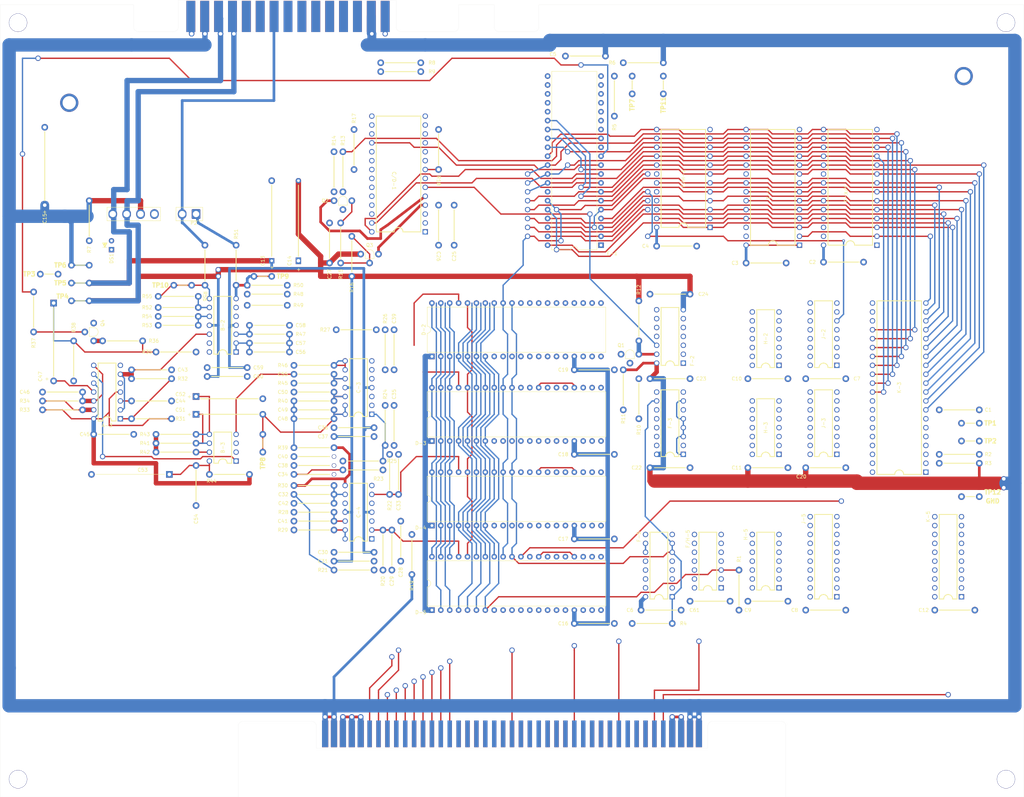
<source format=kicad_pcb>
(kicad_pcb (version 20171130) (host pcbnew "(5.1.10)-1")
  (layers (0 F.Cu signal) (31 B.Cu signal) (34 B.Paste user) (35 F.Paste user) (36 B.SilkS user) (37 F.SilkS user) (38 B.Mask user) (39 F.Mask user) (44 Edge.Cuts user))
  (net 0 "")
  (net 1 "Net-(A-3-Pad13)")
  (net 2 "Net-(A-3-Pad12)")
  (net 3 "Net-(A-3-Pad11)")
  (net 4 +12V)
  (net 5 RCK)
  (net 6 GND)
  (net 7 "Net-(A-3-Pad2)")
  (net 8 "Net-(A-3-Pad5)")
  (net 9 "Net-(A-3-Pad1)")
  (net 10 "Net-(A-3-Pad3)")
  (net 11 "Net-(B-2-Pad13)")
  (net 12 -5V)
  (net 13 "Net-(B-2-Pad10)")
  (net 14 "Net-(B-2-Pad9)")
  (net 15 "Net-(B-2-Pad8)")
  (net 16 "Net-(B-2-Pad7)")
  (net 17 "Net-(B-2-Pad6)")
  (net 18 "Net-(B-2-Pad1)")
  (net 19 "Net-(B-2-Pad3)")
  (net 20 "Net-(B-3-Pad8)")
  (net 21 "Net-(B-3-Pad6)")
  (net 22 "Net-(B-3-Pad5)")
  (net 23 "Net-(B-3-Pad4)")
  (net 24 "Net-(B-3-Pad3)")
  (net 25 +5V)
  (net 26 "Net-(C/D-1-Pad4)")
  (net 27 +5A)
  (net 28 CO0)
  (net 29 "Net-(C-4-Pad9)")
  (net 30 "Net-(C32-Pad1)")
  (net 31 CO1)
  (net 32 "Net-(C34-Pad1)")
  (net 33 CO2)
  (net 34 "Net-(C38-Pad1)")
  (net 35 CO3)
  (net 36 "Net-(C40-Pad1)")
  (net 37 SPEECH)
  (net 38 "Net-(C-4-Pad12)")
  (net 39 "Net-(C42-Pad1)")
  (net 40 "Net-(C47-Pad1)")
  (net 41 AUD)
  (net 42 "Net-(C48-Pad1)")
  (net 43 "Net-(C-3-Pad12)")
  (net 44 "Net-(C-3-Pad10)")
  (net 45 "Net-(C56-Pad1)")
  (net 46 "Net-(C-3-Pad8)")
  (net 47 "Net-(C-3-Pad7)")
  (net 48 "Net-(C-3-Pad1)")
  (net 49 "Net-(C-4-Pad13)")
  (net 50 SUM)
  (net 51 "Net-(C-4-Pad7)")
  (net 52 "Net-(C-4-Pad1)")
  (net 53 PA1)
  (net 54 PA0)
  (net 55 PB1)
  (net 56 PB6)
  (net 57 PA2)
  (net 58 PB5)
  (net 59 PB7)
  (net 60 PB4)
  (net 61 "Net-(C/D-1-Pad21)")
  (net 62 PB0)
  (net 63 "Net-(C/D-1-Pad6)")
  (net 64 PB2)
  (net 65 PB3)
  (net 66 SD2)
  (net 67 SD1)
  (net 68 SD0)
  (net 69 SA0)
  (net 70 SA1)
  (net 71 "Net-(D-2-Pad15)")
  (net 72 SA2)
  (net 73 "Net-(D-2-Pad14)")
  (net 74 SA5)
  (net 75 "Net-(D-2-Pad13)")
  (net 76 SR\~W)
  (net 77 "Net-(D-2-Pad12)")
  (net 78 P)
  (net 79 "Net-(D-2-Pad11)")
  (net 80 ~CI\O3)
  (net 81 "Net-(D-2-Pad10)")
  (net 82 "Net-(D-2-Pad9)")
  (net 83 "Net-(D-2-Pad28)")
  (net 84 "Net-(D-2-Pad8)")
  (net 85 ɸE)
  (net 86 SD7)
  (net 87 SD6)
  (net 88 "Net-(D-2-Pad24)")
  (net 89 SD5)
  (net 90 SD4)
  (net 91 SD3)
  (net 92 "Net-(D-3-Pad15)")
  (net 93 "Net-(D-3-Pad14)")
  (net 94 "Net-(D-3-Pad13)")
  (net 95 "Net-(D-3-Pad12)")
  (net 96 "Net-(D-3-Pad11)")
  (net 97 ~CI\O2)
  (net 98 "Net-(D-3-Pad10)")
  (net 99 "Net-(D-3-Pad9)")
  (net 100 "Net-(D-3-Pad24)")
  (net 101 "Net-(D-3-Pad8)")
  (net 102 "Net-(D-4-Pad15)")
  (net 103 "Net-(D-4-Pad14)")
  (net 104 "Net-(D-4-Pad13)")
  (net 105 "Net-(D-4-Pad12)")
  (net 106 "Net-(D-4-Pad11)")
  (net 107 ~CI\O1)
  (net 108 "Net-(D-4-Pad10)")
  (net 109 "Net-(D-4-Pad9)")
  (net 110 "Net-(D-4-Pad24)")
  (net 111 "Net-(D-4-Pad8)")
  (net 112 "Net-(D-5-Pad15)")
  (net 113 "Net-(D-5-Pad14)")
  (net 114 "Net-(D-5-Pad13)")
  (net 115 "Net-(D-5-Pad12)")
  (net 116 "Net-(D-5-Pad11)")
  (net 117 ~CI\O0)
  (net 118 "Net-(D-5-Pad10)")
  (net 119 "Net-(D-5-Pad9)")
  (net 120 "Net-(D-5-Pad24)")
  (net 121 "Net-(D-5-Pad8)")
  (net 122 SA6)
  (net 123 ~PIA)
  (net 124 SA7)
  (net 125 MAINFLAG)
  (net 126 ~SRES)
  (net 127 SOUNDFLAG)
  (net 128 PA5)
  (net 129 "Net-(E-1-Pad12)")
  (net 130 PA3)
  (net 131 S~IRQ)
  (net 132 SA3)
  (net 133 SA4)
  (net 134 "Net-(F-2-Pad1)")
  (net 135 "Net-(F-3-Pad15)")
  (net 136 "Net-(F-3-Pad14)")
  (net 137 "Net-(F-3-Pad13)")
  (net 138 "Net-(F-3-Pad12)")
  (net 139 "Net-(F-3-Pad11)")
  (net 140 "Net-(F-3-Pad9)")
  (net 141 6MHZ)
  (net 142 "Net-(F-5-Pad15)")
  (net 143 "Net-(F-5-Pad14)")
  (net 144 "Net-(F-5-Pad13)")
  (net 145 "Net-(F-5-Pad12)")
  (net 146 "Net-(F-5-Pad10)")
  (net 147 ~SOUNDRST)
  (net 148 SA8)
  (net 149 SA9)
  (net 150 "Net-(F/H-1-Pad21)")
  (net 151 "Net-(F/H-1-Pad20)")
  (net 152 SA10)
  (net 153 ~SRAM)
  (net 154 ~FLAGREAD)
  (net 155 PD7)
  (net 156 PD6)
  (net 157 1.5MHZ)
  (net 158 ~SROM1)
  (net 159 SA12)
  (net 160 SA11)
  (net 161 "Net-(H-2-Pad2)")
  (net 162 "Net-(H-2-Pad1)")
  (net 163 ~SOUNDWR)
  (net 164 ~MAINREAD)
  (net 165 "Net-(H-5-Pad8)")
  (net 166 "Net-(H-5-Pad6)")
  (net 167 ~SOUNDREAD)
  (net 168 ~MAINWR)
  (net 169 SA13)
  (net 170 SA14)
  (net 171 "Net-(J-2-Pad1)")
  (net 172 ~SROM0)
  (net 173 ~CI\O)
  (net 174 ~SOUND)
  (net 175 AB0)
  (net 176 R/~WB)
  (net 177 "Net-(J-3-Pad11)")
  (net 178 PD0)
  (net 179 PD2)
  (net 180 PD4)
  (net 181 PD5)
  (net 182 PD3)
  (net 183 PD1)
  (net 184 "Net-(K-3-Pad40)")
  (net 185 "Net-(K-3-Pad38)")
  (net 186 "Net-(K-3-Pad36)")
  (net 187 CLKQ)
  (net 188 "Net-(K-3-Pad33)")
  (net 189 "Net-(K-3-Pad6)")
  (net 190 "Net-(K-3-Pad5)")
  (net 191 "Net-(K-3-Pad2)")
  (net 192 "Net-(K-3-Pad23)")
  (net 193 "Net-(P1-Pad49)")
  (net 194 "Net-(P1-Pad47)")
  (net 195 "Net-(P1-Pad45)")
  (net 196 "Net-(P1-Pad41)")
  (net 197 "Net-(P1-Pad39)")
  (net 198 "Net-(P1-Pad37)")
  (net 199 "Net-(P1-Pad35)")
  (net 200 "Net-(P1-Pad33)")
  (net 201 "Net-(P1-Pad31)")
  (net 202 "Net-(P1-Pad32)")
  (net 203 "Net-(P1-Pad34)")
  (net 204 "Net-(P1-Pad36)")
  (net 205 "Net-(P1-Pad38)")
  (net 206 "Net-(P1-Pad40)")
  (net 207 "Net-(P1-Pad42)")
  (net 208 "Net-(P1-Pad46)")
  (net 209 "Net-(P1-Pad48)")
  (net 210 "Net-(P1-Pad50)")
  (net 211 "Net-(P1-Pad72)")
  (net 212 "Net-(P1-Pad70)")
  (net 213 "Net-(P1-Pad66)")
  (net 214 "Net-(P1-Pad64)")
  (net 215 "Net-(P1-Pad62)")
  (net 216 "Net-(P1-Pad60)")
  (net 217 "Net-(P1-Pad56)")
  (net 218 "Net-(P1-Pad54)")
  (net 219 "Net-(P1-Pad52)")
  (net 220 "Net-(P1-Pad51)")
  (net 221 "Net-(P1-Pad53)")
  (net 222 "Net-(P1-Pad55)")
  (net 223 "Net-(P1-Pad59)")
  (net 224 "Net-(P1-Pad61)")
  (net 225 "Net-(P1-Pad63)")
  (net 226 "Net-(P1-Pad65)")
  (net 227 "Net-(P1-Pad69)")
  (net 228 "Net-(P1-Pad71)")
  (net 229 "Net-(P1-Pad73)")
  (net 230 "Net-(P1-Pad74)")
  (net 231 LT_AUD)
  (net 232 RT_AUD)
  (net 233 "Net-(P3-PadP)")
  (net 234 "Net-(P3-PadN)")
  (net 235 "Net-(P3-PadM)")
  (net 236 DRCV)
  (net 237 DXMT)
  (net 238 "Net-(P3-PadJ)")
  (net 239 "Net-(P3-PadE)")
  (net 240 "Net-(P3-Pad5)")
  (net 241 "Net-(P3-Pad6)")
  (net 242 "Net-(P3-Pad7)")
  (net 243 "Net-(P3-Pad8)")
  (net 244 "Net-(P3-Pad9)")
  (net 245 "Net-(P3-Pad10)")
  (net 246 "Net-(P3-Pad11)")
  (net 247 "Net-(P3-Pad12)")
  (net 248 "Net-(P3-Pad13)")
  (net 249 "Net-(Q1-Pad2)")
  (net 250 "Net-(Q2-Pad3)")
  (net 251 "Net-(Q2-Pad2)")
  (net 252 "Net-(Q3-Pad2)")
  (net 253 "Net-(Q4-Pad3)")
  (net 254 "Net-(Q4-Pad2)")
  (net 255 "Net-(R41-Pad1)")
  (net 256 "Net-(DS1-Pad2)")
  (module Star_Wars_Vector_PCB:GenericComp (layer F.Cu) (at 61.595 123.19 90)
    (fp_text reference C43 (at 0 8.255 unlocked) (layer F.SilkS))
    (fp_text value 0.1 hide)
    (pad 1 thru_hole circle (at 0 5.08 90) (size 1.905 1.905) (drill 1.016) (layers *.Cu *.Mask) (net 6 GND))
    (pad 2 thru_hole circle (at 0 -6.35 90) (size 1.905 1.905) (drill 1.016) (layers *.Cu *.Mask) (net 7 "Net-(A-3-Pad2)"))
  )
  (module Star_Wars_Vector_PCB:CapElec3 (layer F.Cu) (at 95.25 80.645 270)
    (fp_text reference C13 (at 11.43 2.54 270) (layer F.SilkS))
    (fp_text value 100)
    (fp_text user + (at 13.335 0 270) (layer F.SilkS))
    (pad 2 thru_hole rect (at 11.43 0 270) (size 1.524 1.524) (drill 0.762) (layers *.Cu *.Mask) (net 4 +12V))
    (pad 1 thru_hole circle (at -11.43 0 270) (size 1.905 1.905) (drill 1.016) (layers *.Cu *.Mask) (net 6 GND))
  )
  (module Star_Wars_Vector_PCB:CapElec2 (layer F.Cu) (at 83.185 135.89 180)
    (fp_text reference C51 (at 13.97 1.27 180) (layer F.SilkS))
    (fp_text value 0.47)
    (fp_text user + (at 11.43 0 180) (layer F.SilkS))
    (pad 2 thru_hole rect (at 9.525 0 180) (size 1.905 1.905) (drill 1.016) (layers *.Cu *.Mask) (net 21 "Net-(B-3-Pad6)"))
    (pad 1 thru_hole circle (at -9.525 0 180) (size 1.905 1.905) (drill 1.016) (layers *.Cu *.Mask) (net 41 AUD))
  )
  (module Star_Wars_Vector_PCB:CapElec2 (layer F.Cu) (at 83.185 131.445 180)
    (fp_text reference C52 (at 13.97 1.27 180) (layer F.SilkS))
    (fp_text value 10)
    (fp_text user + (at 11.43 0.635 180) (layer F.SilkS))
    (pad 1 thru_hole circle (at -9.525 0 180) (size 1.905 1.905) (drill 1.016) (layers *.Cu *.Mask) (net 6 GND))
    (pad 2 thru_hole rect (at 9.525 0.635 180) (size 1.905 1.905) (drill 1.016) (layers *.Cu *.Mask) (net 22 "Net-(B-3-Pad5)"))
  )
  (module Package_DIP:DIP-40_W15.24mm (layer F.Cu) (at 189.23 87.63 180)
    (fp_text reference E-1 (at -3.175 -2.33) (layer F.SilkS))
    (fp_text value "6532A PIA")
    (pad 40 thru_hole oval (at 15.24 0 180) (size 1.6 1.6) (drill 0.8) (layers *.Cu *.Mask) (net 122 SA6))
    (pad 20 thru_hole oval (at 0 48.26 180) (size 1.6 1.6) (drill 0.8) (layers *.Cu *.Mask) (net 25 +5V))
    (pad 39 thru_hole oval (at 15.24 2.54 180) (size 1.6 1.6) (drill 0.8) (layers *.Cu *.Mask) (net 85 ɸE))
    (pad 19 thru_hole oval (at 0 45.72 180) (size 1.6 1.6) (drill 0.8) (layers *.Cu *.Mask) (net 60 PB4))
    (pad 38 thru_hole oval (at 15.24 5.08 180) (size 1.6 1.6) (drill 0.8) (layers *.Cu *.Mask) (net 78 P))
    (pad 18 thru_hole oval (at 0 43.18 180) (size 1.6 1.6) (drill 0.8) (layers *.Cu *.Mask) (net 58 PB5))
    (pad 37 thru_hole oval (at 15.24 7.62 180) (size 1.6 1.6) (drill 0.8) (layers *.Cu *.Mask) (net 123 ~PIA))
    (pad 17 thru_hole oval (at 0 40.64 180) (size 1.6 1.6) (drill 0.8) (layers *.Cu *.Mask) (net 56 PB6))
    (pad 36 thru_hole oval (at 15.24 10.16 180) (size 1.6 1.6) (drill 0.8) (layers *.Cu *.Mask) (net 124 SA7))
    (pad 16 thru_hole oval (at 0 38.1 180) (size 1.6 1.6) (drill 0.8) (layers *.Cu *.Mask) (net 59 PB7))
    (pad 35 thru_hole oval (at 15.24 12.7 180) (size 1.6 1.6) (drill 0.8) (layers *.Cu *.Mask) (net 76 SR\~W))
    (pad 15 thru_hole oval (at 0 35.56 180) (size 1.6 1.6) (drill 0.8) (layers *.Cu *.Mask) (net 125 MAINFLAG))
    (pad 34 thru_hole oval (at 15.24 15.24 180) (size 1.6 1.6) (drill 0.8) (layers *.Cu *.Mask) (net 126 ~SRES))
    (pad 14 thru_hole oval (at 0 33.02 180) (size 1.6 1.6) (drill 0.8) (layers *.Cu *.Mask) (net 127 SOUNDFLAG))
    (pad 33 thru_hole oval (at 15.24 17.78 180) (size 1.6 1.6) (drill 0.8) (layers *.Cu *.Mask) (net 68 SD0))
    (pad 13 thru_hole oval (at 0 30.48 180) (size 1.6 1.6) (drill 0.8) (layers *.Cu *.Mask) (net 128 PA5))
    (pad 32 thru_hole oval (at 15.24 20.32 180) (size 1.6 1.6) (drill 0.8) (layers *.Cu *.Mask) (net 67 SD1))
    (pad 12 thru_hole oval (at 0 27.94 180) (size 1.6 1.6) (drill 0.8) (layers *.Cu *.Mask) (net 129 "Net-(E-1-Pad12)"))
    (pad 31 thru_hole oval (at 15.24 22.86 180) (size 1.6 1.6) (drill 0.8) (layers *.Cu *.Mask) (net 66 SD2))
    (pad 11 thru_hole oval (at 0 25.4 180) (size 1.6 1.6) (drill 0.8) (layers *.Cu *.Mask) (net 130 PA3))
    (pad 30 thru_hole oval (at 15.24 25.4 180) (size 1.6 1.6) (drill 0.8) (layers *.Cu *.Mask) (net 91 SD3))
    (pad 10 thru_hole oval (at 0 22.86 180) (size 1.6 1.6) (drill 0.8) (layers *.Cu *.Mask) (net 57 PA2))
    (pad 29 thru_hole oval (at 15.24 27.94 180) (size 1.6 1.6) (drill 0.8) (layers *.Cu *.Mask) (net 90 SD4))
    (pad 9 thru_hole oval (at 0 20.32 180) (size 1.6 1.6) (drill 0.8) (layers *.Cu *.Mask) (net 53 PA1))
    (pad 28 thru_hole oval (at 15.24 30.48 180) (size 1.6 1.6) (drill 0.8) (layers *.Cu *.Mask) (net 89 SD5))
    (pad 8 thru_hole oval (at 0 17.78 180) (size 1.6 1.6) (drill 0.8) (layers *.Cu *.Mask) (net 54 PA0))
    (pad 27 thru_hole oval (at 15.24 33.02 180) (size 1.6 1.6) (drill 0.8) (layers *.Cu *.Mask) (net 87 SD6))
    (pad 7 thru_hole oval (at 0 15.24 180) (size 1.6 1.6) (drill 0.8) (layers *.Cu *.Mask) (net 69 SA0))
    (pad 26 thru_hole oval (at 15.24 35.56 180) (size 1.6 1.6) (drill 0.8) (layers *.Cu *.Mask) (net 86 SD7))
    (pad 6 thru_hole oval (at 0 12.7 180) (size 1.6 1.6) (drill 0.8) (layers *.Cu *.Mask) (net 70 SA1))
    (pad 25 thru_hole oval (at 15.24 38.1 180) (size 1.6 1.6) (drill 0.8) (layers *.Cu *.Mask) (net 131 S~IRQ))
    (pad 5 thru_hole oval (at 0 10.16 180) (size 1.6 1.6) (drill 0.8) (layers *.Cu *.Mask) (net 72 SA2))
    (pad 24 thru_hole oval (at 15.24 40.64 180) (size 1.6 1.6) (drill 0.8) (layers *.Cu *.Mask) (net 62 PB0))
    (pad 4 thru_hole oval (at 0 7.62 180) (size 1.6 1.6) (drill 0.8) (layers *.Cu *.Mask) (net 132 SA3))
    (pad 23 thru_hole oval (at 15.24 43.18 180) (size 1.6 1.6) (drill 0.8) (layers *.Cu *.Mask) (net 55 PB1))
    (pad 3 thru_hole oval (at 0 5.08 180) (size 1.6 1.6) (drill 0.8) (layers *.Cu *.Mask) (net 133 SA4))
    (pad 22 thru_hole oval (at 15.24 45.72 180) (size 1.6 1.6) (drill 0.8) (layers *.Cu *.Mask) (net 64 PB2))
    (pad 2 thru_hole oval (at 0 2.54 180) (size 1.6 1.6) (drill 0.8) (layers *.Cu *.Mask) (net 74 SA5))
    (pad 21 thru_hole oval (at 15.24 48.26 180) (size 1.6 1.6) (drill 0.8) (layers *.Cu *.Mask) (net 65 PB3))
    (pad 1 thru_hole rect (at 0 0 180) (size 1.6 1.6) (drill 0.8) (layers *.Cu *.Mask) (net 6 GND))
  )
  (module Package_DIP:DIP-40_W15.24mm (layer F.Cu) (at 140.97 167.64 90)
    (fp_text reference D-4 (at -0.635 -3.175 180) (layer F.SilkS))
    (fp_text value "CI/O 1")
    (pad 40 thru_hole oval (at 15.24 0 90) (size 1.6 1.6) (drill 0.8) (layers *.Cu *.Mask) (net 66 SD2))
    (pad 20 thru_hole oval (at 0 48.26 90) (size 1.6 1.6) (drill 0.8) (layers *.Cu *.Mask))
    (pad 39 thru_hole oval (at 15.24 2.54 90) (size 1.6 1.6) (drill 0.8) (layers *.Cu *.Mask) (net 67 SD1))
    (pad 19 thru_hole oval (at 0 45.72 90) (size 1.6 1.6) (drill 0.8) (layers *.Cu *.Mask))
    (pad 38 thru_hole oval (at 15.24 5.08 90) (size 1.6 1.6) (drill 0.8) (layers *.Cu *.Mask) (net 68 SD0))
    (pad 18 thru_hole oval (at 0 43.18 90) (size 1.6 1.6) (drill 0.8) (layers *.Cu *.Mask))
    (pad 37 thru_hole oval (at 15.24 7.62 90) (size 1.6 1.6) (drill 0.8) (layers *.Cu *.Mask) (net 31 CO1))
    (pad 17 thru_hole oval (at 0 40.64 90) (size 1.6 1.6) (drill 0.8) (layers *.Cu *.Mask) (net 25 +5V))
    (pad 36 thru_hole oval (at 15.24 10.16 90) (size 1.6 1.6) (drill 0.8) (layers *.Cu *.Mask) (net 69 SA0))
    (pad 16 thru_hole oval (at 0 38.1 90) (size 1.6 1.6) (drill 0.8) (layers *.Cu *.Mask))
    (pad 35 thru_hole oval (at 15.24 12.7 90) (size 1.6 1.6) (drill 0.8) (layers *.Cu *.Mask) (net 70 SA1))
    (pad 15 thru_hole oval (at 0 35.56 90) (size 1.6 1.6) (drill 0.8) (layers *.Cu *.Mask) (net 102 "Net-(D-4-Pad15)"))
    (pad 34 thru_hole oval (at 15.24 15.24 90) (size 1.6 1.6) (drill 0.8) (layers *.Cu *.Mask) (net 72 SA2))
    (pad 14 thru_hole oval (at 0 33.02 90) (size 1.6 1.6) (drill 0.8) (layers *.Cu *.Mask) (net 103 "Net-(D-4-Pad14)"))
    (pad 33 thru_hole oval (at 15.24 17.78 90) (size 1.6 1.6) (drill 0.8) (layers *.Cu *.Mask) (net 74 SA5))
    (pad 13 thru_hole oval (at 0 30.48 90) (size 1.6 1.6) (drill 0.8) (layers *.Cu *.Mask) (net 104 "Net-(D-4-Pad13)"))
    (pad 32 thru_hole oval (at 15.24 20.32 90) (size 1.6 1.6) (drill 0.8) (layers *.Cu *.Mask) (net 76 SR\~W))
    (pad 12 thru_hole oval (at 0 27.94 90) (size 1.6 1.6) (drill 0.8) (layers *.Cu *.Mask) (net 105 "Net-(D-4-Pad12)"))
    (pad 31 thru_hole oval (at 15.24 22.86 90) (size 1.6 1.6) (drill 0.8) (layers *.Cu *.Mask) (net 78 P))
    (pad 11 thru_hole oval (at 0 25.4 90) (size 1.6 1.6) (drill 0.8) (layers *.Cu *.Mask) (net 106 "Net-(D-4-Pad11)"))
    (pad 30 thru_hole oval (at 15.24 25.4 90) (size 1.6 1.6) (drill 0.8) (layers *.Cu *.Mask) (net 107 ~CI\O1))
    (pad 10 thru_hole oval (at 0 22.86 90) (size 1.6 1.6) (drill 0.8) (layers *.Cu *.Mask) (net 108 "Net-(D-4-Pad10)"))
    (pad 29 thru_hole oval (at 15.24 27.94 90) (size 1.6 1.6) (drill 0.8) (layers *.Cu *.Mask))
    (pad 9 thru_hole oval (at 0 20.32 90) (size 1.6 1.6) (drill 0.8) (layers *.Cu *.Mask) (net 109 "Net-(D-4-Pad9)"))
    (pad 28 thru_hole oval (at 15.24 30.48 90) (size 1.6 1.6) (drill 0.8) (layers *.Cu *.Mask) (net 110 "Net-(D-4-Pad24)"))
    (pad 8 thru_hole oval (at 0 17.78 90) (size 1.6 1.6) (drill 0.8) (layers *.Cu *.Mask) (net 111 "Net-(D-4-Pad8)"))
    (pad 27 thru_hole oval (at 15.24 33.02 90) (size 1.6 1.6) (drill 0.8) (layers *.Cu *.Mask))
    (pad 7 thru_hole oval (at 0 15.24 90) (size 1.6 1.6) (drill 0.8) (layers *.Cu *.Mask) (net 85 ɸE))
    (pad 26 thru_hole oval (at 15.24 35.56 90) (size 1.6 1.6) (drill 0.8) (layers *.Cu *.Mask))
    (pad 6 thru_hole oval (at 0 12.7 90) (size 1.6 1.6) (drill 0.8) (layers *.Cu *.Mask) (net 86 SD7))
    (pad 25 thru_hole oval (at 15.24 38.1 90) (size 1.6 1.6) (drill 0.8) (layers *.Cu *.Mask))
    (pad 5 thru_hole oval (at 0 10.16 90) (size 1.6 1.6) (drill 0.8) (layers *.Cu *.Mask) (net 87 SD6))
    (pad 24 thru_hole oval (at 15.24 40.64 90) (size 1.6 1.6) (drill 0.8) (layers *.Cu *.Mask) (net 110 "Net-(D-4-Pad24)"))
    (pad 4 thru_hole oval (at 0 7.62 90) (size 1.6 1.6) (drill 0.8) (layers *.Cu *.Mask) (net 89 SD5))
    (pad 23 thru_hole oval (at 15.24 43.18 90) (size 1.6 1.6) (drill 0.8) (layers *.Cu *.Mask))
    (pad 3 thru_hole oval (at 0 5.08 90) (size 1.6 1.6) (drill 0.8) (layers *.Cu *.Mask) (net 90 SD4))
    (pad 22 thru_hole oval (at 15.24 45.72 90) (size 1.6 1.6) (drill 0.8) (layers *.Cu *.Mask))
    (pad 2 thru_hole oval (at 0 2.54 90) (size 1.6 1.6) (drill 0.8) (layers *.Cu *.Mask) (net 91 SD3))
    (pad 21 thru_hole oval (at 15.24 48.26 90) (size 1.6 1.6) (drill 0.8) (layers *.Cu *.Mask))
    (pad 1 thru_hole rect (at 0 0 90) (size 1.6 1.6) (drill 0.8) (layers *.Cu *.Mask) (net 6 GND))
  )
  (module Star_Wars_Vector_PCB:LED (layer F.Cu) (at 49.53 87.63 90)
    (fp_text reference DS1 (at -3.81 0 90 unlocked) (layer F.SilkS))
    (fp_text value LED hide)
    (pad 2 thru_hole circle (at 1.27 0 270) (size 1.524 1.524) (drill 0.762) (layers *.Cu *.Mask) (net 256 "Net-(DS1-Pad2)"))
    (pad 1 thru_hole rect (at -1.27 0 270) (size 1.524 1.524) (drill 0.762) (layers *.Cu *.Mask) (net 6 GND))
  )
  (module Star_Wars_Vector_PCB:TEST_POINT (layer F.Cu) (at 294.64 159.385 270)
    (fp_text reference TP12 (at -1.27 -6.35) (layer F.SilkS) (effects (font (size 1.27 1.27) (thickness 0.3175))))
    (fp_text value TP hide)
    (pad 2 thru_hole circle (at 0 -2.54 270) (size 1.905 1.905) (drill 1.016) (layers *.Cu *.Mask) (net 6 GND))
    (pad 1 thru_hole circle (at 0 2.54 270) (size 1.905 1.905) (drill 1.016) (layers *.Cu *.Mask) (net 6 GND))
  )
  (module Star_Wars_Vector_PCB:TEST_POINT (layer F.Cu) (at 207.01 41.91)
    (fp_text reference TP11 (at 0 5.715 90) (layer F.SilkS) (effects (font (size 1.27 1.27) (thickness 0.3175))))
    (fp_text value TP hide)
    (pad 1 thru_hole circle (at 0 2.54) (size 1.905 1.905) (drill 1.016) (layers *.Cu *.Mask) (net 6 GND))
    (pad 2 thru_hole circle (at 0 -2.54) (size 1.905 1.905) (drill 1.016) (layers *.Cu *.Mask) (net 6 GND))
  )
  (module Star_Wars_Vector_PCB:TEST_POINT (layer F.Cu) (at 40.64 93.345 270)
    (fp_text reference TP6 (at 0 5.715) (layer F.SilkS) (effects (font (size 1.27 1.27) (thickness 0.3175))))
    (fp_text value TP hide)
    (pad 2 thru_hole circle (at 0 -2.54 270) (size 1.905 1.905) (drill 1.016) (layers *.Cu *.Mask) (net 25 +5V))
    (pad 1 thru_hole circle (at 0 2.54 270) (size 1.905 1.905) (drill 1.016) (layers *.Cu *.Mask) (net 25 +5V))
  )
  (module Star_Wars_Vector_PCB:TEST_POINT (layer F.Cu) (at 40.64 98.425 270)
    (fp_text reference TP5 (at 0 5.715) (layer F.SilkS) (effects (font (size 1.27 1.27) (thickness 0.3175))))
    (fp_text value TP hide)
    (pad 2 thru_hole circle (at 0 -2.54 270) (size 1.905 1.905) (drill 1.016) (layers *.Cu *.Mask) (net 4 +12V))
    (pad 1 thru_hole circle (at 0 2.54 270) (size 1.905 1.905) (drill 1.016) (layers *.Cu *.Mask) (net 4 +12V))
  )
  (module Star_Wars_Vector_PCB:TEST_POINT (layer F.Cu) (at 40.64 103.505 270)
    (fp_text reference TP4 (at -1.27 5.08) (layer F.SilkS) (effects (font (size 1.27 1.27) (thickness 0.3175))))
    (fp_text value TP hide)
    (pad 2 thru_hole circle (at 0 -2.54 270) (size 1.905 1.905) (drill 1.016) (layers *.Cu *.Mask) (net 12 -5V))
    (pad 1 thru_hole circle (at 0 2.54 270) (size 1.905 1.905) (drill 1.016) (layers *.Cu *.Mask) (net 12 -5V))
  )
  (module Star_Wars_Vector_PCB:TEST_POINT (layer F.Cu) (at 31.75 95.885 270)
    (fp_text reference TP3 (at 0 5.715) (layer F.SilkS) (effects (font (size 1.27 1.27) (thickness 0.3175))))
    (fp_text value TP hide)
    (pad 2 thru_hole circle (at 0 -2.54 270) (size 1.905 1.905) (drill 1.016) (layers *.Cu *.Mask) (net 6 GND))
    (pad 1 thru_hole circle (at 0 2.54 270) (size 1.905 1.905) (drill 1.016) (layers *.Cu *.Mask) (net 6 GND))
  )
  (module Star_Wars_Vector_PCB:GenericComp (layer F.Cu) (at 43.18 80.01 180)
    (fp_text reference R7 (at 0 -8.89 90 unlocked) (layer F.SilkS))
    (fp_text value 150 hide)
    (pad 2 thru_hole circle (at 0 -6.35 180) (size 1.905 1.905) (drill 1.016) (layers *.Cu *.Mask) (net 256 "Net-(DS1-Pad2)"))
    (pad 1 thru_hole circle (at 0 5.08 180) (size 1.905 1.905) (drill 1.016) (layers *.Cu *.Mask) (net 25 +5V))
  )
  (module Star_Wars_Vector_PCB:MountingHole2 (layer F.Cu) (at 292.735 39.37)
    (fp_text reference REF** hide)
    (fp_text value MountingHole2)
    (pad "" np_thru_hole circle (at 0 0) (size 5.207 5.207) (drill 3.81) (layers *.Cu))
  )
  (module Star_Wars_Vector_PCB:MountingHole2 (layer F.Cu) (at 37.465 46.99)
    (fp_text reference REF** hide)
    (fp_text value MountingHole2)
    (pad "" np_thru_hole circle (at 0 0) (size 5.207 5.207) (drill 3.81) (layers *.Cu))
  )
  (module Star_Wars_Vector_PCB:MountingHole (layer F.Cu) (at 304.8 24.13)
    (fp_text reference REF** hide)
    (fp_text value MountingHole)
    (pad 1 thru_hole circle (at 0 0) (size 5.207 5.207) (drill 5.08) (layers *.Cu *.Mask))
  )
  (module Star_Wars_Vector_PCB:MountingHole (layer F.Cu) (at 22.86 24.13)
    (fp_text reference REF** hide)
    (fp_text value MountingHole)
    (pad 1 thru_hole circle (at 0 0) (size 5.207 5.207) (drill 5.08) (layers *.Cu *.Mask))
  )
  (module Star_Wars_Vector_PCB:MountingHole (layer F.Cu) (at 304.8 240.03)
    (fp_text reference REF** hide)
    (fp_text value MountingHole)
    (pad 1 thru_hole circle (at 0 0) (size 5.207 5.207) (drill 5.08) (layers *.Cu *.Mask))
  )
  (module Star_Wars_Vector_PCB:MountingHole (layer F.Cu) (at 22.86 240.03)
    (fp_text reference REF** hide)
    (fp_text value MountingHole)
    (pad 1 thru_hole circle (at 0 0) (size 5.207 5.207) (drill 5.08) (layers *.Cu *.Mask))
  )
  (module Star_Wars_Vector_PCB:J20 (layer B.Cu) (at 72.1614 17.907)
    (fp_text reference P3 hide)
    (fp_text value edge_con hide)
    (pad S smd rect (at 55.4736 4.445) (size 2.54 8.89) (layers B.Cu B.Paste B.Mask) (net 6 GND))
    (pad R smd rect (at 51.5112 4.445) (size 2.54 8.89) (layers B.Cu B.Paste B.Mask) (net 25 +5V))
    (pad P smd rect (at 47.5488 4.445) (size 2.54 8.89) (layers B.Cu B.Paste B.Mask) (net 233 "Net-(P3-PadP)"))
    (pad N smd rect (at 43.5864 4.445) (size 2.54 8.89) (layers B.Cu B.Paste B.Mask) (net 234 "Net-(P3-PadN)"))
    (pad M smd rect (at 39.624 4.445) (size 2.54 8.89) (layers B.Cu B.Paste B.Mask) (net 235 "Net-(P3-PadM)"))
    (pad L smd rect (at 35.6616 4.445) (size 2.54 8.89) (layers B.Cu B.Paste B.Mask) (net 236 DRCV))
    (pad K smd rect (at 31.6992 4.445) (size 2.54 8.89) (layers B.Cu B.Paste B.Mask) (net 237 DXMT))
    (pad J smd rect (at 27.7368 4.445) (size 2.54 8.89) (layers B.Cu B.Paste B.Mask) (net 238 "Net-(P3-PadJ)"))
    (pad H smd rect (at 23.7744 4.445) (size 2.54 8.89) (layers B.Cu B.Paste B.Mask) (net 231 LT_AUD))
    (pad F smd rect (at 19.812 4.445) (size 2.54 8.89) (layers B.Cu B.Paste B.Mask) (net 232 RT_AUD))
    (pad E smd rect (at 15.8496 4.445) (size 2.54 8.89) (layers B.Cu B.Paste B.Mask) (net 239 "Net-(P3-PadE)"))
    (pad D smd rect (at 11.8872 4.445) (size 2.54 8.89) (layers B.Cu B.Paste B.Mask) (net 12 -5V))
    (pad C smd rect (at 7.9248 4.445) (size 2.54 8.89) (layers B.Cu B.Paste B.Mask) (net 4 +12V))
    (pad B smd rect (at 3.9624 4.445) (size 2.54 8.89) (layers B.Cu B.Paste B.Mask) (net 25 +5V))
    (pad A smd rect (at 0 4.445) (size 2.54 8.89) (layers B.Cu B.Paste B.Mask) (net 6 GND))
    (pad 1 smd rect (at 0 4.445) (size 2.54 8.89) (layers F.Cu B.Paste B.Mask) (net 6 GND))
    (pad 2 smd rect (at 3.9624 4.445) (size 2.54 8.89) (layers F.Cu B.Paste B.Mask) (net 25 +5V))
    (pad 3 smd rect (at 7.9248 4.445) (size 2.54 8.89) (layers F.Cu B.Paste B.Mask) (net 4 +12V))
    (pad 4 smd rect (at 11.8872 4.445) (size 2.54 8.89) (layers F.Cu B.Paste B.Mask) (net 12 -5V))
    (pad 5 smd rect (at 15.8496 4.445) (size 2.54 8.89) (layers F.Cu B.Paste B.Mask) (net 240 "Net-(P3-Pad5)"))
    (pad 6 smd rect (at 19.812 4.445) (size 2.54 8.89) (layers F.Cu B.Paste B.Mask) (net 241 "Net-(P3-Pad6)"))
    (pad 7 smd rect (at 23.7744 4.445) (size 2.54 8.89) (layers F.Cu B.Paste B.Mask) (net 242 "Net-(P3-Pad7)"))
    (pad 8 smd rect (at 27.7368 4.445) (size 2.54 8.89) (layers F.Cu B.Paste B.Mask) (net 243 "Net-(P3-Pad8)"))
    (pad 9 smd rect (at 31.6992 4.445) (size 2.54 8.89) (layers F.Cu B.Paste B.Mask) (net 244 "Net-(P3-Pad9)"))
    (pad 10 smd rect (at 35.6616 4.445) (size 2.54 8.89) (layers F.Cu B.Paste B.Mask) (net 245 "Net-(P3-Pad10)"))
    (pad 11 smd rect (at 39.624 4.445) (size 2.54 8.89) (layers F.Cu B.Paste B.Mask) (net 246 "Net-(P3-Pad11)"))
    (pad 12 smd rect (at 43.5864 4.445) (size 2.54 8.89) (layers F.Cu B.Paste B.Mask) (net 247 "Net-(P3-Pad12)"))
    (pad 13 smd rect (at 47.5488 4.445) (size 2.54 8.89) (layers F.Cu B.Paste B.Mask) (net 248 "Net-(P3-Pad13)"))
    (pad 14 smd rect (at 51.5112 4.445) (size 2.54 8.89) (layers F.Cu B.Paste B.Mask) (net 25 +5V))
    (pad 15 smd rect (at 55.4736 4.445) (size 2.54 8.89) (layers F.Cu B.Paste B.Mask) (net 6 GND))
  )
  (module Star_Wars_Vector_PCB:TEST_POINT (layer F.Cu) (at 69.85 99.06 270)
    (fp_text reference TP10 (at 0 6.35) (layer F.SilkS) (effects (font (size 1.27 1.27) (thickness 0.3175))))
    (fp_text value TP hide)
    (pad 2 thru_hole circle (at 0 -2.54 270) (size 1.905 1.905) (drill 1.016) (layers *.Cu *.Mask) (net 15 "Net-(B-2-Pad8)"))
    (pad 1 thru_hole circle (at 0 2.54 270) (size 1.905 1.905) (drill 1.016) (layers *.Cu *.Mask) (net 15 "Net-(B-2-Pad8)"))
  )
  (module Star_Wars_Vector_PCB:TEST_POINT (layer F.Cu) (at 92.71 96.52 270)
    (fp_text reference TP9 (at 0 -5.715) (layer F.SilkS) (effects (font (size 1.27 1.27) (thickness 0.3175))))
    (fp_text value TP hide)
    (pad 2 thru_hole circle (at 0 -2.54 270) (size 1.905 1.905) (drill 1.016) (layers *.Cu *.Mask) (net 16 "Net-(B-2-Pad7)"))
    (pad 1 thru_hole circle (at 0 2.54 270) (size 1.905 1.905) (drill 1.016) (layers *.Cu *.Mask) (net 16 "Net-(B-2-Pad7)"))
  )
  (module Star_Wars_Vector_PCB:TEST_POINT (layer F.Cu) (at 92.71 144.145)
    (fp_text reference TP8 (at 0 5.715 90) (layer F.SilkS) (effects (font (size 1.27 1.27) (thickness 0.3175))))
    (fp_text value TP hide)
    (pad 2 thru_hole circle (at 0 -2.54) (size 1.905 1.905) (drill 1.016) (layers *.Cu *.Mask) (net 41 AUD))
    (pad 1 thru_hole circle (at 0 2.54) (size 1.905 1.905) (drill 1.016) (layers *.Cu *.Mask) (net 41 AUD))
  )
  (module Star_Wars_Vector_PCB:TEST_POINT (layer F.Cu) (at 198.12 41.91)
    (fp_text reference TP7 (at 0 5.715 90) (layer F.SilkS) (effects (font (size 1.27 1.27) (thickness 0.3175))))
    (fp_text value TP hide)
    (pad 2 thru_hole circle (at 0 -2.54) (size 1.905 1.905) (drill 1.016) (layers *.Cu *.Mask) (net 129 "Net-(E-1-Pad12)"))
    (pad 1 thru_hole circle (at 0 2.54) (size 1.905 1.905) (drill 1.016) (layers *.Cu *.Mask) (net 129 "Net-(E-1-Pad12)"))
  )
  (module Star_Wars_Vector_PCB:TEST_POINT (layer F.Cu) (at 294.64 143.51 270)
    (fp_text reference TP2 (at 0 -5.715) (layer F.SilkS) (effects (font (size 1.27 1.27) (thickness 0.3175))))
    (fp_text value TP hide)
    (pad 2 thru_hole circle (at 0 -2.54 270) (size 1.905 1.905) (drill 1.016) (layers *.Cu *.Mask) (net 187 CLKQ))
    (pad 1 thru_hole circle (at 0 2.54 270) (size 1.905 1.905) (drill 1.016) (layers *.Cu *.Mask) (net 187 CLKQ))
  )
  (module Star_Wars_Vector_PCB:TEST_POINT (layer F.Cu) (at 294.64 138.43 270)
    (fp_text reference TP1 (at 0 -5.715) (layer F.SilkS) (effects (font (size 1.27 1.27) (thickness 0.3175))))
    (fp_text value TP hide)
    (pad 2 thru_hole circle (at 0 -2.54 270) (size 1.905 1.905) (drill 1.016) (layers *.Cu *.Mask) (net 85 ɸE))
    (pad 1 thru_hole circle (at 0 2.54 270) (size 1.905 1.905) (drill 1.016) (layers *.Cu *.Mask) (net 85 ɸE))
  )
  (module Star_Wars_Vector_PCB:GenericComp (layer F.Cu) (at 76.2 92.71 180)
    (fp_text reference R56 (at 0 -9.525 270 unlocked) (layer F.SilkS))
    (fp_text value 2.2K hide)
    (pad 2 thru_hole circle (at 0 -6.35 180) (size 1.905 1.905) (drill 1.016) (layers *.Cu *.Mask) (net 15 "Net-(B-2-Pad8)"))
    (pad 1 thru_hole circle (at 0 5.08 180) (size 1.905 1.905) (drill 1.016) (layers *.Cu *.Mask) (net 231 LT_AUD))
  )
  (module Star_Wars_Vector_PCB:GenericComp (layer F.Cu) (at 67.945 102.235 270)
    (fp_text reference R55 (at 0 8.255 unlocked) (layer F.SilkS))
    (fp_text value 47K hide)
    (pad 2 thru_hole circle (at 0 -6.35 270) (size 1.905 1.905) (drill 1.016) (layers *.Cu *.Mask) (net 14 "Net-(B-2-Pad9)"))
    (pad 1 thru_hole circle (at 0 5.08 270) (size 1.905 1.905) (drill 1.016) (layers *.Cu *.Mask) (net 15 "Net-(B-2-Pad8)"))
  )
  (module Star_Wars_Vector_PCB:GenericComp (layer F.Cu) (at 67.945 107.95 270)
    (fp_text reference R54 (at 0 8.255 unlocked) (layer F.SilkS))
    (fp_text value 47K hide)
    (pad 2 thru_hole circle (at 0 -6.35 270) (size 1.905 1.905) (drill 1.016) (layers *.Cu *.Mask) (net 13 "Net-(B-2-Pad10)"))
    (pad 1 thru_hole circle (at 0 5.08 270) (size 1.905 1.905) (drill 1.016) (layers *.Cu *.Mask) (net 6 GND))
  )
  (module Star_Wars_Vector_PCB:GenericComp (layer F.Cu) (at 69.215 110.49 90)
    (fp_text reference R53 (at 0 -9.525 unlocked) (layer F.SilkS))
    (fp_text value 22K hide)
    (pad 2 thru_hole circle (at 0 -6.35 90) (size 1.905 1.905) (drill 1.016) (layers *.Cu *.Mask) (net 41 AUD))
    (pad 1 thru_hole circle (at 0 5.08 90) (size 1.905 1.905) (drill 1.016) (layers *.Cu *.Mask) (net 13 "Net-(B-2-Pad10)"))
  )
  (module Star_Wars_Vector_PCB:GenericComp (layer F.Cu) (at 69.215 105.41 90)
    (fp_text reference R52 (at 0 -9.525 unlocked) (layer F.SilkS))
    (fp_text value 22K hide)
    (pad 2 thru_hole circle (at 0 -6.35 90) (size 1.905 1.905) (drill 1.016) (layers *.Cu *.Mask) (net 18 "Net-(B-2-Pad1)"))
    (pad 1 thru_hole circle (at 0 5.08 90) (size 1.905 1.905) (drill 1.016) (layers *.Cu *.Mask) (net 14 "Net-(B-2-Pad9)"))
  )
  (module Star_Wars_Vector_PCB:GenericComp (layer F.Cu) (at 85.09 92.71 180)
    (fp_text reference R51 (at 0 8.255 90 unlocked) (layer F.SilkS))
    (fp_text value 2.2K hide)
    (pad 2 thru_hole circle (at 0 -6.35 180) (size 1.905 1.905) (drill 1.016) (layers *.Cu *.Mask) (net 16 "Net-(B-2-Pad7)"))
    (pad 1 thru_hole circle (at 0 5.08 180) (size 1.905 1.905) (drill 1.016) (layers *.Cu *.Mask) (net 232 RT_AUD))
  )
  (module Star_Wars_Vector_PCB:GenericComp (layer F.Cu) (at 93.345 99.06 270)
    (fp_text reference R50 (at 0 -9.525 unlocked) (layer F.SilkS))
    (fp_text value 47K hide)
    (pad 2 thru_hole circle (at 0 -6.35 270) (size 1.905 1.905) (drill 1.016) (layers *.Cu *.Mask) (net 17 "Net-(B-2-Pad6)"))
    (pad 1 thru_hole circle (at 0 5.08 270) (size 1.905 1.905) (drill 1.016) (layers *.Cu *.Mask) (net 16 "Net-(B-2-Pad7)"))
  )
  (module Star_Wars_Vector_PCB:GenericComp (layer F.Cu) (at 93.345 104.775 270)
    (fp_text reference R49 (at 0 -9.525 unlocked) (layer F.SilkS))
    (fp_text value 22K hide)
    (pad 2 thru_hole circle (at 0 -6.35 270) (size 1.905 1.905) (drill 1.016) (layers *.Cu *.Mask) (net 41 AUD))
    (pad 1 thru_hole circle (at 0 5.08 270) (size 1.905 1.905) (drill 1.016) (layers *.Cu *.Mask) (net 17 "Net-(B-2-Pad6)"))
  )
  (module Star_Wars_Vector_PCB:GenericComp (layer F.Cu) (at 93.345 101.6 270)
    (fp_text reference R48 (at 0 -9.525 unlocked) (layer F.SilkS))
    (fp_text value 22K hide)
    (pad 2 thru_hole circle (at 0 -6.35 270) (size 1.905 1.905) (drill 1.016) (layers *.Cu *.Mask) (net 18 "Net-(B-2-Pad1)"))
    (pad 1 thru_hole circle (at 0 5.08 270) (size 1.905 1.905) (drill 1.016) (layers *.Cu *.Mask) (net 17 "Net-(B-2-Pad6)"))
  )
  (module Star_Wars_Vector_PCB:GenericComp (layer F.Cu) (at 93.98 113.03 270)
    (fp_text reference R47 (at 0 -9.525 unlocked) (layer F.SilkS))
    (fp_text value 12K hide)
    (pad 2 thru_hole circle (at 0 -6.35 270) (size 1.905 1.905) (drill 1.016) (layers *.Cu *.Mask) (net 45 "Net-(C56-Pad1)"))
    (pad 1 thru_hole circle (at 0 5.08 270) (size 1.905 1.905) (drill 1.016) (layers *.Cu *.Mask) (net 19 "Net-(B-2-Pad3)"))
  )
  (module Star_Wars_Vector_PCB:GenericComp (layer F.Cu) (at 106.68 121.92 270)
    (fp_text reference R46 (at 0 8.255 unlocked) (layer F.SilkS))
    (fp_text value 12K hide)
    (pad 2 thru_hole circle (at 0 -6.35 270) (size 1.905 1.905) (drill 1.016) (layers *.Cu *.Mask) (net 46 "Net-(C-3-Pad8)"))
    (pad 1 thru_hole circle (at 0 5.08 270) (size 1.905 1.905) (drill 1.016) (layers *.Cu *.Mask) (net 45 "Net-(C56-Pad1)"))
  )
  (module Star_Wars_Vector_PCB:GenericComp (layer F.Cu) (at 106.68 127 270)
    (fp_text reference R45 (at 0 8.255 unlocked) (layer F.SilkS))
    (fp_text value 470K hide)
    (pad 2 thru_hole circle (at 0 -6.35 270) (size 1.905 1.905) (drill 1.016) (layers *.Cu *.Mask) (net 44 "Net-(C-3-Pad10)"))
    (pad 1 thru_hole circle (at 0 5.08 270) (size 1.905 1.905) (drill 1.016) (layers *.Cu *.Mask) (net 6 GND))
  )
  (module Star_Wars_Vector_PCB:GenericComp (layer F.Cu) (at 83.82 153.035 90)
    (fp_text reference R44 (at -1.905 -5.715 unlocked) (layer F.SilkS))
    (fp_text value 100 hide)
    (pad 2 thru_hole circle (at 0 -6.35 90) (size 1.905 1.905) (drill 1.016) (layers *.Cu *.Mask) (net 20 "Net-(B-3-Pad8)"))
    (pad 1 thru_hole circle (at 0 5.08 90) (size 1.905 1.905) (drill 1.016) (layers *.Cu *.Mask) (net 4 +12V))
  )
  (module Star_Wars_Vector_PCB:GenericComp (layer F.Cu) (at 68.58 141.605 90)
    (fp_text reference R43 (at 0 -9.525 unlocked) (layer F.SilkS))
    (fp_text value 1500 hide)
    (pad 2 thru_hole circle (at 0 -6.35 90) (size 1.905 1.905) (drill 1.016) (layers *.Cu *.Mask) (net 255 "Net-(R41-Pad1)"))
    (pad 1 thru_hole circle (at 0 5.08 90) (size 1.905 1.905) (drill 1.016) (layers *.Cu *.Mask) (net 22 "Net-(B-3-Pad5)"))
  )
  (module Star_Wars_Vector_PCB:GenericComp (layer F.Cu) (at 68.58 146.685 90)
    (fp_text reference R42 (at 0 -9.525 unlocked) (layer F.SilkS))
    (fp_text value 12K hide)
    (pad 2 thru_hole circle (at 0 -6.35 90) (size 1.905 1.905) (drill 1.016) (layers *.Cu *.Mask) (net 255 "Net-(R41-Pad1)"))
    (pad 1 thru_hole circle (at 0 5.08 90) (size 1.905 1.905) (drill 1.016) (layers *.Cu *.Mask) (net 6 GND))
  )
  (module Star_Wars_Vector_PCB:GenericComp (layer F.Cu) (at 67.31 144.145 270)
    (fp_text reference R41 (at 0 8.255 unlocked) (layer F.SilkS))
    (fp_text value 68K hide)
    (pad 2 thru_hole circle (at 0 -6.35 270) (size 1.905 1.905) (drill 1.016) (layers *.Cu *.Mask) (net 21 "Net-(B-3-Pad6)"))
    (pad 1 thru_hole circle (at 0 5.08 270) (size 1.905 1.905) (drill 1.016) (layers *.Cu *.Mask) (net 255 "Net-(R41-Pad1)"))
  )
  (module Star_Wars_Vector_PCB:GenericComp (layer F.Cu) (at 107.95 132.08 90)
    (fp_text reference R40 (at 0 -9.525 unlocked) (layer F.SilkS))
    (fp_text value 12K hide)
    (pad 2 thru_hole circle (at 0 -6.35 90) (size 1.905 1.905) (drill 1.016) (layers *.Cu *.Mask) (net 42 "Net-(C48-Pad1)"))
    (pad 1 thru_hole circle (at 0 5.08 90) (size 1.905 1.905) (drill 1.016) (layers *.Cu *.Mask) (net 43 "Net-(C-3-Pad12)"))
  )
  (module Star_Wars_Vector_PCB:GenericComp (layer F.Cu) (at 106.68 145.415 270)
    (fp_text reference R39 (at 0 8.255 unlocked) (layer F.SilkS))
    (fp_text value 12K hide)
    (pad 2 thru_hole circle (at 0 -6.35 270) (size 1.905 1.905) (drill 1.016) (layers *.Cu *.Mask) (net 50 SUM))
    (pad 1 thru_hole circle (at 0 5.08 270) (size 1.905 1.905) (drill 1.016) (layers *.Cu *.Mask) (net 42 "Net-(C48-Pad1)"))
  )
  (module Star_Wars_Vector_PCB:GenericComp (layer F.Cu) (at 38.735 121.285)
    (fp_text reference R38 (at 0 -10.16 90 unlocked) (layer F.SilkS))
    (fp_text value 470 hide)
    (pad 2 thru_hole circle (at 0 -6.35) (size 1.905 1.905) (drill 1.016) (layers *.Cu *.Mask) (net 40 "Net-(C47-Pad1)"))
    (pad 1 thru_hole circle (at 0 5.08) (size 1.905 1.905) (drill 1.016) (layers *.Cu *.Mask) (net 6 GND))
  )
  (module Star_Wars_Vector_PCB:GenericComp (layer F.Cu) (at 27.305 107.315)
    (fp_text reference R37 (at 0 8.255 90 unlocked) (layer F.SilkS))
    (fp_text value 10K hide)
    (pad 2 thru_hole circle (at 0 -6.35) (size 1.905 1.905) (drill 1.016) (layers *.Cu *.Mask) (net 130 PA3))
    (pad 1 thru_hole circle (at 0 5.08) (size 1.905 1.905) (drill 1.016) (layers *.Cu *.Mask) (net 254 "Net-(Q4-Pad2)"))
  )
  (module Star_Wars_Vector_PCB:GenericComp (layer F.Cu) (at 52.07 114.935 270)
    (fp_text reference R36 (at 0 -9.525 unlocked) (layer F.SilkS))
    (fp_text value 15 hide)
    (pad 2 thru_hole circle (at 0 -6.35 270) (size 1.905 1.905) (drill 1.016) (layers *.Cu *.Mask) (net 40 "Net-(C47-Pad1)"))
    (pad 1 thru_hole circle (at 0 5.08 270) (size 1.905 1.905) (drill 1.016) (layers *.Cu *.Mask) (net 253 "Net-(Q4-Pad3)"))
  )
  (module Star_Wars_Vector_PCB:GenericComp (layer F.Cu) (at 67.31 118.11 270)
    (fp_text reference R35 (at 0 7.62 unlocked) (layer F.SilkS))
    (fp_text value 2.2K hide)
    (pad 2 thru_hole circle (at 0 -6.35 270) (size 1.905 1.905) (drill 1.016) (layers *.Cu *.Mask) (net 11 "Net-(B-2-Pad13)"))
    (pad 1 thru_hole circle (at 0 5.08 270) (size 1.905 1.905) (drill 1.016) (layers *.Cu *.Mask) (net 40 "Net-(C47-Pad1)"))
  )
  (module Star_Wars_Vector_PCB:GenericComp (layer F.Cu) (at 36.195 132.08 90)
    (fp_text reference R34 (at 0 -11.43 unlocked) (layer F.SilkS))
    (fp_text value 4700 hide)
    (pad 2 thru_hole circle (at 0 -6.35 90) (size 1.905 1.905) (drill 1.016) (layers *.Cu *.Mask) (net 1 "Net-(A-3-Pad13)"))
    (pad 1 thru_hole circle (at 0 5.08 90) (size 1.905 1.905) (drill 1.016) (layers *.Cu *.Mask) (net 2 "Net-(A-3-Pad12)"))
  )
  (module Star_Wars_Vector_PCB:GenericComp (layer F.Cu) (at 36.195 134.62 90)
    (fp_text reference R33 (at 0 -11.43 unlocked) (layer F.SilkS))
    (fp_text value 4700 hide)
    (pad 2 thru_hole circle (at 0 -6.35 90) (size 1.905 1.905) (drill 1.016) (layers *.Cu *.Mask) (net 4 +12V))
    (pad 1 thru_hole circle (at 0 5.08 90) (size 1.905 1.905) (drill 1.016) (layers *.Cu *.Mask) (net 1 "Net-(A-3-Pad13)"))
  )
  (module Star_Wars_Vector_PCB:GenericComp (layer F.Cu) (at 60.325 125.73 270)
    (fp_text reference R32 (at 0 -9.525 unlocked) (layer F.SilkS))
    (fp_text value 560K hide)
    (pad 2 thru_hole circle (at 0 -6.35 270) (size 1.905 1.905) (drill 1.016) (layers *.Cu *.Mask) (net 9 "Net-(A-3-Pad1)"))
    (pad 1 thru_hole circle (at 0 5.08 270) (size 1.905 1.905) (drill 1.016) (layers *.Cu *.Mask) (net 7 "Net-(A-3-Pad2)"))
  )
  (module Star_Wars_Vector_PCB:GenericComp (layer F.Cu) (at 60.325 137.16 270)
    (fp_text reference R31 (at 0 -8.89 unlocked) (layer F.SilkS))
    (fp_text value 560K hide)
    (pad 2 thru_hole circle (at 0 -6.35 270) (size 1.905 1.905) (drill 1.016) (layers *.Cu *.Mask) (net 4 +12V))
    (pad 1 thru_hole circle (at 0 5.08 270) (size 1.905 1.905) (drill 1.016) (layers *.Cu *.Mask) (net 9 "Net-(A-3-Pad1)"))
  )
  (module Star_Wars_Vector_PCB:GenericComp (layer F.Cu) (at 106.68 156.21 270)
    (fp_text reference R30 (at 0 8.255 unlocked) (layer F.SilkS))
    (fp_text value 12K hide)
    (pad 2 thru_hole circle (at 0 -6.35 270) (size 1.905 1.905) (drill 1.016) (layers *.Cu *.Mask) (net 29 "Net-(C-4-Pad9)"))
    (pad 1 thru_hole circle (at 0 5.08 270) (size 1.905 1.905) (drill 1.016) (layers *.Cu *.Mask) (net 50 SUM))
  )
  (module Star_Wars_Vector_PCB:GenericComp (layer F.Cu) (at 106.68 168.91 270)
    (fp_text reference R29 (at 0 8.255 unlocked) (layer F.SilkS))
    (fp_text value 15K hide)
    (pad 2 thru_hole circle (at 0 -6.35 270) (size 1.905 1.905) (drill 1.016) (layers *.Cu *.Mask) (net 49 "Net-(C-4-Pad13)"))
    (pad 1 thru_hole circle (at 0 5.08 270) (size 1.905 1.905) (drill 1.016) (layers *.Cu *.Mask) (net 39 "Net-(C42-Pad1)"))
  )
  (module Star_Wars_Vector_PCB:GenericComp (layer F.Cu) (at 106.68 163.83 270)
    (fp_text reference R28 (at 0 8.128 unlocked) (layer F.SilkS))
    (fp_text value 1000 hide)
    (pad 2 thru_hole circle (at 0 -6.35 270) (size 1.905 1.905) (drill 1.016) (layers *.Cu *.Mask) (net 38 "Net-(C-4-Pad12)"))
    (pad 1 thru_hole circle (at 0 5.08 270) (size 1.905 1.905) (drill 1.016) (layers *.Cu *.Mask) (net 6 GND))
  )
  (module Star_Wars_Vector_PCB:GenericComp (layer F.Cu) (at 120.015 111.76 90)
    (fp_text reference R27 (at 0 -9.525 unlocked) (layer F.SilkS))
    (fp_text value 82K hide)
    (pad 2 thru_hole circle (at 0 -6.35 90) (size 1.905 1.905) (drill 1.016) (layers *.Cu *.Mask) (net 47 "Net-(C-3-Pad7)"))
    (pad 1 thru_hole circle (at 0 5.08 90) (size 1.905 1.905) (drill 1.016) (layers *.Cu *.Mask) (net 36 "Net-(C40-Pad1)"))
  )
  (module Star_Wars_Vector_PCB:GenericComp (layer F.Cu) (at 127.635 116.84 180)
    (fp_text reference R26 (at 0 8.255 90 unlocked) (layer F.SilkS))
    (fp_text value 1000 hide)
    (pad 2 thru_hole circle (at 0 -6.35 180) (size 1.905 1.905) (drill 1.016) (layers *.Cu *.Mask) (net 35 CO3))
    (pad 1 thru_hole circle (at 0 5.08 180) (size 1.905 1.905) (drill 1.016) (layers *.Cu *.Mask) (net 47 "Net-(C-3-Pad7)"))
  )
  (module Star_Wars_Vector_PCB:GenericComp (layer F.Cu) (at 120.65 149.225 270)
    (fp_text reference R25 (at 0 -8.89 unlocked) (layer F.SilkS))
    (fp_text value 82K hide)
    (pad 2 thru_hole circle (at 0 -6.35 270) (size 1.905 1.905) (drill 1.016) (layers *.Cu *.Mask) (net 48 "Net-(C-3-Pad1)"))
    (pad 1 thru_hole circle (at 0 5.08 270) (size 1.905 1.905) (drill 1.016) (layers *.Cu *.Mask) (net 34 "Net-(C38-Pad1)"))
  )
  (module Star_Wars_Vector_PCB:GenericComp (layer F.Cu) (at 127.635 139.7)
    (fp_text reference R24 (at 0 -9.525 90 unlocked) (layer F.SilkS))
    (fp_text value 1000 hide)
    (pad 2 thru_hole circle (at 0 -6.35) (size 1.905 1.905) (drill 1.016) (layers *.Cu *.Mask) (net 33 CO2))
    (pad 1 thru_hole circle (at 0 5.08) (size 1.905 1.905) (drill 1.016) (layers *.Cu *.Mask) (net 48 "Net-(C-3-Pad1)"))
  )
  (module Star_Wars_Vector_PCB:GenericComp (layer F.Cu) (at 120.65 151.765 270)
    (fp_text reference R23 (at 2.54 -5.08 unlocked) (layer F.SilkS))
    (fp_text value 47K hide)
    (pad 2 thru_hole circle (at 0 -6.35 270) (size 1.905 1.905) (drill 1.016) (layers *.Cu *.Mask) (net 51 "Net-(C-4-Pad7)"))
    (pad 1 thru_hole circle (at 0 5.08 270) (size 1.905 1.905) (drill 1.016) (layers *.Cu *.Mask) (net 32 "Net-(C34-Pad1)"))
  )
  (module Star_Wars_Vector_PCB:GenericComp (layer F.Cu) (at 128.905 152.4 180)
    (fp_text reference R22 (at 0 -9.525 90 unlocked) (layer F.SilkS))
    (fp_text value 1000 hide)
    (pad 2 thru_hole circle (at 0 -6.35 180) (size 1.905 1.905) (drill 1.016) (layers *.Cu *.Mask) (net 31 CO1))
    (pad 1 thru_hole circle (at 0 5.08 180) (size 1.905 1.905) (drill 1.016) (layers *.Cu *.Mask) (net 51 "Net-(C-4-Pad7)"))
  )
  (module Star_Wars_Vector_PCB:GenericComp (layer F.Cu) (at 118.11 180.34 270)
    (fp_text reference R21 (at 0 8.255 unlocked) (layer F.SilkS))
    (fp_text value 47K hide)
    (pad 2 thru_hole circle (at 0 -6.35 270) (size 1.905 1.905) (drill 1.016) (layers *.Cu *.Mask) (net 52 "Net-(C-4-Pad1)"))
    (pad 1 thru_hole circle (at 0 5.08 270) (size 1.905 1.905) (drill 1.016) (layers *.Cu *.Mask) (net 30 "Net-(C32-Pad1)"))
  )
  (module Star_Wars_Vector_PCB:GenericComp (layer F.Cu) (at 127 175.26)
    (fp_text reference R20 (at 0 8.255 90 unlocked) (layer F.SilkS))
    (fp_text value 1000 hide)
    (pad 2 thru_hole circle (at 0 -6.35) (size 1.905 1.905) (drill 1.016) (layers *.Cu *.Mask) (net 28 CO0))
    (pad 1 thru_hole circle (at 0 5.08) (size 1.905 1.905) (drill 1.016) (layers *.Cu *.Mask) (net 52 "Net-(C-4-Pad1)"))
  )
  (module Star_Wars_Vector_PCB:GenericComp (layer F.Cu) (at 135.255 176.53)
    (fp_text reference R19 (at 0 8.255 90 unlocked) (layer F.SilkS))
    (fp_text value 100K hide)
    (pad 2 thru_hole circle (at 0 -6.35) (size 1.905 1.905) (drill 1.016) (layers *.Cu *.Mask) (net 27 +5A))
    (pad 1 thru_hole circle (at 0 5.08) (size 1.905 1.905) (drill 1.016) (layers *.Cu *.Mask) (net 25 +5V))
  )
  (module Star_Wars_Vector_PCB:GenericComp (layer F.Cu) (at 142.875 59.69 180)
    (fp_text reference R18 (at 0 -9.525 270 unlocked) (layer F.SilkS))
    (fp_text value 1800 hide)
    (pad 2 thru_hole circle (at 0 -6.35 180) (size 1.905 1.905) (drill 1.016) (layers *.Cu *.Mask) (net 37 SPEECH))
    (pad 1 thru_hole circle (at 0 5.08 180) (size 1.905 1.905) (drill 1.016) (layers *.Cu *.Mask) (net 6 GND))
  )
  (module Star_Wars_Vector_PCB:GenericComp (layer F.Cu) (at 118.745 60.96)
    (fp_text reference R17 (at 0 -9.525 90 unlocked) (layer F.SilkS))
    (fp_text value 10K hide)
    (pad 2 thru_hole circle (at 0 -6.35) (size 1.905 1.905) (drill 1.016) (layers *.Cu *.Mask) (net 25 +5V))
    (pad 1 thru_hole circle (at 0 5.08) (size 1.905 1.905) (drill 1.016) (layers *.Cu *.Mask) (net 61 "Net-(C/D-1-Pad21)"))
  )
  (module Star_Wars_Vector_PCB:GenericComp (layer F.Cu) (at 118.11 90.17 180)
    (fp_text reference R16 (at 0 -9.525 90 unlocked) (layer F.SilkS))
    (fp_text value 3300 hide)
    (pad 2 thru_hole circle (at 0 -6.35 180) (size 1.905 1.905) (drill 1.016) (layers *.Cu *.Mask) (net 12 -5V))
    (pad 1 thru_hole circle (at 0 5.08 180) (size 1.905 1.905) (drill 1.016) (layers *.Cu *.Mask) (net 252 "Net-(Q3-Pad2)"))
  )
  (module Star_Wars_Vector_PCB:GenericComp (layer F.Cu) (at 114.935 86.36 180)
    (fp_text reference R15 (at 0 -9.525 90 unlocked) (layer F.SilkS))
    (fp_text value 1000 hide)
    (pad 2 thru_hole circle (at 0 -6.35 180) (size 1.905 1.905) (drill 1.016) (layers *.Cu *.Mask) (net 252 "Net-(Q3-Pad2)"))
    (pad 1 thru_hole circle (at 0 5.08 180) (size 1.905 1.905) (drill 1.016) (layers *.Cu *.Mask) (net 250 "Net-(Q2-Pad3)"))
  )
  (module Star_Wars_Vector_PCB:GenericComp (layer F.Cu) (at 113.03 67.31)
    (fp_text reference R14 (at 0 -9.525 90 unlocked) (layer F.SilkS))
    (fp_text value 3300 hide)
    (pad 2 thru_hole circle (at 0 -6.35) (size 1.905 1.905) (drill 1.016) (layers *.Cu *.Mask) (net 25 +5V))
    (pad 1 thru_hole circle (at 0 5.08) (size 1.905 1.905) (drill 1.016) (layers *.Cu *.Mask) (net 251 "Net-(Q2-Pad2)"))
  )
  (module Star_Wars_Vector_PCB:GenericComp (layer F.Cu) (at 115.57 66.04 180)
    (fp_text reference R13 (at 0 8.255 90 unlocked) (layer F.SilkS))
    (fp_text value 10K hide)
    (pad 2 thru_hole circle (at 0 -6.35 180) (size 1.905 1.905) (drill 1.016) (layers *.Cu *.Mask) (net 251 "Net-(Q2-Pad2)"))
    (pad 1 thru_hole circle (at 0 5.08 180) (size 1.905 1.905) (drill 1.016) (layers *.Cu *.Mask) (net 128 PA5))
  )
  (module Star_Wars_Vector_PCB:GenericComp (layer F.Cu) (at 200.025 109.855)
    (fp_text reference R12 (at 0 -9.525 90 unlocked) (layer F.SilkS))
    (fp_text value 1000 hide)
    (pad 2 thru_hole circle (at 0 -6.35) (size 1.905 1.905) (drill 1.016) (layers *.Cu *.Mask) (net 12 -5V))
    (pad 1 thru_hole circle (at 0 5.08) (size 1.905 1.905) (drill 1.016) (layers *.Cu *.Mask) (net 134 "Net-(F-2-Pad1)"))
  )
  (module Star_Wars_Vector_PCB:GenericComp (layer F.Cu) (at 195.58 128.27 180)
    (fp_text reference R11 (at 0 -8.89 90 unlocked) (layer F.SilkS))
    (fp_text value 3300 hide)
    (pad 2 thru_hole circle (at 0 -6.35 180) (size 1.905 1.905) (drill 1.016) (layers *.Cu *.Mask) (net 249 "Net-(Q1-Pad2)"))
    (pad 1 thru_hole circle (at 0 5.08 180) (size 1.905 1.905) (drill 1.016) (layers *.Cu *.Mask) (net 25 +5V))
  )
  (module Star_Wars_Vector_PCB:GenericComp (layer F.Cu) (at 200.025 132.08)
    (fp_text reference R10 (at 0 8.255 90 unlocked) (layer F.SilkS))
    (fp_text value 10K hide)
    (pad 2 thru_hole circle (at 0 -6.35) (size 1.905 1.905) (drill 1.016) (layers *.Cu *.Mask) (net 249 "Net-(Q1-Pad2)"))
    (pad 1 thru_hole circle (at 0 5.08) (size 1.905 1.905) (drill 1.016) (layers *.Cu *.Mask) (net 138 "Net-(F-3-Pad12)"))
  )
  (module Star_Wars_Vector_PCB:GenericComp (layer F.Cu) (at 131.445 38.1 270)
    (fp_text reference R9 (at 0 -9.525 unlocked) (layer F.SilkS))
    (fp_text value 100 hide)
    (pad 2 thru_hole circle (at 0 -6.35 270) (size 1.905 1.905) (drill 1.016) (layers *.Cu *.Mask) (net 237 DXMT))
    (pad 1 thru_hole circle (at 0 5.08 270) (size 1.905 1.905) (drill 1.016) (layers *.Cu *.Mask) (net 83 "Net-(D-2-Pad28)"))
  )
  (module Star_Wars_Vector_PCB:GenericComp (layer F.Cu) (at 131.445 35.56 270)
    (fp_text reference R8 (at 0 -9.525 unlocked) (layer F.SilkS))
    (fp_text value 100 hide)
    (pad 2 thru_hole circle (at 0 -6.35 270) (size 1.905 1.905) (drill 1.016) (layers *.Cu *.Mask) (net 236 DRCV))
    (pad 1 thru_hole circle (at 0 5.08 270) (size 1.905 1.905) (drill 1.016) (layers *.Cu *.Mask) (net 88 "Net-(D-2-Pad24)"))
  )
  (module Star_Wars_Vector_PCB:GenericComp (layer F.Cu) (at 201.93 35.56 90)
    (fp_text reference R6 (at 0 -9.525 unlocked) (layer F.SilkS))
    (fp_text value 10K hide)
    (pad 2 thru_hole circle (at 0 -6.35 90) (size 1.905 1.905) (drill 1.016) (layers *.Cu *.Mask) (net 129 "Net-(E-1-Pad12)"))
    (pad 1 thru_hole circle (at 0 5.08 90) (size 1.905 1.905) (drill 1.016) (layers *.Cu *.Mask) (net 25 +5V))
  )
  (module Star_Wars_Vector_PCB:GenericComp (layer F.Cu) (at 193.04 44.45 180)
    (fp_text reference R5 (at 0 -9.525 90 unlocked) (layer F.SilkS))
    (fp_text value 10K hide)
    (pad 2 thru_hole circle (at 0 -6.35 180) (size 1.905 1.905) (drill 1.016) (layers *.Cu *.Mask) (net 131 S~IRQ))
    (pad 1 thru_hole circle (at 0 5.08 180) (size 1.905 1.905) (drill 1.016) (layers *.Cu *.Mask) (net 25 +5V))
  )
  (module Star_Wars_Vector_PCB:GenericComp (layer F.Cu) (at 203.2 195.58 270)
    (fp_text reference R4 (at 0 -9.525 unlocked) (layer F.SilkS))
    (fp_text value 1000 hide)
    (pad 2 thru_hole circle (at 0 -6.35 270) (size 1.905 1.905) (drill 1.016) (layers *.Cu *.Mask) (net 78 P))
    (pad 1 thru_hole circle (at 0 5.08 270) (size 1.905 1.905) (drill 1.016) (layers *.Cu *.Mask) (net 25 +5V))
  )
  (module Star_Wars_Vector_PCB:GenericComp (layer F.Cu) (at 292.1 149.86 90)
    (fp_text reference R3 (at 0 7.62 unlocked) (layer F.SilkS))
    (fp_text value 10K hide)
    (pad 2 thru_hole circle (at 0 -6.35 90) (size 1.905 1.905) (drill 1.016) (layers *.Cu *.Mask) (net 184 "Net-(K-3-Pad40)"))
    (pad 1 thru_hole circle (at 0 5.08 90) (size 1.905 1.905) (drill 1.016) (layers *.Cu *.Mask) (net 25 +5V))
  )
  (module Star_Wars_Vector_PCB:GenericComp (layer F.Cu) (at 292.1 147.32 90)
    (fp_text reference R2 (at 0 7.62 unlocked) (layer F.SilkS))
    (fp_text value 10K hide)
    (pad 2 thru_hole circle (at 0 -6.35 90) (size 1.905 1.905) (drill 1.016) (layers *.Cu *.Mask) (net 191 "Net-(K-3-Pad2)"))
    (pad 1 thru_hole circle (at 0 5.08 90) (size 1.905 1.905) (drill 1.016) (layers *.Cu *.Mask) (net 25 +5V))
  )
  (module Star_Wars_Vector_PCB:GenericComp (layer F.Cu) (at 228.6 186.69)
    (fp_text reference R1 (at 0 -9.525 90 unlocked) (layer F.SilkS))
    (fp_text value 1000 hide)
    (pad 2 thru_hole circle (at 0 -6.35) (size 1.905 1.905) (drill 1.016) (layers *.Cu *.Mask) (net 85 ɸE))
    (pad 1 thru_hole circle (at 0 5.08) (size 1.905 1.905) (drill 1.016) (layers *.Cu *.Mask) (net 25 +5V))
  )
  (module Star_Wars_Vector_PCB:GenericTrans (layer F.Cu) (at 115.57 74.93)
    (fp_text reference Q2 (at -5.08 0) (layer F.SilkS))
    (fp_text value 2N3906f)
    (pad 3 thru_hole circle (at 2.54 0) (size 1.905 1.905) (drill 1.016) (layers *.Cu *.Mask) (net 250 "Net-(Q2-Pad3)"))
    (pad 2 thru_hole circle (at 0 2.54) (size 1.905 1.905) (drill 1.016) (layers *.Cu *.Mask) (net 251 "Net-(Q2-Pad2)"))
    (pad 1 thru_hole circle (at -2.54 0) (size 1.905 1.905) (drill 1.016) (layers *.Cu *.Mask) (net 25 +5V))
  )
  (module Star_Wars_Vector_PCB:GenericTrans (layer F.Cu) (at 197.485 118.745)
    (fp_text reference Q1 (at -2.54 -2.54) (layer F.SilkS))
    (fp_text value 2N3906f)
    (pad 3 thru_hole circle (at 2.54 0) (size 1.905 1.905) (drill 1.016) (layers *.Cu *.Mask) (net 134 "Net-(F-2-Pad1)"))
    (pad 2 thru_hole circle (at 0 2.54) (size 1.905 1.905) (drill 1.016) (layers *.Cu *.Mask) (net 249 "Net-(Q1-Pad2)"))
    (pad 1 thru_hole circle (at -2.54 0) (size 1.905 1.905) (drill 1.016) (layers *.Cu *.Mask) (net 25 +5V))
  )
  (module Star_Wars_Vector_PCB:Aud_Con_7 (layer F.Cu) (at 57.785 78.105 180)
    (fp_text reference P2 (at -15.24 -3.175) (layer F.SilkS))
    (fp_text value aud_con)
    (pad 2 thru_hole oval (at -11.915 -0.635 180) (size 2.46 2.8) (drill 1.8) (layers *.Cu *.Mask) (net 231 LT_AUD))
    (pad 7 thru_hole oval (at 7.88924 -0.635 180) (size 2.46 2.799999) (drill 1.8) (layers *.Cu *.Mask) (net 4 +12V))
    (pad 6 thru_hole oval (at 3.92684 -0.635 180) (size 2.46 2.799999) (drill 1.8) (layers *.Cu *.Mask) (net 12 -5V))
    (pad 5 thru_hole oval (at -0.035 -0.635 180) (size 2.46 2.8) (drill 1.8) (layers *.Cu *.Mask) (net 25 +5V))
    (pad 1 thru_hole roundrect (at -15.875 -0.635 180) (size 2.46 2.8) (drill 1.8) (layers *.Cu *.Mask) (roundrect_rratio 0.101626) (net 232 RT_AUD))
    (pad 4 thru_hole oval (at -3.995 -0.635 180) (size 2.46 2.8) (drill 1.8) (layers *.Cu *.Mask) (net 6 GND))
  )
  (module Star_Wars_Vector_PCB:J17 (layer F.Cu) (at 160.02 225.806 180)
    (fp_text reference P1 hide)
    (fp_text value Main_Connector hide)
    (pad 49 connect trapezoid (at -11.43 -1.27 180) (size 1.27 7.62) (layers B.Cu B.Mask) (net 193 "Net-(P1-Pad49)"))
    (pad 47 connect trapezoid (at -8.89 -1.27 180) (size 1.27 7.62) (layers B.Cu B.Mask) (net 194 "Net-(P1-Pad47)"))
    (pad 45 connect trapezoid (at -6.35 -1.27 180) (size 1.27 7.62) (layers B.Cu B.Mask) (net 195 "Net-(P1-Pad45)"))
    (pad 43 connect trapezoid (at -3.81 -1.27 180) (size 1.27 7.62) (layers B.Cu B.Mask) (net 175 AB0))
    (pad 41 connect trapezoid (at -1.27 -1.27 180) (size 1.27 7.62) (layers B.Cu B.Mask) (net 196 "Net-(P1-Pad41)"))
    (pad 39 connect trapezoid (at 1.27 -1.27 180) (size 1.27 7.62) (layers B.Cu B.Mask) (net 197 "Net-(P1-Pad39)"))
    (pad 37 connect trapezoid (at 3.81 -1.27 180) (size 1.27 7.62) (layers B.Cu B.Mask) (net 198 "Net-(P1-Pad37)"))
    (pad 35 connect trapezoid (at 6.35 -1.27 180) (size 1.27 7.62) (layers B.Cu B.Mask) (net 199 "Net-(P1-Pad35)"))
    (pad 33 connect trapezoid (at 8.89 -1.27 180) (size 1.27 7.62) (layers B.Cu B.Mask) (net 200 "Net-(P1-Pad33)"))
    (pad 31 connect trapezoid (at 11.43 -1.27 180) (size 1.27 7.62) (layers B.Cu B.Mask) (net 201 "Net-(P1-Pad31)"))
    (pad 29 connect trapezoid (at 13.97 -1.27 180) (size 1.27 7.62) (layers B.Cu B.Mask) (net 178 PD0))
    (pad 27 connect trapezoid (at 16.51 -1.27 180) (size 1.27 7.62) (layers B.Cu B.Mask) (net 183 PD1))
    (pad 25 connect trapezoid (at 19.05 -1.27 180) (size 1.27 7.62) (layers B.Cu B.Mask) (net 179 PD2))
    (pad 23 connect trapezoid (at 21.59 -1.27 180) (size 1.27 7.62) (layers B.Cu B.Mask) (net 182 PD3))
    (pad 21 connect trapezoid (at 24.13 -1.27 180) (size 1.27 7.62) (layers B.Cu B.Mask) (net 180 PD4))
    (pad 19 connect trapezoid (at 26.67 -1.27 180) (size 1.27 7.62) (layers B.Cu B.Mask) (net 181 PD5))
    (pad 17 connect trapezoid (at 29.21 -1.27 180) (size 1.27 7.62) (layers B.Cu B.Mask) (net 156 PD6))
    (pad 15 connect trapezoid (at 31.75 -1.27 180) (size 1.27 7.62) (layers B.Cu B.Mask) (net 155 PD7))
    (pad 13 connect trapezoid (at 34.29 -1.27 180) (size 1.27 7.62) (layers B.Cu B.Mask) (net 147 ~SOUNDRST))
    (pad 11 connect trapezoid (at 36.83 -1.27 180) (size 1.27 7.62) (layers B.Cu B.Mask) (net 174 ~SOUND))
    (pad 9 connect trapezoid (at 39.37 -1.27 180) (size 1.778 7.62) (layers B.Cu B.Mask) (net 6 GND))
    (pad 7 connect trapezoid (at 41.91 -1.27 180) (size 1.778 7.62) (layers B.Cu B.Mask) (net 6 GND))
    (pad 5 connect trapezoid (at 44.45 -1.27 180) (size 1.778 7.62) (layers B.Cu B.Mask) (net 6 GND))
    (pad 3 connect trapezoid (at 46.99 -1.27 180) (size 1.778 7.62) (layers B.Cu B.Mask) (net 25 +5V))
    (pad 1 connect trapezoid (at 49.53 -1.27 180) (size 1.778 7.62) (layers B.Cu B.Mask) (net 25 +5V))
    (pad 2 connect trapezoid (at 49.53 -1.27 180) (size 1.778 7.62) (layers F.Cu F.Mask) (net 25 +5V))
    (pad 4 connect trapezoid (at 46.99 -1.27 180) (size 1.778 7.62) (layers F.Cu F.Mask) (net 25 +5V))
    (pad 6 connect trapezoid (at 44.45 -1.27 180) (size 1.778 7.62) (layers F.Cu F.Mask) (net 6 GND))
    (pad 8 connect trapezoid (at 41.91 -1.27 180) (size 1.778 7.62) (layers F.Cu F.Mask) (net 6 GND))
    (pad 10 connect trapezoid (at 39.37 -1.27 180) (size 1.778 7.62) (layers F.Cu F.Mask) (net 6 GND))
    (pad 12 connect trapezoid (at 36.83 -1.27 180) (size 1.27 7.62) (layers F.Cu F.Mask) (net 174 ~SOUND))
    (pad 14 connect trapezoid (at 34.29 -1.27 180) (size 1.27 7.62) (layers F.Cu F.Mask) (net 147 ~SOUNDRST))
    (pad 16 connect trapezoid (at 31.75 -1.27 180) (size 1.27 7.62) (layers F.Cu F.Mask) (net 155 PD7))
    (pad 18 connect trapezoid (at 29.21 -1.27 180) (size 1.27 7.62) (layers F.Cu F.Mask) (net 156 PD6))
    (pad 20 connect trapezoid (at 26.67 -1.27 180) (size 1.27 7.62) (layers F.Cu F.Mask) (net 181 PD5))
    (pad 22 connect trapezoid (at 24.13 -1.27 180) (size 1.27 7.62) (layers F.Cu F.Mask) (net 180 PD4))
    (pad 24 connect trapezoid (at 21.59 -1.27 180) (size 1.27 7.62) (layers F.Cu F.Mask) (net 182 PD3))
    (pad 26 connect trapezoid (at 19.05 -1.27 180) (size 1.27 7.62) (layers F.Cu F.Mask) (net 179 PD2))
    (pad 28 connect trapezoid (at 16.51 -1.27 180) (size 1.27 7.62) (layers F.Cu F.Mask) (net 183 PD1))
    (pad 30 connect trapezoid (at 13.97 -1.27 180) (size 1.27 7.62) (layers F.Cu F.Mask) (net 178 PD0))
    (pad 32 connect trapezoid (at 11.43 -1.27 180) (size 1.27 7.62) (layers F.Cu F.Mask) (net 202 "Net-(P1-Pad32)"))
    (pad 34 connect trapezoid (at 8.89 -1.27 180) (size 1.27 7.62) (layers F.Cu F.Mask) (net 203 "Net-(P1-Pad34)"))
    (pad 36 connect trapezoid (at 6.35 -1.27 180) (size 1.27 7.62) (layers F.Cu F.Mask) (net 204 "Net-(P1-Pad36)"))
    (pad 38 connect trapezoid (at 3.81 -1.27 180) (size 1.27 7.62) (layers F.Cu F.Mask) (net 205 "Net-(P1-Pad38)"))
    (pad 40 connect trapezoid (at 1.27 -1.27 180) (size 1.27 7.62) (layers F.Cu F.Mask) (net 206 "Net-(P1-Pad40)"))
    (pad 42 connect trapezoid (at -1.27 -1.27 180) (size 1.27 7.62) (layers F.Cu F.Mask) (net 207 "Net-(P1-Pad42)"))
    (pad 44 connect trapezoid (at -3.81 -1.27 180) (size 1.27 7.62) (layers F.Cu F.Mask) (net 175 AB0))
    (pad 46 connect trapezoid (at -6.35 -1.27 180) (size 1.27 7.62) (layers F.Cu F.Mask) (net 208 "Net-(P1-Pad46)"))
    (pad 48 connect trapezoid (at -8.89 -1.27 180) (size 1.27 7.62) (layers F.Cu F.Mask) (net 209 "Net-(P1-Pad48)"))
    (pad 50 connect trapezoid (at -11.43 -1.27 180) (size 1.27 7.62) (layers F.Cu F.Mask) (net 210 "Net-(P1-Pad50)"))
    (pad 72 connect trapezoid (at -39.37 -1.27 180) (size 1.27 7.62) (layers F.Cu F.Mask) (net 211 "Net-(P1-Pad72)"))
    (pad 70 connect trapezoid (at -36.83 -1.27 180) (size 1.27 7.62) (layers F.Cu F.Mask) (net 212 "Net-(P1-Pad70)"))
    (pad 68 connect trapezoid (at -34.29 -1.27 180) (size 1.27 7.62) (layers F.Cu F.Mask) (net 141 6MHZ))
    (pad 66 connect trapezoid (at -31.75 -1.27 180) (size 1.27 7.62) (layers F.Cu F.Mask) (net 213 "Net-(P1-Pad66)"))
    (pad 64 connect trapezoid (at -29.21 -1.27 180) (size 1.27 7.62) (layers F.Cu F.Mask) (net 214 "Net-(P1-Pad64)"))
    (pad 62 connect trapezoid (at -26.67 -1.27 180) (size 1.27 7.62) (layers F.Cu F.Mask) (net 215 "Net-(P1-Pad62)"))
    (pad 60 connect trapezoid (at -24.13 -1.27 180) (size 1.27 7.62) (layers F.Cu F.Mask) (net 216 "Net-(P1-Pad60)"))
    (pad 58 connect trapezoid (at -21.59 -1.27 180) (size 1.27 7.62) (layers F.Cu F.Mask) (net 176 R/~WB))
    (pad 56 connect trapezoid (at -19.05 -1.27 180) (size 1.27 7.62) (layers F.Cu F.Mask) (net 217 "Net-(P1-Pad56)"))
    (pad 54 connect trapezoid (at -16.51 -1.27 180) (size 1.27 7.62) (layers F.Cu F.Mask) (net 218 "Net-(P1-Pad54)"))
    (pad 52 connect trapezoid (at -13.97 -1.27 180) (size 1.27 7.62) (layers F.Cu F.Mask) (net 219 "Net-(P1-Pad52)"))
    (pad 51 connect trapezoid (at -13.97 -1.27 180) (size 1.27 7.62) (layers B.Cu B.Mask) (net 220 "Net-(P1-Pad51)"))
    (pad 53 connect trapezoid (at -16.51 -1.27 180) (size 1.27 7.62) (layers B.Cu B.Mask) (net 221 "Net-(P1-Pad53)"))
    (pad 55 connect trapezoid (at -19.05 -1.27 180) (size 1.27 7.62) (layers B.Cu B.Mask) (net 222 "Net-(P1-Pad55)"))
    (pad 57 connect trapezoid (at -21.59 -1.27 180) (size 1.27 7.62) (layers B.Cu B.Mask) (net 176 R/~WB))
    (pad 59 connect trapezoid (at -24.13 -1.27 180) (size 1.27 7.62) (layers B.Cu B.Mask) (net 223 "Net-(P1-Pad59)"))
    (pad 61 connect trapezoid (at -26.67 -1.27 180) (size 1.27 7.62) (layers B.Cu B.Mask) (net 224 "Net-(P1-Pad61)"))
    (pad 63 connect trapezoid (at -29.21 -1.27 180) (size 1.27 7.62) (layers B.Cu B.Mask) (net 225 "Net-(P1-Pad63)"))
    (pad 65 connect trapezoid (at -31.75 -1.27 180) (size 1.27 7.62) (layers B.Cu B.Mask) (net 226 "Net-(P1-Pad65)"))
    (pad 67 connect trapezoid (at -34.29 -1.27 180) (size 1.27 7.62) (layers B.Cu B.Mask) (net 141 6MHZ))
    (pad 69 connect trapezoid (at -36.83 -1.27 180) (size 1.27 7.62) (layers B.Cu B.Mask) (net 227 "Net-(P1-Pad69)"))
    (pad 71 connect trapezoid (at -39.37 -1.27 180) (size 1.27 7.62) (layers B.Cu B.Mask) (net 228 "Net-(P1-Pad71)"))
    (pad 85 connect trapezoid (at -57.15 -1.27 180) (size 1.778 7.62) (layers B.Cu B.Mask) (net 25 +5V))
    (pad 83 connect trapezoid (at -54.61 -1.27 180) (size 1.778 7.62) (layers B.Cu B.Mask) (net 25 +5V))
    (pad 81 connect trapezoid (at -52.07 -1.27 180) (size 1.778 7.62) (layers B.Cu B.Mask) (net 6 GND))
    (pad 79 connect trapezoid (at -49.53 -1.27 180) (size 1.778 7.62) (layers B.Cu B.Mask) (net 6 GND))
    (pad 77 connect trapezoid (at -46.99 -1.27 180) (size 1.27 7.62) (layers B.Cu B.Mask) (net 187 CLKQ))
    (pad 75 connect trapezoid (at -44.45 -1.27 180) (size 1.27 7.62) (layers B.Cu B.Mask) (net 157 1.5MHZ))
    (pad 73 connect trapezoid (at -41.91 -1.27 180) (size 1.27 7.62) (layers B.Cu B.Mask) (net 229 "Net-(P1-Pad73)"))
    (pad 74 connect trapezoid (at -41.91 -1.27 180) (size 1.27 7.62) (layers F.Cu F.Mask) (net 230 "Net-(P1-Pad74)"))
    (pad 76 connect trapezoid (at -44.45 -1.27 180) (size 1.27 7.62) (layers F.Cu F.Mask) (net 157 1.5MHZ))
    (pad 78 connect trapezoid (at -46.99 -1.27 180) (size 1.27 7.62) (layers F.Cu F.Mask) (net 187 CLKQ))
    (pad 80 connect trapezoid (at -49.53 -1.27 180) (size 1.778 7.62) (layers F.Cu F.Mask) (net 6 GND))
    (pad 82 connect trapezoid (at -52.07 -1.27 180) (size 1.778 7.62) (layers F.Cu F.Mask) (net 6 GND))
    (pad 84 connect trapezoid (at -54.61 -1.27 180) (size 1.778 7.62) (layers F.Cu F.Mask) (net 25 +5V))
    (pad 86 connect trapezoid (at -57.15 -1.27 180) (size 1.778 7.62) (layers F.Cu F.Mask) (net 25 +5V))
  )
  (module Star_Wars_Vector_PCB:DIP20 (layer F.Cu) (at 288.29 176.53 180)
    (fp_text reference K-5 (at 5.715 11.43 90) (layer F.SilkS))
    (fp_text value LS374B hide)
    (pad 20 thru_hole circle (at 3.81 -11.43 180) (size 1.524 1.524) (drill 1.016) (layers *.Cu *.Mask) (net 25 +5V))
    (pad 19 thru_hole circle (at 3.81 -8.89 180) (size 1.524 1.524) (drill 1.016) (layers *.Cu *.Mask) (net 178 PD0))
    (pad 18 thru_hole circle (at 3.81 -6.35 180) (size 1.524 1.524) (drill 1.016) (layers *.Cu *.Mask) (net 68 SD0))
    (pad 17 thru_hole circle (at 3.81 -3.81 180) (size 1.524 1.524) (drill 1.016) (layers *.Cu *.Mask) (net 91 SD3))
    (pad 16 thru_hole circle (at 3.81 -1.27 180) (size 1.524 1.524) (drill 1.016) (layers *.Cu *.Mask) (net 182 PD3))
    (pad 15 thru_hole circle (at 3.81 1.27 180) (size 1.524 1.524) (drill 1.016) (layers *.Cu *.Mask) (net 180 PD4))
    (pad 14 thru_hole circle (at 3.81 3.81 180) (size 1.524 1.524) (drill 1.016) (layers *.Cu *.Mask) (net 90 SD4))
    (pad 13 thru_hole circle (at 3.81 6.35 180) (size 1.524 1.524) (drill 1.016) (layers *.Cu *.Mask) (net 86 SD7))
    (pad 12 thru_hole circle (at 3.81 8.89 180) (size 1.524 1.524) (drill 1.016) (layers *.Cu *.Mask) (net 155 PD7))
    (pad 11 thru_hole circle (at 3.81 11.43 180) (size 1.524 1.524) (drill 1.016) (layers *.Cu *.Mask) (net 163 ~SOUNDWR))
    (pad 10 thru_hole circle (at -3.81 11.43 180) (size 1.524 1.524) (drill 1.016) (layers *.Cu *.Mask) (net 6 GND))
    (pad 9 thru_hole circle (at -3.81 8.89 180) (size 1.524 1.524) (drill 1.016) (layers *.Cu *.Mask) (net 156 PD6))
    (pad 8 thru_hole circle (at -3.81 6.35 180) (size 1.524 1.524) (drill 1.016) (layers *.Cu *.Mask) (net 87 SD6))
    (pad 7 thru_hole circle (at -3.81 3.81 180) (size 1.524 1.524) (drill 1.016) (layers *.Cu *.Mask) (net 89 SD5))
    (pad 6 thru_hole circle (at -3.81 1.27 180) (size 1.524 1.524) (drill 1.016) (layers *.Cu *.Mask) (net 181 PD5))
    (pad 5 thru_hole circle (at -3.81 -1.27 180) (size 1.524 1.524) (drill 1.016) (layers *.Cu *.Mask) (net 179 PD2))
    (pad 4 thru_hole circle (at -3.81 -3.81 180) (size 1.524 1.524) (drill 1.016) (layers *.Cu *.Mask) (net 66 SD2))
    (pad 3 thru_hole circle (at -3.81 -6.35 180) (size 1.524 1.524) (drill 1.016) (layers *.Cu *.Mask) (net 67 SD1))
    (pad 2 thru_hole circle (at -3.81 -8.89 180) (size 1.524 1.524) (drill 1.016) (layers *.Cu *.Mask) (net 183 PD1))
    (pad 1 thru_hole rect (at -3.81 -11.43 180) (size 1.524 1.524) (drill 1.016) (layers *.Cu *.Mask) (net 164 ~MAINREAD))
  )
  (module Star_Wars_Vector_PCB:DDIP40 (layer F.Cu) (at 274.32 128.27 180)
    (fp_text reference K-3 (at 0 0 90) (layer F.SilkS))
    (fp_text value 6809E hide)
    (pad 40 thru_hole circle (at 7.62 -24.13 180) (size 1.524 1.524) (drill 1.016) (layers *.Cu *.Mask) (net 184 "Net-(K-3-Pad40)"))
    (pad 39 thru_hole circle (at 7.62 -21.59 180) (size 1.524 1.524) (drill 1.016) (layers *.Cu *.Mask) (net 6 GND))
    (pad 38 thru_hole circle (at 7.62 -19.05 180) (size 1.524 1.524) (drill 1.016) (layers *.Cu *.Mask) (net 185 "Net-(K-3-Pad38)"))
    (pad 37 thru_hole circle (at 7.62 -16.51 180) (size 1.524 1.524) (drill 1.016) (layers *.Cu *.Mask) (net 126 ~SRES))
    (pad 36 thru_hole circle (at 7.62 -13.97 180) (size 1.524 1.524) (drill 1.016) (layers *.Cu *.Mask) (net 186 "Net-(K-3-Pad36)"))
    (pad 35 thru_hole circle (at 7.62 -11.43 180) (size 1.524 1.524) (drill 1.016) (layers *.Cu *.Mask) (net 187 CLKQ))
    (pad 34 thru_hole circle (at 7.62 -8.89 180) (size 1.524 1.524) (drill 1.016) (layers *.Cu *.Mask) (net 85 ɸE))
    (pad 33 thru_hole circle (at 7.62 -6.35 180) (size 1.524 1.524) (drill 1.016) (layers *.Cu *.Mask) (net 188 "Net-(K-3-Pad33)"))
    (pad 32 thru_hole circle (at 7.62 -3.81 180) (size 1.524 1.524) (drill 1.016) (layers *.Cu *.Mask) (net 76 SR\~W))
    (pad 31 thru_hole circle (at 7.62 -1.27 180) (size 1.524 1.524) (drill 1.016) (layers *.Cu *.Mask) (net 68 SD0))
    (pad 30 thru_hole circle (at 7.62 1.27 180) (size 1.524 1.524) (drill 1.016) (layers *.Cu *.Mask) (net 67 SD1))
    (pad 29 thru_hole circle (at 7.62 3.81 180) (size 1.524 1.524) (drill 1.016) (layers *.Cu *.Mask) (net 66 SD2))
    (pad 12 thru_hole circle (at -7.62 3.81 180) (size 1.524 1.524) (drill 1.016) (layers *.Cu *.Mask) (net 133 SA4))
    (pad 11 thru_hole circle (at -7.62 1.27 180) (size 1.524 1.524) (drill 1.016) (layers *.Cu *.Mask) (net 132 SA3))
    (pad 10 thru_hole circle (at -7.62 -1.27 180) (size 1.524 1.524) (drill 1.016) (layers *.Cu *.Mask) (net 72 SA2))
    (pad 9 thru_hole circle (at -7.62 -3.81 180) (size 1.524 1.524) (drill 1.016) (layers *.Cu *.Mask) (net 70 SA1))
    (pad 8 thru_hole circle (at -7.62 -6.35 180) (size 1.524 1.524) (drill 1.016) (layers *.Cu *.Mask) (net 69 SA0))
    (pad 7 thru_hole circle (at -7.62 -8.89 180) (size 1.524 1.524) (drill 1.016) (layers *.Cu *.Mask) (net 25 +5V))
    (pad 6 thru_hole circle (at -7.62 -11.43 180) (size 1.524 1.524) (drill 1.016) (layers *.Cu *.Mask) (net 189 "Net-(K-3-Pad6)"))
    (pad 5 thru_hole circle (at -7.62 -13.97 180) (size 1.524 1.524) (drill 1.016) (layers *.Cu *.Mask) (net 190 "Net-(K-3-Pad5)"))
    (pad 4 thru_hole circle (at -7.62 -16.51 180) (size 1.524 1.524) (drill 1.016) (layers *.Cu *.Mask) (net 191 "Net-(K-3-Pad2)"))
    (pad 3 thru_hole circle (at -7.62 -19.05 180) (size 1.524 1.524) (drill 1.016) (layers *.Cu *.Mask) (net 131 S~IRQ))
    (pad 2 thru_hole circle (at -7.62 -21.59 180) (size 1.524 1.524) (drill 1.016) (layers *.Cu *.Mask) (net 191 "Net-(K-3-Pad2)"))
    (pad 1 thru_hole rect (at -7.62 -24.13 180) (size 1.524 1.524) (drill 1.016) (layers *.Cu *.Mask) (net 6 GND))
    (pad 13 thru_hole circle (at -7.62 6.35 180) (size 1.524 1.524) (drill 1.016) (layers *.Cu *.Mask) (net 74 SA5))
    (pad 14 thru_hole circle (at -7.62 8.89 180) (size 1.524 1.524) (drill 1.016) (layers *.Cu *.Mask) (net 122 SA6))
    (pad 15 thru_hole circle (at -7.62 11.43 180) (size 1.524 1.524) (drill 1.016) (layers *.Cu *.Mask) (net 124 SA7))
    (pad 16 thru_hole circle (at -7.62 13.97 180) (size 1.524 1.524) (drill 1.016) (layers *.Cu *.Mask) (net 148 SA8))
    (pad 17 thru_hole circle (at -7.62 16.51 180) (size 1.524 1.524) (drill 1.016) (layers *.Cu *.Mask) (net 149 SA9))
    (pad 18 thru_hole circle (at -7.62 19.05 180) (size 1.524 1.524) (drill 1.016) (layers *.Cu *.Mask) (net 152 SA10))
    (pad 19 thru_hole circle (at -7.62 21.59 180) (size 1.524 1.524) (drill 1.016) (layers *.Cu *.Mask) (net 160 SA11))
    (pad 20 thru_hole circle (at -7.62 24.13 180) (size 1.524 1.524) (drill 1.016) (layers *.Cu *.Mask) (net 159 SA12))
    (pad 21 thru_hole circle (at 7.62 24.13 180) (size 1.524 1.524) (drill 1.016) (layers *.Cu *.Mask) (net 169 SA13))
    (pad 22 thru_hole circle (at 7.62 21.59 180) (size 1.524 1.524) (drill 1.016) (layers *.Cu *.Mask) (net 170 SA14))
    (pad 23 thru_hole circle (at 7.62 19.05 180) (size 1.524 1.524) (drill 1.016) (layers *.Cu *.Mask) (net 192 "Net-(K-3-Pad23)"))
    (pad 24 thru_hole circle (at 7.62 16.51 180) (size 1.524 1.524) (drill 1.016) (layers *.Cu *.Mask) (net 86 SD7))
    (pad 25 thru_hole circle (at 7.62 13.97 180) (size 1.524 1.524) (drill 1.016) (layers *.Cu *.Mask) (net 87 SD6))
    (pad 26 thru_hole circle (at 7.62 11.43 180) (size 1.524 1.524) (drill 1.016) (layers *.Cu *.Mask) (net 89 SD5))
    (pad 27 thru_hole circle (at 7.62 8.89 180) (size 1.524 1.524) (drill 1.016) (layers *.Cu *.Mask) (net 90 SD4))
    (pad 28 thru_hole circle (at 7.62 6.35 180) (size 1.524 1.524) (drill 1.016) (layers *.Cu *.Mask) (net 91 SD3))
  )
  (module Star_Wars_Main_PCB:DIP28 (layer F.Cu) (at 259.715 71.12 180)
    (fp_text reference J/K-1 (at 0.635 -1.905 270 unlocked) (layer F.SilkS))
    (fp_text value 2764)
    (pad 28 thru_hole circle (at 6.985 -16.51 180) (size 1.524 1.524) (drill 1.016) (layers *.Cu *.Mask) (net 25 +5V))
    (pad 27 thru_hole circle (at 6.985 -13.97 180) (size 1.524 1.524) (drill 1.016) (layers *.Cu *.Mask) (net 25 +5V))
    (pad 26 thru_hole circle (at 6.985 -11.43 180) (size 1.524 1.524) (drill 1.016) (layers *.Cu *.Mask) (net 25 +5V))
    (pad 25 thru_hole circle (at 6.985 -8.89 180) (size 1.524 1.524) (drill 1.016) (layers *.Cu *.Mask) (net 148 SA8))
    (pad 13 thru_hole circle (at -8.255 13.97 180) (size 1.524 1.524) (drill 1.016) (layers *.Cu *.Mask) (net 66 SD2))
    (pad 16 thru_hole circle (at 6.985 13.97 180) (size 1.524 1.524) (drill 1.016) (layers *.Cu *.Mask) (net 90 SD4))
    (pad 17 thru_hole circle (at 6.985 11.43 180) (size 1.524 1.524) (drill 1.016) (layers *.Cu *.Mask) (net 89 SD5))
    (pad 18 thru_hole circle (at 6.985 8.89 180) (size 1.524 1.524) (drill 1.016) (layers *.Cu *.Mask) (net 87 SD6))
    (pad 10 thru_hole circle (at -8.255 6.35 180) (size 1.524 1.524) (drill 1.016) (layers *.Cu *.Mask) (net 69 SA0))
    (pad 4 thru_hole circle (at -8.255 -8.89 180) (size 1.524 1.524) (drill 1.016) (layers *.Cu *.Mask) (net 122 SA6))
    (pad 11 thru_hole circle (at -8.255 8.89 180) (size 1.524 1.524) (drill 1.016) (layers *.Cu *.Mask) (net 68 SD0))
    (pad 12 thru_hole circle (at -8.255 11.43 180) (size 1.524 1.524) (drill 1.016) (layers *.Cu *.Mask) (net 67 SD1))
    (pad 14 thru_hole circle (at -8.255 16.51 180) (size 1.524 1.524) (drill 1.016) (layers *.Cu *.Mask) (net 6 GND))
    (pad 19 thru_hole circle (at 6.985 6.35 180) (size 1.524 1.524) (drill 1.016) (layers *.Cu *.Mask) (net 86 SD7))
    (pad 20 thru_hole circle (at 6.985 3.81 180) (size 1.524 1.524) (drill 1.016) (layers *.Cu *.Mask) (net 172 ~SROM0))
    (pad 21 thru_hole circle (at 6.985 1.27 180) (size 1.524 1.524) (drill 1.016) (layers *.Cu *.Mask) (net 152 SA10))
    (pad 5 thru_hole circle (at -8.255 -6.35 180) (size 1.524 1.524) (drill 1.016) (layers *.Cu *.Mask) (net 74 SA5))
    (pad 9 thru_hole circle (at -8.255 3.81 180) (size 1.524 1.524) (drill 1.016) (layers *.Cu *.Mask) (net 70 SA1))
    (pad 1 thru_hole rect (at -8.255 -16.51 180) (size 1.524 1.524) (drill 1.016) (layers *.Cu *.Mask) (net 25 +5V))
    (pad 8 thru_hole circle (at -8.255 1.27 180) (size 1.524 1.524) (drill 1.016) (layers *.Cu *.Mask) (net 72 SA2))
    (pad 3 thru_hole circle (at -8.255 -11.43 180) (size 1.524 1.524) (drill 1.016) (layers *.Cu *.Mask) (net 124 SA7))
    (pad 6 thru_hole circle (at -8.255 -3.81 180) (size 1.524 1.524) (drill 1.016) (layers *.Cu *.Mask) (net 133 SA4))
    (pad 15 thru_hole circle (at 6.985 16.51 180) (size 1.524 1.524) (drill 1.016) (layers *.Cu *.Mask) (net 91 SD3))
    (pad 2 thru_hole circle (at -8.255 -13.97 180) (size 1.524 1.524) (drill 1.016) (layers *.Cu *.Mask) (net 159 SA12))
    (pad 7 thru_hole circle (at -8.255 -1.27 180) (size 1.524 1.524) (drill 1.016) (layers *.Cu *.Mask) (net 132 SA3))
    (pad 24 thru_hole circle (at 6.985 -6.35 180) (size 1.524 1.524) (drill 1.016) (layers *.Cu *.Mask) (net 149 SA9))
    (pad 22 thru_hole circle (at 6.985 -1.27 180) (size 1.524 1.524) (drill 1.016) (layers *.Cu *.Mask) (net 6 GND))
    (pad 23 thru_hole circle (at 6.985 -3.81 180) (size 1.524 1.524) (drill 1.016) (layers *.Cu *.Mask) (net 160 SA11))
  )
  (module Star_Wars_Vector_PCB:DIP20 (layer F.Cu) (at 252.73 176.53 180)
    (fp_text reference J-5 (at 5.715 10.795 90) (layer F.SilkS))
    (fp_text value LS374A hide)
    (pad 20 thru_hole circle (at 3.81 -11.43 180) (size 1.524 1.524) (drill 1.016) (layers *.Cu *.Mask) (net 25 +5V))
    (pad 19 thru_hole circle (at 3.81 -8.89 180) (size 1.524 1.524) (drill 1.016) (layers *.Cu *.Mask) (net 68 SD0))
    (pad 18 thru_hole circle (at 3.81 -6.35 180) (size 1.524 1.524) (drill 1.016) (layers *.Cu *.Mask) (net 178 PD0))
    (pad 17 thru_hole circle (at 3.81 -3.81 180) (size 1.524 1.524) (drill 1.016) (layers *.Cu *.Mask) (net 179 PD2))
    (pad 16 thru_hole circle (at 3.81 -1.27 180) (size 1.524 1.524) (drill 1.016) (layers *.Cu *.Mask) (net 66 SD2))
    (pad 15 thru_hole circle (at 3.81 1.27 180) (size 1.524 1.524) (drill 1.016) (layers *.Cu *.Mask) (net 90 SD4))
    (pad 14 thru_hole circle (at 3.81 3.81 180) (size 1.524 1.524) (drill 1.016) (layers *.Cu *.Mask) (net 180 PD4))
    (pad 13 thru_hole circle (at 3.81 6.35 180) (size 1.524 1.524) (drill 1.016) (layers *.Cu *.Mask) (net 156 PD6))
    (pad 12 thru_hole circle (at 3.81 8.89 180) (size 1.524 1.524) (drill 1.016) (layers *.Cu *.Mask) (net 87 SD6))
    (pad 11 thru_hole circle (at 3.81 11.43 180) (size 1.524 1.524) (drill 1.016) (layers *.Cu *.Mask) (net 168 ~MAINWR))
    (pad 10 thru_hole circle (at -3.81 11.43 180) (size 1.524 1.524) (drill 1.016) (layers *.Cu *.Mask) (net 6 GND))
    (pad 9 thru_hole circle (at -3.81 8.89 180) (size 1.524 1.524) (drill 1.016) (layers *.Cu *.Mask) (net 86 SD7))
    (pad 8 thru_hole circle (at -3.81 6.35 180) (size 1.524 1.524) (drill 1.016) (layers *.Cu *.Mask) (net 155 PD7))
    (pad 7 thru_hole circle (at -3.81 3.81 180) (size 1.524 1.524) (drill 1.016) (layers *.Cu *.Mask) (net 181 PD5))
    (pad 6 thru_hole circle (at -3.81 1.27 180) (size 1.524 1.524) (drill 1.016) (layers *.Cu *.Mask) (net 89 SD5))
    (pad 5 thru_hole circle (at -3.81 -1.27 180) (size 1.524 1.524) (drill 1.016) (layers *.Cu *.Mask) (net 91 SD3))
    (pad 4 thru_hole circle (at -3.81 -3.81 180) (size 1.524 1.524) (drill 1.016) (layers *.Cu *.Mask) (net 182 PD3))
    (pad 3 thru_hole circle (at -3.81 -6.35 180) (size 1.524 1.524) (drill 1.016) (layers *.Cu *.Mask) (net 183 PD1))
    (pad 2 thru_hole circle (at -3.81 -8.89 180) (size 1.524 1.524) (drill 1.016) (layers *.Cu *.Mask) (net 67 SD1))
    (pad 1 thru_hole rect (at -3.81 -11.43 180) (size 1.524 1.524) (drill 1.016) (layers *.Cu *.Mask) (net 167 ~SOUNDREAD))
  )
  (module Star_Wars_Vector_PCB:DIP16 (layer F.Cu) (at 252.73 138.43 180)
    (fp_text reference J-3 (at 0 0 90) (layer F.SilkS))
    (fp_text value LS139 hide)
    (pad 16 thru_hole circle (at 3.81 -8.89 180) (size 1.524 1.524) (drill 1.016) (layers *.Cu *.Mask) (net 25 +5V))
    (pad 15 thru_hole circle (at 3.81 -6.35 180) (size 1.524 1.524) (drill 1.016) (layers *.Cu *.Mask) (net 174 ~SOUND))
    (pad 14 thru_hole circle (at 3.81 -3.81 180) (size 1.524 1.524) (drill 1.016) (layers *.Cu *.Mask) (net 175 AB0))
    (pad 13 thru_hole circle (at 3.81 -1.27 180) (size 1.524 1.524) (drill 1.016) (layers *.Cu *.Mask) (net 176 R/~WB))
    (pad 12 thru_hole circle (at 3.81 1.27 180) (size 1.524 1.524) (drill 1.016) (layers *.Cu *.Mask) (net 168 ~MAINWR))
    (pad 11 thru_hole circle (at 3.81 3.81 180) (size 1.524 1.524) (drill 1.016) (layers *.Cu *.Mask) (net 177 "Net-(J-3-Pad11)"))
    (pad 10 thru_hole circle (at 3.81 6.35 180) (size 1.524 1.524) (drill 1.016) (layers *.Cu *.Mask) (net 164 ~MAINREAD))
    (pad 9 thru_hole circle (at 3.81 8.89 180) (size 1.524 1.524) (drill 1.016) (layers *.Cu *.Mask) (net 154 ~FLAGREAD))
    (pad 8 thru_hole circle (at -3.81 8.89 180) (size 1.524 1.524) (drill 1.016) (layers *.Cu *.Mask) (net 6 GND))
    (pad 7 thru_hole circle (at -3.81 6.35 180) (size 1.524 1.524) (drill 1.016) (layers *.Cu *.Mask) (net 117 ~CI\O0))
    (pad 6 thru_hole circle (at -3.81 3.81 180) (size 1.524 1.524) (drill 1.016) (layers *.Cu *.Mask) (net 107 ~CI\O1))
    (pad 5 thru_hole circle (at -3.81 1.27 180) (size 1.524 1.524) (drill 1.016) (layers *.Cu *.Mask) (net 97 ~CI\O2))
    (pad 1 thru_hole rect (at -3.81 -8.89 180) (size 1.524 1.524) (drill 1.016) (layers *.Cu *.Mask) (net 173 ~CI\O))
    (pad 2 thru_hole circle (at -3.81 -6.35 180) (size 1.524 1.524) (drill 1.016) (layers *.Cu *.Mask) (net 132 SA3))
    (pad 3 thru_hole circle (at -3.81 -3.81 180) (size 1.524 1.524) (drill 1.016) (layers *.Cu *.Mask) (net 133 SA4))
    (pad 4 thru_hole circle (at -3.81 -1.27 180) (size 1.524 1.524) (drill 1.016) (layers *.Cu *.Mask) (net 80 ~CI\O3))
  )
  (module Star_Wars_Vector_PCB:DIP16 (layer F.Cu) (at 252.73 113.03 180)
    (fp_text reference J-2 (at 0 0 90) (layer F.SilkS))
    (fp_text value LS139 hide)
    (pad 16 thru_hole circle (at 3.81 -8.89 180) (size 1.524 1.524) (drill 1.016) (layers *.Cu *.Mask) (net 25 +5V))
    (pad 15 thru_hole circle (at 3.81 -6.35 180) (size 1.524 1.524) (drill 1.016) (layers *.Cu *.Mask) (net 6 GND))
    (pad 14 thru_hole circle (at 3.81 -3.81 180) (size 1.524 1.524) (drill 1.016) (layers *.Cu *.Mask) (net 169 SA13))
    (pad 13 thru_hole circle (at 3.81 -1.27 180) (size 1.524 1.524) (drill 1.016) (layers *.Cu *.Mask) (net 170 SA14))
    (pad 12 thru_hole circle (at 3.81 1.27 180) (size 1.524 1.524) (drill 1.016) (layers *.Cu *.Mask) (net 171 "Net-(J-2-Pad1)"))
    (pad 11 thru_hole circle (at 3.81 3.81 180) (size 1.524 1.524) (drill 1.016) (layers *.Cu *.Mask) (net 153 ~SRAM))
    (pad 10 thru_hole circle (at 3.81 6.35 180) (size 1.524 1.524) (drill 1.016) (layers *.Cu *.Mask) (net 172 ~SROM0))
    (pad 9 thru_hole circle (at 3.81 8.89 180) (size 1.524 1.524) (drill 1.016) (layers *.Cu *.Mask) (net 158 ~SROM1))
    (pad 8 thru_hole circle (at -3.81 8.89 180) (size 1.524 1.524) (drill 1.016) (layers *.Cu *.Mask) (net 6 GND))
    (pad 7 thru_hole circle (at -3.81 6.35 180) (size 1.524 1.524) (drill 1.016) (layers *.Cu *.Mask) (net 173 ~CI\O))
    (pad 6 thru_hole circle (at -3.81 3.81 180) (size 1.524 1.524) (drill 1.016) (layers *.Cu *.Mask) (net 123 ~PIA))
    (pad 5 thru_hole circle (at -3.81 1.27 180) (size 1.524 1.524) (drill 1.016) (layers *.Cu *.Mask) (net 167 ~SOUNDREAD))
    (pad 1 thru_hole rect (at -3.81 -8.89 180) (size 1.524 1.524) (drill 1.016) (layers *.Cu *.Mask) (net 171 "Net-(J-2-Pad1)"))
    (pad 2 thru_hole circle (at -3.81 -6.35 180) (size 1.524 1.524) (drill 1.016) (layers *.Cu *.Mask) (net 160 SA11))
    (pad 3 thru_hole circle (at -3.81 -3.81 180) (size 1.524 1.524) (drill 1.016) (layers *.Cu *.Mask) (net 159 SA12))
    (pad 4 thru_hole circle (at -3.81 -1.27 180) (size 1.524 1.524) (drill 1.016) (layers *.Cu *.Mask) (net 162 "Net-(H-2-Pad1)"))
  )
  (module Star_Wars_Vector_PCB:DIP14 (layer F.Cu) (at 236.22 177.8 180)
    (fp_text reference H-5 (at 5.715 7.62 90) (layer F.SilkS))
    (fp_text value LS74 hide)
    (pad 14 thru_hole circle (at 3.81 -7.62 180) (size 1.524 1.524) (drill 1.016) (layers *.Cu *.Mask) (net 25 +5V))
    (pad 13 thru_hole circle (at 3.81 -5.08 180) (size 1.524 1.524) (drill 1.016) (layers *.Cu *.Mask) (net 126 ~SRES))
    (pad 12 thru_hole circle (at 3.81 -2.54 180) (size 1.524 1.524) (drill 1.016) (layers *.Cu *.Mask) (net 6 GND))
    (pad 11 thru_hole circle (at 3.81 0 180) (size 1.524 1.524) (drill 1.016) (layers *.Cu *.Mask) (net 164 ~MAINREAD))
    (pad 10 thru_hole circle (at 3.81 2.54 180) (size 1.524 1.524) (drill 1.016) (layers *.Cu *.Mask) (net 163 ~SOUNDWR))
    (pad 9 thru_hole circle (at 3.81 5.08 180) (size 1.524 1.524) (drill 1.016) (layers *.Cu *.Mask) (net 127 SOUNDFLAG))
    (pad 8 thru_hole circle (at 3.81 7.62 180) (size 1.524 1.524) (drill 1.016) (layers *.Cu *.Mask) (net 165 "Net-(H-5-Pad8)"))
    (pad 7 thru_hole circle (at -3.81 7.62 180) (size 1.524 1.524) (drill 1.016) (layers *.Cu *.Mask) (net 6 GND))
    (pad 6 thru_hole circle (at -3.81 5.08 180) (size 1.524 1.524) (drill 1.016) (layers *.Cu *.Mask) (net 166 "Net-(H-5-Pad6)"))
    (pad 5 thru_hole circle (at -3.81 2.54 180) (size 1.524 1.524) (drill 1.016) (layers *.Cu *.Mask) (net 125 MAINFLAG))
    (pad 2 thru_hole circle (at -3.81 -5.08 180) (size 1.524 1.524) (drill 1.016) (layers *.Cu *.Mask) (net 6 GND))
    (pad 1 thru_hole rect (at -3.81 -7.62 180) (size 1.524 1.524) (drill 1.016) (layers *.Cu *.Mask) (net 126 ~SRES))
    (pad 3 thru_hole circle (at -3.81 -2.54 180) (size 1.524 1.524) (drill 1.016) (layers *.Cu *.Mask) (net 167 ~SOUNDREAD))
    (pad 4 thru_hole circle (at -3.81 0 180) (size 1.524 1.524) (drill 1.016) (layers *.Cu *.Mask) (net 168 ~MAINWR))
  )
  (module Star_Wars_Vector_PCB:DIP14 (layer F.Cu) (at 236.22 139.7 180)
    (fp_text reference H-3 (at 0 0 90) (layer F.SilkS))
    (fp_text value LS00 hide)
    (pad 14 thru_hole circle (at 3.81 -7.62 180) (size 1.524 1.524) (drill 1.016) (layers *.Cu *.Mask) (net 25 +5V))
    (pad 13 thru_hole circle (at 3.81 -5.08 180) (size 1.524 1.524) (drill 1.016) (layers *.Cu *.Mask) (net 85 ɸE))
    (pad 12 thru_hole circle (at 3.81 -2.54 180) (size 1.524 1.524) (drill 1.016) (layers *.Cu *.Mask) (net 151 "Net-(F/H-1-Pad20)"))
    (pad 11 thru_hole circle (at 3.81 0 180) (size 1.524 1.524) (drill 1.016) (layers *.Cu *.Mask) (net 150 "Net-(F/H-1-Pad21)"))
    (pad 10 thru_hole circle (at 3.81 2.54 180) (size 1.524 1.524) (drill 1.016) (layers *.Cu *.Mask))
    (pad 9 thru_hole circle (at 3.81 5.08 180) (size 1.524 1.524) (drill 1.016) (layers *.Cu *.Mask))
    (pad 8 thru_hole circle (at 3.81 7.62 180) (size 1.524 1.524) (drill 1.016) (layers *.Cu *.Mask))
    (pad 7 thru_hole circle (at -3.81 7.62 180) (size 1.524 1.524) (drill 1.016) (layers *.Cu *.Mask) (net 6 GND))
    (pad 6 thru_hole circle (at -3.81 5.08 180) (size 1.524 1.524) (drill 1.016) (layers *.Cu *.Mask))
    (pad 5 thru_hole circle (at -3.81 2.54 180) (size 1.524 1.524) (drill 1.016) (layers *.Cu *.Mask))
    (pad 2 thru_hole circle (at -3.81 -5.08 180) (size 1.524 1.524) (drill 1.016) (layers *.Cu *.Mask) (net 161 "Net-(H-2-Pad2)"))
    (pad 1 thru_hole rect (at -3.81 -7.62 180) (size 1.524 1.524) (drill 1.016) (layers *.Cu *.Mask) (net 85 ɸE))
    (pad 3 thru_hole circle (at -3.81 -2.54 180) (size 1.524 1.524) (drill 1.016) (layers *.Cu *.Mask) (net 163 ~SOUNDWR))
    (pad 4 thru_hole circle (at -3.81 0 180) (size 1.524 1.524) (drill 1.016) (layers *.Cu *.Mask))
  )
  (module Star_Wars_Vector_PCB:DIP14 (layer F.Cu) (at 236.22 114.3 180)
    (fp_text reference H-2 (at 0 0 90) (layer F.SilkS))
    (fp_text value LS04 hide)
    (pad 14 thru_hole circle (at 3.81 -7.62 180) (size 1.524 1.524) (drill 1.016) (layers *.Cu *.Mask) (net 25 +5V))
    (pad 13 thru_hole circle (at 3.81 -5.08 180) (size 1.524 1.524) (drill 1.016) (layers *.Cu *.Mask) (net 135 "Net-(F-3-Pad15)"))
    (pad 12 thru_hole circle (at 3.81 -2.54 180) (size 1.524 1.524) (drill 1.016) (layers *.Cu *.Mask) (net 140 "Net-(F-3-Pad9)"))
    (pad 11 thru_hole circle (at 3.81 0 180) (size 1.524 1.524) (drill 1.016) (layers *.Cu *.Mask) (net 146 "Net-(F-5-Pad10)"))
    (pad 10 thru_hole circle (at 3.81 2.54 180) (size 1.524 1.524) (drill 1.016) (layers *.Cu *.Mask) (net 126 ~SRES))
    (pad 9 thru_hole circle (at 3.81 5.08 180) (size 1.524 1.524) (drill 1.016) (layers *.Cu *.Mask))
    (pad 8 thru_hole circle (at 3.81 7.62 180) (size 1.524 1.524) (drill 1.016) (layers *.Cu *.Mask))
    (pad 7 thru_hole circle (at -3.81 7.62 180) (size 1.524 1.524) (drill 1.016) (layers *.Cu *.Mask) (net 6 GND))
    (pad 6 thru_hole circle (at -3.81 5.08 180) (size 1.524 1.524) (drill 1.016) (layers *.Cu *.Mask))
    (pad 5 thru_hole circle (at -3.81 2.54 180) (size 1.524 1.524) (drill 1.016) (layers *.Cu *.Mask))
    (pad 2 thru_hole circle (at -3.81 -5.08 180) (size 1.524 1.524) (drill 1.016) (layers *.Cu *.Mask) (net 161 "Net-(H-2-Pad2)"))
    (pad 1 thru_hole rect (at -3.81 -7.62 180) (size 1.524 1.524) (drill 1.016) (layers *.Cu *.Mask) (net 162 "Net-(H-2-Pad1)"))
    (pad 3 thru_hole circle (at -3.81 -2.54 180) (size 1.524 1.524) (drill 1.016) (layers *.Cu *.Mask) (net 76 SR\~W))
    (pad 4 thru_hole circle (at -3.81 0 180) (size 1.524 1.524) (drill 1.016) (layers *.Cu *.Mask) (net 151 "Net-(F/H-1-Pad20)"))
  )
  (module Star_Wars_Main_PCB:DIP28 (layer F.Cu) (at 237.617 71.12 180)
    (fp_text reference H-1 (at 0.635 -1.905 270 unlocked) (layer F.SilkS))
    (fp_text value 2764)
    (pad 28 thru_hole circle (at 6.985 -16.51 180) (size 1.524 1.524) (drill 1.016) (layers *.Cu *.Mask) (net 25 +5V))
    (pad 27 thru_hole circle (at 6.985 -13.97 180) (size 1.524 1.524) (drill 1.016) (layers *.Cu *.Mask) (net 25 +5V))
    (pad 26 thru_hole circle (at 6.985 -11.43 180) (size 1.524 1.524) (drill 1.016) (layers *.Cu *.Mask) (net 25 +5V))
    (pad 25 thru_hole circle (at 6.985 -8.89 180) (size 1.524 1.524) (drill 1.016) (layers *.Cu *.Mask) (net 148 SA8))
    (pad 13 thru_hole circle (at -8.255 13.97 180) (size 1.524 1.524) (drill 1.016) (layers *.Cu *.Mask) (net 66 SD2))
    (pad 16 thru_hole circle (at 6.985 13.97 180) (size 1.524 1.524) (drill 1.016) (layers *.Cu *.Mask) (net 90 SD4))
    (pad 17 thru_hole circle (at 6.985 11.43 180) (size 1.524 1.524) (drill 1.016) (layers *.Cu *.Mask) (net 89 SD5))
    (pad 18 thru_hole circle (at 6.985 8.89 180) (size 1.524 1.524) (drill 1.016) (layers *.Cu *.Mask) (net 87 SD6))
    (pad 10 thru_hole circle (at -8.255 6.35 180) (size 1.524 1.524) (drill 1.016) (layers *.Cu *.Mask) (net 69 SA0))
    (pad 4 thru_hole circle (at -8.255 -8.89 180) (size 1.524 1.524) (drill 1.016) (layers *.Cu *.Mask) (net 122 SA6))
    (pad 11 thru_hole circle (at -8.255 8.89 180) (size 1.524 1.524) (drill 1.016) (layers *.Cu *.Mask) (net 68 SD0))
    (pad 12 thru_hole circle (at -8.255 11.43 180) (size 1.524 1.524) (drill 1.016) (layers *.Cu *.Mask) (net 67 SD1))
    (pad 14 thru_hole circle (at -8.255 16.51 180) (size 1.524 1.524) (drill 1.016) (layers *.Cu *.Mask) (net 6 GND))
    (pad 19 thru_hole circle (at 6.985 6.35 180) (size 1.524 1.524) (drill 1.016) (layers *.Cu *.Mask) (net 86 SD7))
    (pad 20 thru_hole circle (at 6.985 3.81 180) (size 1.524 1.524) (drill 1.016) (layers *.Cu *.Mask) (net 158 ~SROM1))
    (pad 21 thru_hole circle (at 6.985 1.27 180) (size 1.524 1.524) (drill 1.016) (layers *.Cu *.Mask) (net 152 SA10))
    (pad 5 thru_hole circle (at -8.255 -6.35 180) (size 1.524 1.524) (drill 1.016) (layers *.Cu *.Mask) (net 74 SA5))
    (pad 9 thru_hole circle (at -8.255 3.81 180) (size 1.524 1.524) (drill 1.016) (layers *.Cu *.Mask) (net 70 SA1))
    (pad 1 thru_hole rect (at -8.255 -16.51 180) (size 1.524 1.524) (drill 1.016) (layers *.Cu *.Mask) (net 25 +5V))
    (pad 8 thru_hole circle (at -8.255 1.27 180) (size 1.524 1.524) (drill 1.016) (layers *.Cu *.Mask) (net 72 SA2))
    (pad 3 thru_hole circle (at -8.255 -11.43 180) (size 1.524 1.524) (drill 1.016) (layers *.Cu *.Mask) (net 124 SA7))
    (pad 6 thru_hole circle (at -8.255 -3.81 180) (size 1.524 1.524) (drill 1.016) (layers *.Cu *.Mask) (net 133 SA4))
    (pad 15 thru_hole circle (at 6.985 16.51 180) (size 1.524 1.524) (drill 1.016) (layers *.Cu *.Mask) (net 91 SD3))
    (pad 2 thru_hole circle (at -8.255 -13.97 180) (size 1.524 1.524) (drill 1.016) (layers *.Cu *.Mask) (net 159 SA12))
    (pad 7 thru_hole circle (at -8.255 -1.27 180) (size 1.524 1.524) (drill 1.016) (layers *.Cu *.Mask) (net 132 SA3))
    (pad 24 thru_hole circle (at 6.985 -6.35 180) (size 1.524 1.524) (drill 1.016) (layers *.Cu *.Mask) (net 149 SA9))
    (pad 22 thru_hole circle (at 6.985 -1.27 180) (size 1.524 1.524) (drill 1.016) (layers *.Cu *.Mask) (net 6 GND))
    (pad 23 thru_hole circle (at 6.985 -3.81 180) (size 1.524 1.524) (drill 1.016) (layers *.Cu *.Mask) (net 160 SA11))
  )
  (module Star_Wars_Vector_PCB:DIP14 (layer F.Cu) (at 219.71 177.8 180)
    (fp_text reference F/H-5 (at 5.715 6.35 90) (layer F.SilkS))
    (fp_text value 74LS125 hide)
    (pad 14 thru_hole circle (at 3.81 -7.62 180) (size 1.524 1.524) (drill 1.016) (layers *.Cu *.Mask) (net 25 +5V))
    (pad 13 thru_hole circle (at 3.81 -5.08 180) (size 1.524 1.524) (drill 1.016) (layers *.Cu *.Mask))
    (pad 12 thru_hole circle (at 3.81 -2.54 180) (size 1.524 1.524) (drill 1.016) (layers *.Cu *.Mask))
    (pad 11 thru_hole circle (at 3.81 0 180) (size 1.524 1.524) (drill 1.016) (layers *.Cu *.Mask))
    (pad 10 thru_hole circle (at 3.81 2.54 180) (size 1.524 1.524) (drill 1.016) (layers *.Cu *.Mask) (net 154 ~FLAGREAD))
    (pad 9 thru_hole circle (at 3.81 5.08 180) (size 1.524 1.524) (drill 1.016) (layers *.Cu *.Mask) (net 125 MAINFLAG))
    (pad 8 thru_hole circle (at 3.81 7.62 180) (size 1.524 1.524) (drill 1.016) (layers *.Cu *.Mask) (net 155 PD7))
    (pad 7 thru_hole circle (at -3.81 7.62 180) (size 1.524 1.524) (drill 1.016) (layers *.Cu *.Mask) (net 6 GND))
    (pad 6 thru_hole circle (at -3.81 5.08 180) (size 1.524 1.524) (drill 1.016) (layers *.Cu *.Mask) (net 156 PD6))
    (pad 5 thru_hole circle (at -3.81 2.54 180) (size 1.524 1.524) (drill 1.016) (layers *.Cu *.Mask) (net 127 SOUNDFLAG))
    (pad 2 thru_hole circle (at -3.81 -5.08 180) (size 1.524 1.524) (drill 1.016) (layers *.Cu *.Mask) (net 157 1.5MHZ))
    (pad 1 thru_hole rect (at -3.81 -7.62 180) (size 1.524 1.524) (drill 1.016) (layers *.Cu *.Mask) (net 6 GND))
    (pad 3 thru_hole circle (at -3.81 -2.54 180) (size 1.524 1.524) (drill 1.016) (layers *.Cu *.Mask) (net 85 ɸE))
    (pad 4 thru_hole circle (at -3.81 0 180) (size 1.524 1.524) (drill 1.016) (layers *.Cu *.Mask) (net 154 ~FLAGREAD))
  )
  (module Star_Wars_Vector_PCB:DDIP24 (layer F.Cu) (at 212.725 68.58 180)
    (fp_text reference F/H-1 (at 0 0 90) (layer F.SilkS))
    (fp_text value 6116-2K-RAM hide)
    (pad 24 thru_hole circle (at 7.62 -13.97 180) (size 1.524 1.524) (drill 1.016) (layers *.Cu *.Mask) (net 25 +5V))
    (pad 23 thru_hole circle (at 7.62 -11.43 180) (size 1.524 1.524) (drill 1.016) (layers *.Cu *.Mask) (net 148 SA8))
    (pad 22 thru_hole circle (at 7.62 -8.89 180) (size 1.524 1.524) (drill 1.016) (layers *.Cu *.Mask) (net 149 SA9))
    (pad 21 thru_hole circle (at 7.62 -6.35 180) (size 1.524 1.524) (drill 1.016) (layers *.Cu *.Mask) (net 150 "Net-(F/H-1-Pad21)"))
    (pad 20 thru_hole circle (at 7.62 -3.81 180) (size 1.524 1.524) (drill 1.016) (layers *.Cu *.Mask) (net 151 "Net-(F/H-1-Pad20)"))
    (pad 19 thru_hole circle (at 7.62 -1.27 180) (size 1.524 1.524) (drill 1.016) (layers *.Cu *.Mask) (net 152 SA10))
    (pad 18 thru_hole circle (at 7.62 1.27 180) (size 1.524 1.524) (drill 1.016) (layers *.Cu *.Mask) (net 153 ~SRAM))
    (pad 17 thru_hole circle (at 7.62 3.81 180) (size 1.524 1.524) (drill 1.016) (layers *.Cu *.Mask) (net 86 SD7))
    (pad 16 thru_hole circle (at 7.62 6.35 180) (size 1.524 1.524) (drill 1.016) (layers *.Cu *.Mask) (net 87 SD6))
    (pad 15 thru_hole circle (at 7.62 8.89 180) (size 1.524 1.524) (drill 1.016) (layers *.Cu *.Mask) (net 89 SD5))
    (pad 14 thru_hole circle (at 7.62 11.43 180) (size 1.524 1.524) (drill 1.016) (layers *.Cu *.Mask) (net 90 SD4))
    (pad 13 thru_hole circle (at 7.62 13.97 180) (size 1.524 1.524) (drill 1.016) (layers *.Cu *.Mask) (net 91 SD3))
    (pad 12 thru_hole circle (at -7.62 13.97 180) (size 1.524 1.524) (drill 1.016) (layers *.Cu *.Mask) (net 6 GND))
    (pad 11 thru_hole circle (at -7.62 11.43 180) (size 1.524 1.524) (drill 1.016) (layers *.Cu *.Mask) (net 66 SD2))
    (pad 10 thru_hole circle (at -7.62 8.89 180) (size 1.524 1.524) (drill 1.016) (layers *.Cu *.Mask) (net 67 SD1))
    (pad 9 thru_hole circle (at -7.62 6.35 180) (size 1.524 1.524) (drill 1.016) (layers *.Cu *.Mask) (net 68 SD0))
    (pad 8 thru_hole circle (at -7.62 3.81 180) (size 1.524 1.524) (drill 1.016) (layers *.Cu *.Mask) (net 69 SA0))
    (pad 7 thru_hole circle (at -7.62 1.27 180) (size 1.524 1.524) (drill 1.016) (layers *.Cu *.Mask) (net 70 SA1))
    (pad 6 thru_hole circle (at -7.62 -1.27 180) (size 1.524 1.524) (drill 1.016) (layers *.Cu *.Mask) (net 72 SA2))
    (pad 5 thru_hole circle (at -7.62 -3.81 180) (size 1.524 1.524) (drill 1.016) (layers *.Cu *.Mask) (net 132 SA3))
    (pad 4 thru_hole circle (at -7.62 -6.35 180) (size 1.524 1.524) (drill 1.016) (layers *.Cu *.Mask) (net 133 SA4))
    (pad 3 thru_hole circle (at -7.62 -8.89 180) (size 1.524 1.524) (drill 1.016) (layers *.Cu *.Mask) (net 74 SA5))
    (pad 2 thru_hole circle (at -7.62 -11.43 180) (size 1.524 1.524) (drill 1.016) (layers *.Cu *.Mask) (net 122 SA6))
    (pad 1 thru_hole rect (at -7.62 -13.97 180) (size 1.524 1.524) (drill 1.016) (layers *.Cu *.Mask) (net 124 SA7))
  )
  (module Star_Wars_Vector_PCB:DIP16 (layer F.Cu) (at 205.74 179.07 180)
    (fp_text reference F-5 (at 5.715 8.255 90) (layer F.SilkS))
    (fp_text value LS161A hide)
    (pad 16 thru_hole circle (at 3.81 -8.89 180) (size 1.524 1.524) (drill 1.016) (layers *.Cu *.Mask) (net 25 +5V))
    (pad 15 thru_hole circle (at 3.81 -6.35 180) (size 1.524 1.524) (drill 1.016) (layers *.Cu *.Mask) (net 142 "Net-(F-5-Pad15)"))
    (pad 14 thru_hole circle (at 3.81 -3.81 180) (size 1.524 1.524) (drill 1.016) (layers *.Cu *.Mask) (net 143 "Net-(F-5-Pad14)"))
    (pad 13 thru_hole circle (at 3.81 -1.27 180) (size 1.524 1.524) (drill 1.016) (layers *.Cu *.Mask) (net 144 "Net-(F-5-Pad13)"))
    (pad 12 thru_hole circle (at 3.81 1.27 180) (size 1.524 1.524) (drill 1.016) (layers *.Cu *.Mask) (net 145 "Net-(F-5-Pad12)"))
    (pad 11 thru_hole circle (at 3.81 3.81 180) (size 1.524 1.524) (drill 1.016) (layers *.Cu *.Mask) (net 146 "Net-(F-5-Pad10)"))
    (pad 10 thru_hole circle (at 3.81 6.35 180) (size 1.524 1.524) (drill 1.016) (layers *.Cu *.Mask) (net 146 "Net-(F-5-Pad10)"))
    (pad 9 thru_hole circle (at 3.81 8.89 180) (size 1.524 1.524) (drill 1.016) (layers *.Cu *.Mask) (net 147 ~SOUNDRST))
    (pad 8 thru_hole circle (at -3.81 8.89 180) (size 1.524 1.524) (drill 1.016) (layers *.Cu *.Mask) (net 6 GND))
    (pad 7 thru_hole circle (at -3.81 6.35 180) (size 1.524 1.524) (drill 1.016) (layers *.Cu *.Mask) (net 78 P))
    (pad 6 thru_hole circle (at -3.81 3.81 180) (size 1.524 1.524) (drill 1.016) (layers *.Cu *.Mask) (net 78 P))
    (pad 5 thru_hole circle (at -3.81 1.27 180) (size 1.524 1.524) (drill 1.016) (layers *.Cu *.Mask) (net 6 GND))
    (pad 1 thru_hole rect (at -3.81 -8.89 180) (size 1.524 1.524) (drill 1.016) (layers *.Cu *.Mask) (net 78 P))
    (pad 2 thru_hole circle (at -3.81 -6.35 180) (size 1.524 1.524) (drill 1.016) (layers *.Cu *.Mask) (net 141 6MHZ))
    (pad 3 thru_hole circle (at -3.81 -3.81 180) (size 1.524 1.524) (drill 1.016) (layers *.Cu *.Mask) (net 6 GND))
    (pad 4 thru_hole circle (at -3.81 -1.27 180) (size 1.524 1.524) (drill 1.016) (layers *.Cu *.Mask) (net 6 GND))
  )
  (module Star_Wars_Vector_PCB:DIP16 (layer F.Cu) (at 208.915 138.43 180)
    (fp_text reference F-3 (at 0 0 90) (layer F.SilkS))
    (fp_text value LS161A hide)
    (pad 16 thru_hole circle (at 3.81 -8.89 180) (size 1.524 1.524) (drill 1.016) (layers *.Cu *.Mask) (net 25 +5V))
    (pad 15 thru_hole circle (at 3.81 -6.35 180) (size 1.524 1.524) (drill 1.016) (layers *.Cu *.Mask) (net 135 "Net-(F-3-Pad15)"))
    (pad 14 thru_hole circle (at 3.81 -3.81 180) (size 1.524 1.524) (drill 1.016) (layers *.Cu *.Mask) (net 136 "Net-(F-3-Pad14)"))
    (pad 13 thru_hole circle (at 3.81 -1.27 180) (size 1.524 1.524) (drill 1.016) (layers *.Cu *.Mask) (net 137 "Net-(F-3-Pad13)"))
    (pad 12 thru_hole circle (at 3.81 1.27 180) (size 1.524 1.524) (drill 1.016) (layers *.Cu *.Mask) (net 138 "Net-(F-3-Pad12)"))
    (pad 11 thru_hole circle (at 3.81 3.81 180) (size 1.524 1.524) (drill 1.016) (layers *.Cu *.Mask) (net 139 "Net-(F-3-Pad11)"))
    (pad 10 thru_hole circle (at 3.81 6.35 180) (size 1.524 1.524) (drill 1.016) (layers *.Cu *.Mask) (net 78 P))
    (pad 9 thru_hole circle (at 3.81 8.89 180) (size 1.524 1.524) (drill 1.016) (layers *.Cu *.Mask) (net 140 "Net-(F-3-Pad9)"))
    (pad 8 thru_hole circle (at -3.81 8.89 180) (size 1.524 1.524) (drill 1.016) (layers *.Cu *.Mask) (net 6 GND))
    (pad 7 thru_hole circle (at -3.81 6.35 180) (size 1.524 1.524) (drill 1.016) (layers *.Cu *.Mask) (net 78 P))
    (pad 6 thru_hole circle (at -3.81 3.81 180) (size 1.524 1.524) (drill 1.016) (layers *.Cu *.Mask) (net 6 GND))
    (pad 5 thru_hole circle (at -3.81 1.27 180) (size 1.524 1.524) (drill 1.016) (layers *.Cu *.Mask) (net 78 P))
    (pad 1 thru_hole rect (at -3.81 -8.89 180) (size 1.524 1.524) (drill 1.016) (layers *.Cu *.Mask) (net 78 P))
    (pad 2 thru_hole circle (at -3.81 -6.35 180) (size 1.524 1.524) (drill 1.016) (layers *.Cu *.Mask) (net 141 6MHZ))
    (pad 3 thru_hole circle (at -3.81 -3.81 180) (size 1.524 1.524) (drill 1.016) (layers *.Cu *.Mask) (net 78 P))
    (pad 4 thru_hole circle (at -3.81 -1.27 180) (size 1.524 1.524) (drill 1.016) (layers *.Cu *.Mask) (net 78 P))
  )
  (module Star_Wars_Vector_PCB:DIP14 (layer F.Cu) (at 208.915 113.665 180)
    (fp_text reference F-2 (at -6.35 -6.985 90) (layer F.SilkS))
    (fp_text value CD4069/74C04 hide)
    (pad 14 thru_hole circle (at 3.81 -7.62 180) (size 1.524 1.524) (drill 1.016) (layers *.Cu *.Mask) (net 25 +5V))
    (pad 13 thru_hole circle (at 3.81 -5.08 180) (size 1.524 1.524) (drill 1.016) (layers *.Cu *.Mask) (net 134 "Net-(F-2-Pad1)"))
    (pad 12 thru_hole circle (at 3.81 -2.54 180) (size 1.524 1.524) (drill 1.016) (layers *.Cu *.Mask) (net 63 "Net-(C/D-1-Pad6)"))
    (pad 11 thru_hole circle (at 3.81 0 180) (size 1.524 1.524) (drill 1.016) (layers *.Cu *.Mask))
    (pad 10 thru_hole circle (at 3.81 2.54 180) (size 1.524 1.524) (drill 1.016) (layers *.Cu *.Mask))
    (pad 9 thru_hole circle (at 3.81 5.08 180) (size 1.524 1.524) (drill 1.016) (layers *.Cu *.Mask))
    (pad 8 thru_hole circle (at 3.81 7.62 180) (size 1.524 1.524) (drill 1.016) (layers *.Cu *.Mask))
    (pad 7 thru_hole circle (at -3.81 7.62 180) (size 1.524 1.524) (drill 1.016) (layers *.Cu *.Mask) (net 12 -5V))
    (pad 6 thru_hole circle (at -3.81 5.08 180) (size 1.524 1.524) (drill 1.016) (layers *.Cu *.Mask))
    (pad 5 thru_hole circle (at -3.81 2.54 180) (size 1.524 1.524) (drill 1.016) (layers *.Cu *.Mask))
    (pad 2 thru_hole circle (at -3.81 -5.08 180) (size 1.524 1.524) (drill 1.016) (layers *.Cu *.Mask) (net 63 "Net-(C/D-1-Pad6)"))
    (pad 1 thru_hole rect (at -3.81 -7.62 180) (size 1.524 1.524) (drill 1.016) (layers *.Cu *.Mask) (net 134 "Net-(F-2-Pad1)"))
    (pad 3 thru_hole circle (at -3.81 -2.54 180) (size 1.524 1.524) (drill 1.016) (layers *.Cu *.Mask))
    (pad 4 thru_hole circle (at -3.81 0 180) (size 1.524 1.524) (drill 1.016) (layers *.Cu *.Mask))
  )
  (module Package_DIP:DIP-40_W15.24mm (layer F.Cu) (at 140.97 191.77 90)
    (fp_text reference D-5 (at -0.635 -3.175 180) (layer F.SilkS))
    (fp_text value "CI/O 0")
    (pad 40 thru_hole oval (at 15.24 0 90) (size 1.6 1.6) (drill 0.8) (layers *.Cu *.Mask) (net 66 SD2))
    (pad 20 thru_hole oval (at 0 48.26 90) (size 1.6 1.6) (drill 0.8) (layers *.Cu *.Mask))
    (pad 39 thru_hole oval (at 15.24 2.54 90) (size 1.6 1.6) (drill 0.8) (layers *.Cu *.Mask) (net 67 SD1))
    (pad 19 thru_hole oval (at 0 45.72 90) (size 1.6 1.6) (drill 0.8) (layers *.Cu *.Mask))
    (pad 38 thru_hole oval (at 15.24 5.08 90) (size 1.6 1.6) (drill 0.8) (layers *.Cu *.Mask) (net 68 SD0))
    (pad 18 thru_hole oval (at 0 43.18 90) (size 1.6 1.6) (drill 0.8) (layers *.Cu *.Mask))
    (pad 37 thru_hole oval (at 15.24 7.62 90) (size 1.6 1.6) (drill 0.8) (layers *.Cu *.Mask) (net 28 CO0))
    (pad 17 thru_hole oval (at 0 40.64 90) (size 1.6 1.6) (drill 0.8) (layers *.Cu *.Mask) (net 25 +5V))
    (pad 36 thru_hole oval (at 15.24 10.16 90) (size 1.6 1.6) (drill 0.8) (layers *.Cu *.Mask) (net 69 SA0))
    (pad 16 thru_hole oval (at 0 38.1 90) (size 1.6 1.6) (drill 0.8) (layers *.Cu *.Mask))
    (pad 35 thru_hole oval (at 15.24 12.7 90) (size 1.6 1.6) (drill 0.8) (layers *.Cu *.Mask) (net 70 SA1))
    (pad 15 thru_hole oval (at 0 35.56 90) (size 1.6 1.6) (drill 0.8) (layers *.Cu *.Mask) (net 112 "Net-(D-5-Pad15)"))
    (pad 34 thru_hole oval (at 15.24 15.24 90) (size 1.6 1.6) (drill 0.8) (layers *.Cu *.Mask) (net 72 SA2))
    (pad 14 thru_hole oval (at 0 33.02 90) (size 1.6 1.6) (drill 0.8) (layers *.Cu *.Mask) (net 113 "Net-(D-5-Pad14)"))
    (pad 33 thru_hole oval (at 15.24 17.78 90) (size 1.6 1.6) (drill 0.8) (layers *.Cu *.Mask) (net 74 SA5))
    (pad 13 thru_hole oval (at 0 30.48 90) (size 1.6 1.6) (drill 0.8) (layers *.Cu *.Mask) (net 114 "Net-(D-5-Pad13)"))
    (pad 32 thru_hole oval (at 15.24 20.32 90) (size 1.6 1.6) (drill 0.8) (layers *.Cu *.Mask) (net 76 SR\~W))
    (pad 12 thru_hole oval (at 0 27.94 90) (size 1.6 1.6) (drill 0.8) (layers *.Cu *.Mask) (net 115 "Net-(D-5-Pad12)"))
    (pad 31 thru_hole oval (at 15.24 22.86 90) (size 1.6 1.6) (drill 0.8) (layers *.Cu *.Mask) (net 78 P))
    (pad 11 thru_hole oval (at 0 25.4 90) (size 1.6 1.6) (drill 0.8) (layers *.Cu *.Mask) (net 116 "Net-(D-5-Pad11)"))
    (pad 30 thru_hole oval (at 15.24 25.4 90) (size 1.6 1.6) (drill 0.8) (layers *.Cu *.Mask) (net 117 ~CI\O0))
    (pad 10 thru_hole oval (at 0 22.86 90) (size 1.6 1.6) (drill 0.8) (layers *.Cu *.Mask) (net 118 "Net-(D-5-Pad10)"))
    (pad 29 thru_hole oval (at 15.24 27.94 90) (size 1.6 1.6) (drill 0.8) (layers *.Cu *.Mask))
    (pad 9 thru_hole oval (at 0 20.32 90) (size 1.6 1.6) (drill 0.8) (layers *.Cu *.Mask) (net 119 "Net-(D-5-Pad9)"))
    (pad 28 thru_hole oval (at 15.24 30.48 90) (size 1.6 1.6) (drill 0.8) (layers *.Cu *.Mask) (net 120 "Net-(D-5-Pad24)"))
    (pad 8 thru_hole oval (at 0 17.78 90) (size 1.6 1.6) (drill 0.8) (layers *.Cu *.Mask) (net 121 "Net-(D-5-Pad8)"))
    (pad 27 thru_hole oval (at 15.24 33.02 90) (size 1.6 1.6) (drill 0.8) (layers *.Cu *.Mask))
    (pad 7 thru_hole oval (at 0 15.24 90) (size 1.6 1.6) (drill 0.8) (layers *.Cu *.Mask) (net 85 ɸE))
    (pad 26 thru_hole oval (at 15.24 35.56 90) (size 1.6 1.6) (drill 0.8) (layers *.Cu *.Mask))
    (pad 6 thru_hole oval (at 0 12.7 90) (size 1.6 1.6) (drill 0.8) (layers *.Cu *.Mask) (net 86 SD7))
    (pad 25 thru_hole oval (at 15.24 38.1 90) (size 1.6 1.6) (drill 0.8) (layers *.Cu *.Mask))
    (pad 5 thru_hole oval (at 0 10.16 90) (size 1.6 1.6) (drill 0.8) (layers *.Cu *.Mask) (net 87 SD6))
    (pad 24 thru_hole oval (at 15.24 40.64 90) (size 1.6 1.6) (drill 0.8) (layers *.Cu *.Mask) (net 120 "Net-(D-5-Pad24)"))
    (pad 4 thru_hole oval (at 0 7.62 90) (size 1.6 1.6) (drill 0.8) (layers *.Cu *.Mask) (net 89 SD5))
    (pad 23 thru_hole oval (at 15.24 43.18 90) (size 1.6 1.6) (drill 0.8) (layers *.Cu *.Mask))
    (pad 3 thru_hole oval (at 0 5.08 90) (size 1.6 1.6) (drill 0.8) (layers *.Cu *.Mask) (net 90 SD4))
    (pad 22 thru_hole oval (at 15.24 45.72 90) (size 1.6 1.6) (drill 0.8) (layers *.Cu *.Mask))
    (pad 2 thru_hole oval (at 0 2.54 90) (size 1.6 1.6) (drill 0.8) (layers *.Cu *.Mask) (net 91 SD3))
    (pad 21 thru_hole oval (at 15.24 48.26 90) (size 1.6 1.6) (drill 0.8) (layers *.Cu *.Mask))
    (pad 1 thru_hole rect (at 0 0 90) (size 1.6 1.6) (drill 0.8) (layers *.Cu *.Mask) (net 6 GND))
  )
  (module Package_DIP:DIP-40_W15.24mm (layer F.Cu) (at 140.97 143.51 90)
    (fp_text reference D-3 (at -0.635 -3.175 180) (layer F.SilkS))
    (fp_text value "CI/O 2")
    (pad 40 thru_hole oval (at 15.24 0 90) (size 1.6 1.6) (drill 0.8) (layers *.Cu *.Mask) (net 66 SD2))
    (pad 20 thru_hole oval (at 0 48.26 90) (size 1.6 1.6) (drill 0.8) (layers *.Cu *.Mask))
    (pad 39 thru_hole oval (at 15.24 2.54 90) (size 1.6 1.6) (drill 0.8) (layers *.Cu *.Mask) (net 67 SD1))
    (pad 19 thru_hole oval (at 0 45.72 90) (size 1.6 1.6) (drill 0.8) (layers *.Cu *.Mask))
    (pad 38 thru_hole oval (at 15.24 5.08 90) (size 1.6 1.6) (drill 0.8) (layers *.Cu *.Mask) (net 68 SD0))
    (pad 18 thru_hole oval (at 0 43.18 90) (size 1.6 1.6) (drill 0.8) (layers *.Cu *.Mask))
    (pad 37 thru_hole oval (at 15.24 7.62 90) (size 1.6 1.6) (drill 0.8) (layers *.Cu *.Mask) (net 33 CO2))
    (pad 17 thru_hole oval (at 0 40.64 90) (size 1.6 1.6) (drill 0.8) (layers *.Cu *.Mask) (net 25 +5V))
    (pad 36 thru_hole oval (at 15.24 10.16 90) (size 1.6 1.6) (drill 0.8) (layers *.Cu *.Mask) (net 69 SA0))
    (pad 16 thru_hole oval (at 0 38.1 90) (size 1.6 1.6) (drill 0.8) (layers *.Cu *.Mask))
    (pad 35 thru_hole oval (at 15.24 12.7 90) (size 1.6 1.6) (drill 0.8) (layers *.Cu *.Mask) (net 70 SA1))
    (pad 15 thru_hole oval (at 0 35.56 90) (size 1.6 1.6) (drill 0.8) (layers *.Cu *.Mask) (net 92 "Net-(D-3-Pad15)"))
    (pad 34 thru_hole oval (at 15.24 15.24 90) (size 1.6 1.6) (drill 0.8) (layers *.Cu *.Mask) (net 72 SA2))
    (pad 14 thru_hole oval (at 0 33.02 90) (size 1.6 1.6) (drill 0.8) (layers *.Cu *.Mask) (net 93 "Net-(D-3-Pad14)"))
    (pad 33 thru_hole oval (at 15.24 17.78 90) (size 1.6 1.6) (drill 0.8) (layers *.Cu *.Mask) (net 74 SA5))
    (pad 13 thru_hole oval (at 0 30.48 90) (size 1.6 1.6) (drill 0.8) (layers *.Cu *.Mask) (net 94 "Net-(D-3-Pad13)"))
    (pad 32 thru_hole oval (at 15.24 20.32 90) (size 1.6 1.6) (drill 0.8) (layers *.Cu *.Mask) (net 76 SR\~W))
    (pad 12 thru_hole oval (at 0 27.94 90) (size 1.6 1.6) (drill 0.8) (layers *.Cu *.Mask) (net 95 "Net-(D-3-Pad12)"))
    (pad 31 thru_hole oval (at 15.24 22.86 90) (size 1.6 1.6) (drill 0.8) (layers *.Cu *.Mask) (net 78 P))
    (pad 11 thru_hole oval (at 0 25.4 90) (size 1.6 1.6) (drill 0.8) (layers *.Cu *.Mask) (net 96 "Net-(D-3-Pad11)"))
    (pad 30 thru_hole oval (at 15.24 25.4 90) (size 1.6 1.6) (drill 0.8) (layers *.Cu *.Mask) (net 97 ~CI\O2))
    (pad 10 thru_hole oval (at 0 22.86 90) (size 1.6 1.6) (drill 0.8) (layers *.Cu *.Mask) (net 98 "Net-(D-3-Pad10)"))
    (pad 29 thru_hole oval (at 15.24 27.94 90) (size 1.6 1.6) (drill 0.8) (layers *.Cu *.Mask))
    (pad 9 thru_hole oval (at 0 20.32 90) (size 1.6 1.6) (drill 0.8) (layers *.Cu *.Mask) (net 99 "Net-(D-3-Pad9)"))
    (pad 28 thru_hole oval (at 15.24 30.48 90) (size 1.6 1.6) (drill 0.8) (layers *.Cu *.Mask) (net 100 "Net-(D-3-Pad24)"))
    (pad 8 thru_hole oval (at 0 17.78 90) (size 1.6 1.6) (drill 0.8) (layers *.Cu *.Mask) (net 101 "Net-(D-3-Pad8)"))
    (pad 27 thru_hole oval (at 15.24 33.02 90) (size 1.6 1.6) (drill 0.8) (layers *.Cu *.Mask))
    (pad 7 thru_hole oval (at 0 15.24 90) (size 1.6 1.6) (drill 0.8) (layers *.Cu *.Mask) (net 85 ɸE))
    (pad 26 thru_hole oval (at 15.24 35.56 90) (size 1.6 1.6) (drill 0.8) (layers *.Cu *.Mask))
    (pad 6 thru_hole oval (at 0 12.7 90) (size 1.6 1.6) (drill 0.8) (layers *.Cu *.Mask) (net 86 SD7))
    (pad 25 thru_hole oval (at 15.24 38.1 90) (size 1.6 1.6) (drill 0.8) (layers *.Cu *.Mask))
    (pad 5 thru_hole oval (at 0 10.16 90) (size 1.6 1.6) (drill 0.8) (layers *.Cu *.Mask) (net 87 SD6))
    (pad 24 thru_hole oval (at 15.24 40.64 90) (size 1.6 1.6) (drill 0.8) (layers *.Cu *.Mask) (net 100 "Net-(D-3-Pad24)"))
    (pad 4 thru_hole oval (at 0 7.62 90) (size 1.6 1.6) (drill 0.8) (layers *.Cu *.Mask) (net 89 SD5))
    (pad 23 thru_hole oval (at 15.24 43.18 90) (size 1.6 1.6) (drill 0.8) (layers *.Cu *.Mask))
    (pad 3 thru_hole oval (at 0 5.08 90) (size 1.6 1.6) (drill 0.8) (layers *.Cu *.Mask) (net 90 SD4))
    (pad 22 thru_hole oval (at 15.24 45.72 90) (size 1.6 1.6) (drill 0.8) (layers *.Cu *.Mask))
    (pad 2 thru_hole oval (at 0 2.54 90) (size 1.6 1.6) (drill 0.8) (layers *.Cu *.Mask) (net 91 SD3))
    (pad 21 thru_hole oval (at 15.24 48.26 90) (size 1.6 1.6) (drill 0.8) (layers *.Cu *.Mask))
    (pad 1 thru_hole rect (at 0 0 90) (size 1.6 1.6) (drill 0.8) (layers *.Cu *.Mask) (net 6 GND))
  )
  (module Package_DIP:DIP-40_W15.24mm (layer F.Cu) (at 140.97 119.38 90)
    (fp_text reference D-2 (at 7.62 -2.33 90) (layer F.SilkS))
    (fp_text value "CI/O 3")
    (pad 40 thru_hole oval (at 15.24 0 90) (size 1.6 1.6) (drill 0.8) (layers *.Cu *.Mask) (net 66 SD2))
    (pad 20 thru_hole oval (at 0 48.26 90) (size 1.6 1.6) (drill 0.8) (layers *.Cu *.Mask))
    (pad 39 thru_hole oval (at 15.24 2.54 90) (size 1.6 1.6) (drill 0.8) (layers *.Cu *.Mask) (net 67 SD1))
    (pad 19 thru_hole oval (at 0 45.72 90) (size 1.6 1.6) (drill 0.8) (layers *.Cu *.Mask))
    (pad 38 thru_hole oval (at 15.24 5.08 90) (size 1.6 1.6) (drill 0.8) (layers *.Cu *.Mask) (net 68 SD0))
    (pad 18 thru_hole oval (at 0 43.18 90) (size 1.6 1.6) (drill 0.8) (layers *.Cu *.Mask))
    (pad 37 thru_hole oval (at 15.24 7.62 90) (size 1.6 1.6) (drill 0.8) (layers *.Cu *.Mask) (net 35 CO3))
    (pad 17 thru_hole oval (at 0 40.64 90) (size 1.6 1.6) (drill 0.8) (layers *.Cu *.Mask) (net 25 +5V))
    (pad 36 thru_hole oval (at 15.24 10.16 90) (size 1.6 1.6) (drill 0.8) (layers *.Cu *.Mask) (net 69 SA0))
    (pad 16 thru_hole oval (at 0 38.1 90) (size 1.6 1.6) (drill 0.8) (layers *.Cu *.Mask))
    (pad 35 thru_hole oval (at 15.24 12.7 90) (size 1.6 1.6) (drill 0.8) (layers *.Cu *.Mask) (net 70 SA1))
    (pad 15 thru_hole oval (at 0 35.56 90) (size 1.6 1.6) (drill 0.8) (layers *.Cu *.Mask) (net 71 "Net-(D-2-Pad15)"))
    (pad 34 thru_hole oval (at 15.24 15.24 90) (size 1.6 1.6) (drill 0.8) (layers *.Cu *.Mask) (net 72 SA2))
    (pad 14 thru_hole oval (at 0 33.02 90) (size 1.6 1.6) (drill 0.8) (layers *.Cu *.Mask) (net 73 "Net-(D-2-Pad14)"))
    (pad 33 thru_hole oval (at 15.24 17.78 90) (size 1.6 1.6) (drill 0.8) (layers *.Cu *.Mask) (net 74 SA5))
    (pad 13 thru_hole oval (at 0 30.48 90) (size 1.6 1.6) (drill 0.8) (layers *.Cu *.Mask) (net 75 "Net-(D-2-Pad13)"))
    (pad 32 thru_hole oval (at 15.24 20.32 90) (size 1.6 1.6) (drill 0.8) (layers *.Cu *.Mask) (net 76 SR\~W))
    (pad 12 thru_hole oval (at 0 27.94 90) (size 1.6 1.6) (drill 0.8) (layers *.Cu *.Mask) (net 77 "Net-(D-2-Pad12)"))
    (pad 31 thru_hole oval (at 15.24 22.86 90) (size 1.6 1.6) (drill 0.8) (layers *.Cu *.Mask) (net 78 P))
    (pad 11 thru_hole oval (at 0 25.4 90) (size 1.6 1.6) (drill 0.8) (layers *.Cu *.Mask) (net 79 "Net-(D-2-Pad11)"))
    (pad 30 thru_hole oval (at 15.24 25.4 90) (size 1.6 1.6) (drill 0.8) (layers *.Cu *.Mask) (net 80 ~CI\O3))
    (pad 10 thru_hole oval (at 0 22.86 90) (size 1.6 1.6) (drill 0.8) (layers *.Cu *.Mask) (net 81 "Net-(D-2-Pad10)"))
    (pad 29 thru_hole oval (at 15.24 27.94 90) (size 1.6 1.6) (drill 0.8) (layers *.Cu *.Mask))
    (pad 9 thru_hole oval (at 0 20.32 90) (size 1.6 1.6) (drill 0.8) (layers *.Cu *.Mask) (net 82 "Net-(D-2-Pad9)"))
    (pad 28 thru_hole oval (at 15.24 30.48 90) (size 1.6 1.6) (drill 0.8) (layers *.Cu *.Mask) (net 83 "Net-(D-2-Pad28)"))
    (pad 8 thru_hole oval (at 0 17.78 90) (size 1.6 1.6) (drill 0.8) (layers *.Cu *.Mask) (net 84 "Net-(D-2-Pad8)"))
    (pad 27 thru_hole oval (at 15.24 33.02 90) (size 1.6 1.6) (drill 0.8) (layers *.Cu *.Mask))
    (pad 7 thru_hole oval (at 0 15.24 90) (size 1.6 1.6) (drill 0.8) (layers *.Cu *.Mask) (net 85 ɸE))
    (pad 26 thru_hole oval (at 15.24 35.56 90) (size 1.6 1.6) (drill 0.8) (layers *.Cu *.Mask))
    (pad 6 thru_hole oval (at 0 12.7 90) (size 1.6 1.6) (drill 0.8) (layers *.Cu *.Mask) (net 86 SD7))
    (pad 25 thru_hole oval (at 15.24 38.1 90) (size 1.6 1.6) (drill 0.8) (layers *.Cu *.Mask))
    (pad 5 thru_hole oval (at 0 10.16 90) (size 1.6 1.6) (drill 0.8) (layers *.Cu *.Mask) (net 87 SD6))
    (pad 24 thru_hole oval (at 15.24 40.64 90) (size 1.6 1.6) (drill 0.8) (layers *.Cu *.Mask) (net 88 "Net-(D-2-Pad24)"))
    (pad 4 thru_hole oval (at 0 7.62 90) (size 1.6 1.6) (drill 0.8) (layers *.Cu *.Mask) (net 89 SD5))
    (pad 23 thru_hole oval (at 15.24 43.18 90) (size 1.6 1.6) (drill 0.8) (layers *.Cu *.Mask))
    (pad 3 thru_hole oval (at 0 5.08 90) (size 1.6 1.6) (drill 0.8) (layers *.Cu *.Mask) (net 90 SD4))
    (pad 22 thru_hole oval (at 15.24 45.72 90) (size 1.6 1.6) (drill 0.8) (layers *.Cu *.Mask))
    (pad 2 thru_hole oval (at 0 2.54 90) (size 1.6 1.6) (drill 0.8) (layers *.Cu *.Mask) (net 91 SD3))
    (pad 21 thru_hole oval (at 15.24 48.26 90) (size 1.6 1.6) (drill 0.8) (layers *.Cu *.Mask))
    (pad 1 thru_hole rect (at 0 0 90) (size 1.6 1.6) (drill 0.8) (layers *.Cu *.Mask) (net 6 GND))
  )
  (module Star_Wars_Main_PCB:DIP28 (layer F.Cu) (at 130.81 67.31 180)
    (fp_text reference C/D-1 (at 0.635 -1.905 270 unlocked) (layer F.SilkS))
    (fp_text value TMS-5220)
    (pad 28 thru_hole circle (at 6.985 -16.51 180) (size 1.524 1.524) (drill 1.016) (layers *.Cu *.Mask) (net 53 PA1))
    (pad 27 thru_hole circle (at 6.985 -13.97 180) (size 1.524 1.524) (drill 1.016) (layers *.Cu *.Mask) (net 54 PA0))
    (pad 26 thru_hole circle (at 6.985 -11.43 180) (size 1.524 1.524) (drill 1.016) (layers *.Cu *.Mask) (net 55 PB1))
    (pad 25 thru_hole circle (at 6.985 -8.89 180) (size 1.524 1.524) (drill 1.016) (layers *.Cu *.Mask))
    (pad 13 thru_hole circle (at -8.255 13.97 180) (size 1.524 1.524) (drill 1.016) (layers *.Cu *.Mask) (net 56 PB6))
    (pad 16 thru_hole circle (at 6.985 13.97 180) (size 1.524 1.524) (drill 1.016) (layers *.Cu *.Mask))
    (pad 17 thru_hole circle (at 6.985 11.43 180) (size 1.524 1.524) (drill 1.016) (layers *.Cu *.Mask))
    (pad 18 thru_hole circle (at 6.985 8.89 180) (size 1.524 1.524) (drill 1.016) (layers *.Cu *.Mask) (net 57 PA2))
    (pad 10 thru_hole circle (at -8.255 6.35 180) (size 1.524 1.524) (drill 1.016) (layers *.Cu *.Mask))
    (pad 4 thru_hole circle (at -8.255 -8.89 180) (size 1.524 1.524) (drill 1.016) (layers *.Cu *.Mask) (net 26 "Net-(C/D-1-Pad4)"))
    (pad 11 thru_hole circle (at -8.255 8.89 180) (size 1.524 1.524) (drill 1.016) (layers *.Cu *.Mask) (net 6 GND))
    (pad 12 thru_hole circle (at -8.255 11.43 180) (size 1.524 1.524) (drill 1.016) (layers *.Cu *.Mask) (net 58 PB5))
    (pad 14 thru_hole circle (at -8.255 16.51 180) (size 1.524 1.524) (drill 1.016) (layers *.Cu *.Mask) (net 59 PB7))
    (pad 19 thru_hole circle (at 6.985 6.35 180) (size 1.524 1.524) (drill 1.016) (layers *.Cu *.Mask) (net 60 PB4))
    (pad 20 thru_hole circle (at 6.985 3.81 180) (size 1.524 1.524) (drill 1.016) (layers *.Cu *.Mask))
    (pad 21 thru_hole circle (at 6.985 1.27 180) (size 1.524 1.524) (drill 1.016) (layers *.Cu *.Mask) (net 61 "Net-(C/D-1-Pad21)"))
    (pad 5 thru_hole circle (at -8.255 -6.35 180) (size 1.524 1.524) (drill 1.016) (layers *.Cu *.Mask) (net 25 +5V))
    (pad 9 thru_hole circle (at -8.255 3.81 180) (size 1.524 1.524) (drill 1.016) (layers *.Cu *.Mask))
    (pad 1 thru_hole rect (at -8.255 -16.51 180) (size 1.524 1.524) (drill 1.016) (layers *.Cu *.Mask) (net 62 PB0))
    (pad 8 thru_hole circle (at -8.255 1.27 180) (size 1.524 1.524) (drill 1.016) (layers *.Cu *.Mask) (net 37 SPEECH))
    (pad 3 thru_hole circle (at -8.255 -11.43 180) (size 1.524 1.524) (drill 1.016) (layers *.Cu *.Mask))
    (pad 6 thru_hole circle (at -8.255 -3.81 180) (size 1.524 1.524) (drill 1.016) (layers *.Cu *.Mask) (net 63 "Net-(C/D-1-Pad6)"))
    (pad 15 thru_hole circle (at 6.985 16.51 180) (size 1.524 1.524) (drill 1.016) (layers *.Cu *.Mask))
    (pad 2 thru_hole circle (at -8.255 -13.97 180) (size 1.524 1.524) (drill 1.016) (layers *.Cu *.Mask))
    (pad 7 thru_hole circle (at -8.255 -1.27 180) (size 1.524 1.524) (drill 1.016) (layers *.Cu *.Mask))
    (pad 24 thru_hole circle (at 6.985 -6.35 180) (size 1.524 1.524) (drill 1.016) (layers *.Cu *.Mask) (net 64 PB2))
    (pad 22 thru_hole circle (at 6.985 -1.27 180) (size 1.524 1.524) (drill 1.016) (layers *.Cu *.Mask) (net 65 PB3))
    (pad 23 thru_hole circle (at 6.985 -3.81 180) (size 1.524 1.524) (drill 1.016) (layers *.Cu *.Mask))
  )
  (module Star_Wars_Vector_PCB:DIP14 (layer F.Cu) (at 120.015 163.83 180)
    (fp_text reference C-4 (at 0 0 90) (layer F.SilkS))
    (fp_text value TL084 hide)
    (pad 14 thru_hole circle (at 3.81 -7.62 180) (size 1.524 1.524) (drill 1.016) (layers *.Cu *.Mask) (net 49 "Net-(C-4-Pad13)"))
    (pad 13 thru_hole circle (at 3.81 -5.08 180) (size 1.524 1.524) (drill 1.016) (layers *.Cu *.Mask) (net 49 "Net-(C-4-Pad13)"))
    (pad 12 thru_hole circle (at 3.81 -2.54 180) (size 1.524 1.524) (drill 1.016) (layers *.Cu *.Mask) (net 38 "Net-(C-4-Pad12)"))
    (pad 11 thru_hole circle (at 3.81 0 180) (size 1.524 1.524) (drill 1.016) (layers *.Cu *.Mask) (net 12 -5V))
    (pad 10 thru_hole circle (at 3.81 2.54 180) (size 1.524 1.524) (drill 1.016) (layers *.Cu *.Mask) (net 6 GND))
    (pad 9 thru_hole circle (at 3.81 5.08 180) (size 1.524 1.524) (drill 1.016) (layers *.Cu *.Mask) (net 29 "Net-(C-4-Pad9)"))
    (pad 8 thru_hole circle (at 3.81 7.62 180) (size 1.524 1.524) (drill 1.016) (layers *.Cu *.Mask) (net 50 SUM))
    (pad 7 thru_hole circle (at -3.81 7.62 180) (size 1.524 1.524) (drill 1.016) (layers *.Cu *.Mask) (net 51 "Net-(C-4-Pad7)"))
    (pad 6 thru_hole circle (at -3.81 5.08 180) (size 1.524 1.524) (drill 1.016) (layers *.Cu *.Mask) (net 31 CO1))
    (pad 5 thru_hole circle (at -3.81 2.54 180) (size 1.524 1.524) (drill 1.016) (layers *.Cu *.Mask) (net 27 +5A))
    (pad 2 thru_hole circle (at -3.81 -5.08 180) (size 1.524 1.524) (drill 1.016) (layers *.Cu *.Mask) (net 28 CO0))
    (pad 1 thru_hole rect (at -3.81 -7.62 180) (size 1.524 1.524) (drill 1.016) (layers *.Cu *.Mask) (net 52 "Net-(C-4-Pad1)"))
    (pad 3 thru_hole circle (at -3.81 -2.54 180) (size 1.524 1.524) (drill 1.016) (layers *.Cu *.Mask) (net 27 +5A))
    (pad 4 thru_hole circle (at -3.81 0 180) (size 1.524 1.524) (drill 1.016) (layers *.Cu *.Mask) (net 4 +12V))
  )
  (module Star_Wars_Vector_PCB:DIP14 (layer F.Cu) (at 120.015 128.27 180)
    (fp_text reference C-3 (at 0 0 90) (layer F.SilkS))
    (fp_text value TL084 hide)
    (pad 14 thru_hole circle (at 3.81 -7.62 180) (size 1.524 1.524) (drill 1.016) (layers *.Cu *.Mask) (net 41 AUD))
    (pad 13 thru_hole circle (at 3.81 -5.08 180) (size 1.524 1.524) (drill 1.016) (layers *.Cu *.Mask) (net 41 AUD))
    (pad 12 thru_hole circle (at 3.81 -2.54 180) (size 1.524 1.524) (drill 1.016) (layers *.Cu *.Mask) (net 43 "Net-(C-3-Pad12)"))
    (pad 11 thru_hole circle (at 3.81 0 180) (size 1.524 1.524) (drill 1.016) (layers *.Cu *.Mask) (net 12 -5V))
    (pad 10 thru_hole circle (at 3.81 2.54 180) (size 1.524 1.524) (drill 1.016) (layers *.Cu *.Mask) (net 44 "Net-(C-3-Pad10)"))
    (pad 9 thru_hole circle (at 3.81 5.08 180) (size 1.524 1.524) (drill 1.016) (layers *.Cu *.Mask) (net 46 "Net-(C-3-Pad8)"))
    (pad 8 thru_hole circle (at 3.81 7.62 180) (size 1.524 1.524) (drill 1.016) (layers *.Cu *.Mask) (net 46 "Net-(C-3-Pad8)"))
    (pad 7 thru_hole circle (at -3.81 7.62 180) (size 1.524 1.524) (drill 1.016) (layers *.Cu *.Mask) (net 47 "Net-(C-3-Pad7)"))
    (pad 6 thru_hole circle (at -3.81 5.08 180) (size 1.524 1.524) (drill 1.016) (layers *.Cu *.Mask) (net 35 CO3))
    (pad 5 thru_hole circle (at -3.81 2.54 180) (size 1.524 1.524) (drill 1.016) (layers *.Cu *.Mask) (net 27 +5A))
    (pad 2 thru_hole circle (at -3.81 -5.08 180) (size 1.524 1.524) (drill 1.016) (layers *.Cu *.Mask) (net 33 CO2))
    (pad 1 thru_hole rect (at -3.81 -7.62 180) (size 1.524 1.524) (drill 1.016) (layers *.Cu *.Mask) (net 48 "Net-(C-3-Pad1)"))
    (pad 3 thru_hole circle (at -3.81 -2.54 180) (size 1.524 1.524) (drill 1.016) (layers *.Cu *.Mask) (net 27 +5A))
    (pad 4 thru_hole circle (at -3.81 0 180) (size 1.524 1.524) (drill 1.016) (layers *.Cu *.Mask) (net 4 +12V))
  )
  (module Star_Wars_Vector_PCB:GenericComp (layer F.Cu) (at 219.71 189.23 270)
    (fp_text reference C61 (at 2.54 3.81 unlocked) (layer F.SilkS))
    (fp_text value 0.1uf hide)
    (pad 2 thru_hole circle (at 0 -6.35 270) (size 1.905 1.905) (drill 1.016) (layers *.Cu *.Mask) (net 6 GND))
    (pad 1 thru_hole circle (at 0 5.08 270) (size 1.905 1.905) (drill 1.016) (layers *.Cu *.Mask) (net 25 +5V))
  )
  (module Star_Wars_Vector_PCB:GenericComp (layer F.Cu) (at 81.915 125.095 270)
    (fp_text reference C60 (at 0 -9.525 unlocked) (layer F.SilkS))
    (fp_text value 0.1 hide)
    (pad 2 thru_hole circle (at 0 -6.35 270) (size 1.905 1.905) (drill 1.016) (layers *.Cu *.Mask) (net 6 GND))
    (pad 1 thru_hole circle (at 0 5.08 270) (size 1.905 1.905) (drill 1.016) (layers *.Cu *.Mask) (net 12 -5V))
  )
  (module Star_Wars_Vector_PCB:GenericComp (layer F.Cu) (at 83.185 122.555 90)
    (fp_text reference C59 (at 0 8.255 unlocked) (layer F.SilkS))
    (fp_text value 0.1 hide)
    (pad 2 thru_hole circle (at 0 -6.35 90) (size 1.905 1.905) (drill 1.016) (layers *.Cu *.Mask) (net 6 GND))
    (pad 1 thru_hole circle (at 0 5.08 90) (size 1.905 1.905) (drill 1.016) (layers *.Cu *.Mask) (net 4 +12V))
  )
  (module Star_Wars_Vector_PCB:GenericComp (layer F.Cu) (at 95.25 110.49 90)
    (fp_text reference C58 (at 0 8.255 unlocked) (layer F.SilkS))
    (fp_text value .0027 hide)
    (pad 2 thru_hole circle (at 0 -6.35 90) (size 1.905 1.905) (drill 1.016) (layers *.Cu *.Mask) (net 19 "Net-(B-2-Pad3)"))
    (pad 1 thru_hole circle (at 0 5.08 90) (size 1.905 1.905) (drill 1.016) (layers *.Cu *.Mask) (net 6 GND))
  )
  (module Star_Wars_Vector_PCB:GenericComp (layer F.Cu) (at 95.25 115.57 90)
    (fp_text reference C57 (at 0 8.255 unlocked) (layer F.SilkS))
    (fp_text value .0027 hide)
    (pad 2 thru_hole circle (at 0 -6.35 90) (size 1.905 1.905) (drill 1.016) (layers *.Cu *.Mask) (net 18 "Net-(B-2-Pad1)"))
    (pad 1 thru_hole circle (at 0 5.08 90) (size 1.905 1.905) (drill 1.016) (layers *.Cu *.Mask) (net 45 "Net-(C56-Pad1)"))
  )
  (module Star_Wars_Vector_PCB:GenericComp (layer F.Cu) (at 95.25 118.11 90)
    (fp_text reference C56 (at 0 8.255 unlocked) (layer F.SilkS))
    (fp_text value .0027 hide)
    (pad 2 thru_hole circle (at 0 -6.35 90) (size 1.905 1.905) (drill 1.016) (layers *.Cu *.Mask) (net 18 "Net-(B-2-Pad1)"))
    (pad 1 thru_hole circle (at 0 5.08 90) (size 1.905 1.905) (drill 1.016) (layers *.Cu *.Mask) (net 45 "Net-(C56-Pad1)"))
  )
  (module Star_Wars_Vector_PCB:GenericComp (layer F.Cu) (at 106.68 124.46 270)
    (fp_text reference C55 (at 0 8.255 unlocked) (layer F.SilkS))
    (fp_text value 0.1 hide)
    (pad 2 thru_hole circle (at 0 -6.35 270) (size 1.905 1.905) (drill 1.016) (layers *.Cu *.Mask) (net 44 "Net-(C-3-Pad10)"))
    (pad 1 thru_hole circle (at 0 5.08 270) (size 1.905 1.905) (drill 1.016) (layers *.Cu *.Mask) (net 23 "Net-(B-3-Pad4)"))
  )
  (module Star_Wars_Vector_PCB:GenericComp (layer F.Cu) (at 73.66 155.575 180)
    (fp_text reference C54 (at 0 -10.16 90 unlocked) (layer F.SilkS))
    (fp_text value 0.1 hide)
    (pad 2 thru_hole circle (at 0 -6.35 180) (size 1.905 1.905) (drill 1.016) (layers *.Cu *.Mask) (net 6 GND))
    (pad 1 thru_hole circle (at 0 5.08 180) (size 1.905 1.905) (drill 1.016) (layers *.Cu *.Mask) (net 20 "Net-(B-3-Pad8)"))
  )
  (module Star_Wars_Vector_PCB:GenericComp (layer F.Cu) (at 106.68 129.54 270)
    (fp_text reference C50 (at 0 8.255 unlocked) (layer F.SilkS))
    (fp_text value .0027 hide)
    (pad 2 thru_hole circle (at 0 -6.35 270) (size 1.905 1.905) (drill 1.016) (layers *.Cu *.Mask) (net 43 "Net-(C-3-Pad12)"))
    (pad 1 thru_hole circle (at 0 5.08 270) (size 1.905 1.905) (drill 1.016) (layers *.Cu *.Mask) (net 6 GND))
  )
  (module Star_Wars_Vector_PCB:GenericComp (layer F.Cu) (at 106.68 134.62 270)
    (fp_text reference C49 (at 0 8.255 unlocked) (layer F.SilkS))
    (fp_text value .0027 hide)
    (pad 2 thru_hole circle (at 0 -6.35 270) (size 1.905 1.905) (drill 1.016) (layers *.Cu *.Mask) (net 41 AUD))
    (pad 1 thru_hole circle (at 0 5.08 270) (size 1.905 1.905) (drill 1.016) (layers *.Cu *.Mask) (net 42 "Net-(C48-Pad1)"))
  )
  (module Star_Wars_Vector_PCB:GenericComp (layer F.Cu) (at 106.68 137.16 270)
    (fp_text reference C48 (at 0 8.255 unlocked) (layer F.SilkS))
    (fp_text value .0027 hide)
    (pad 2 thru_hole circle (at 0 -6.35 270) (size 1.905 1.905) (drill 1.016) (layers *.Cu *.Mask) (net 41 AUD))
    (pad 1 thru_hole circle (at 0 5.08 270) (size 1.905 1.905) (drill 1.016) (layers *.Cu *.Mask) (net 42 "Net-(C48-Pad1)"))
  )
  (module Star_Wars_Vector_PCB:GenericComp (layer F.Cu) (at 34.925 129.54 270)
    (fp_text reference C46 (at 0 10.16 unlocked) (layer F.SilkS))
    (fp_text value .0027 hide)
    (pad 2 thru_hole circle (at 0 -6.35 270) (size 1.905 1.905) (drill 1.016) (layers *.Cu *.Mask) (net 2 "Net-(A-3-Pad12)"))
    (pad 1 thru_hole circle (at 0 5.08 270) (size 1.905 1.905) (drill 1.016) (layers *.Cu *.Mask) (net 6 GND))
  )
  (module Star_Wars_Vector_PCB:GenericComp (layer F.Cu) (at 49.53 141.605 270)
    (fp_text reference C45 (at 0 7.62 unlocked) (layer F.SilkS))
    (fp_text value 0.1 hide)
    (pad 2 thru_hole circle (at 0 -6.35 270) (size 1.905 1.905) (drill 1.016) (layers *.Cu *.Mask) (net 6 GND))
    (pad 1 thru_hole circle (at 0 5.08 270) (size 1.905 1.905) (drill 1.016) (layers *.Cu *.Mask) (net 4 +12V))
  )
  (module Star_Wars_Vector_PCB:GenericComp (layer F.Cu) (at 61.595 132.08 90)
    (fp_text reference C44 (at 0 7.62 unlocked) (layer F.SilkS))
    (fp_text value 0.01 hide)
    (pad 2 thru_hole circle (at 0 -6.35 90) (size 1.905 1.905) (drill 1.016) (layers *.Cu *.Mask) (net 10 "Net-(A-3-Pad3)"))
    (pad 1 thru_hole circle (at 0 5.08 90) (size 1.905 1.905) (drill 1.016) (layers *.Cu *.Mask) (net 6 GND))
  )
  (module Star_Wars_Vector_PCB:GenericComp (layer F.Cu) (at 106.68 161.29 270)
    (fp_text reference C42 (at 0 8.128 unlocked) (layer F.SilkS))
    (fp_text value 0.1 hide)
    (pad 2 thru_hole circle (at 0 -6.35 270) (size 1.905 1.905) (drill 1.016) (layers *.Cu *.Mask) (net 29 "Net-(C-4-Pad9)"))
    (pad 1 thru_hole circle (at 0 5.08 270) (size 1.905 1.905) (drill 1.016) (layers *.Cu *.Mask) (net 39 "Net-(C42-Pad1)"))
  )
  (module Star_Wars_Vector_PCB:GenericComp (layer F.Cu) (at 107.95 166.37 90)
    (fp_text reference C41 (at 0 -9.525 unlocked) (layer F.SilkS))
    (fp_text value 0.1 hide)
    (pad 2 thru_hole circle (at 0 -6.35 90) (size 1.905 1.905) (drill 1.016) (layers *.Cu *.Mask) (net 37 SPEECH))
    (pad 1 thru_hole circle (at 0 5.08 90) (size 1.905 1.905) (drill 1.016) (layers *.Cu *.Mask) (net 38 "Net-(C-4-Pad12)"))
  )
  (module Star_Wars_Vector_PCB:GenericComp (layer F.Cu) (at 106.68 147.955 270)
    (fp_text reference C40 (at 0 8.255 unlocked) (layer F.SilkS))
    (fp_text value 0.1 hide)
    (pad 2 thru_hole circle (at 0 -6.35 270) (size 1.27 1.27) (drill 1.016) (layers *.Cu *.Mask) (net 29 "Net-(C-4-Pad9)"))
    (pad 1 thru_hole circle (at 0 5.08 270) (size 1.905 1.905) (drill 1.016) (layers *.Cu *.Mask) (net 36 "Net-(C40-Pad1)"))
  )
  (module Star_Wars_Vector_PCB:GenericComp (layer F.Cu) (at 130.175 118.11)
    (fp_text reference C39 (at 0 -9.525 90 unlocked) (layer F.SilkS))
    (fp_text value 1000pf hide)
    (pad 2 thru_hole circle (at 0 -6.35) (size 1.905 1.905) (drill 1.016) (layers *.Cu *.Mask) (net 6 GND))
    (pad 1 thru_hole circle (at 0 5.08) (size 1.905 1.905) (drill 1.016) (layers *.Cu *.Mask) (net 35 CO3))
  )
  (module Star_Wars_Vector_PCB:GenericComp (layer F.Cu) (at 106.68 150.495 270)
    (fp_text reference C38 (at 0 8.255 unlocked) (layer F.SilkS))
    (fp_text value 0.1 hide)
    (pad 2 thru_hole circle (at 0 -6.35 270) (size 1.27 1.27) (drill 1.016) (layers *.Cu *.Mask) (net 29 "Net-(C-4-Pad9)"))
    (pad 1 thru_hole circle (at 0 5.08 270) (size 1.905 1.905) (drill 1.016) (layers *.Cu *.Mask) (net 34 "Net-(C38-Pad1)"))
  )
  (module Star_Wars_Vector_PCB:GenericComp (layer F.Cu) (at 118.11 142.24 270)
    (fp_text reference C37 (at 0 8.255 unlocked) (layer F.SilkS))
    (fp_text value 0.1 hide)
    (pad 2 thru_hole circle (at 0 -6.35 270) (size 1.905 1.905) (drill 1.016) (layers *.Cu *.Mask) (net 6 GND))
    (pad 1 thru_hole circle (at 0 5.08 270) (size 1.905 1.905) (drill 1.016) (layers *.Cu *.Mask) (net 12 -5V))
  )
  (module Star_Wars_Vector_PCB:GenericComp (layer F.Cu) (at 119.38 139.7 90)
    (fp_text reference C36 (at 0 -9.525 unlocked) (layer F.SilkS))
    (fp_text value 0.1 hide)
    (pad 2 thru_hole circle (at 0 -6.35 90) (size 1.905 1.905) (drill 1.016) (layers *.Cu *.Mask) (net 6 GND))
    (pad 1 thru_hole circle (at 0 5.08 90) (size 1.905 1.905) (drill 1.016) (layers *.Cu *.Mask) (net 4 +12V))
  )
  (module Star_Wars_Vector_PCB:GenericComp (layer F.Cu) (at 130.175 138.43 180)
    (fp_text reference C35 (at 0 8.255 90 unlocked) (layer F.SilkS))
    (fp_text value 1000pf hide)
    (pad 2 thru_hole circle (at 0 -6.35 180) (size 1.905 1.905) (drill 1.016) (layers *.Cu *.Mask) (net 6 GND))
    (pad 1 thru_hole circle (at 0 5.08 180) (size 1.905 1.905) (drill 1.016) (layers *.Cu *.Mask) (net 33 CO2))
  )
  (module Star_Wars_Vector_PCB:GenericComp (layer F.Cu) (at 106.68 153.035 270)
    (fp_text reference C34 (at 0 8.255 unlocked) (layer F.SilkS))
    (fp_text value 0.1 hide)
    (pad 2 thru_hole circle (at 0 -6.35 270) (size 1.27 1.27) (drill 1.016) (layers *.Cu *.Mask) (net 29 "Net-(C-4-Pad9)"))
    (pad 1 thru_hole circle (at 0 5.08 270) (size 1.905 1.905) (drill 1.016) (layers *.Cu *.Mask) (net 32 "Net-(C34-Pad1)"))
  )
  (module Star_Wars_Vector_PCB:GenericComp (layer F.Cu) (at 131.445 153.67)
    (fp_text reference C33 (at 0 8.255 90 unlocked) (layer F.SilkS))
    (fp_text value 1000pf hide)
    (pad 2 thru_hole circle (at 0 -6.35) (size 1.905 1.905) (drill 1.016) (layers *.Cu *.Mask) (net 6 GND))
    (pad 1 thru_hole circle (at 0 5.08) (size 1.905 1.905) (drill 1.016) (layers *.Cu *.Mask) (net 31 CO1))
  )
  (module Star_Wars_Vector_PCB:GenericComp (layer F.Cu) (at 106.68 158.75 270)
    (fp_text reference C32 (at 0 8.128 unlocked) (layer F.SilkS))
    (fp_text value 0.1 hide)
    (pad 2 thru_hole circle (at 0 -6.35 270) (size 1.905 1.905) (drill 1.016) (layers *.Cu *.Mask) (net 29 "Net-(C-4-Pad9)"))
    (pad 1 thru_hole circle (at 0 5.08 270) (size 1.905 1.905) (drill 1.016) (layers *.Cu *.Mask) (net 30 "Net-(C32-Pad1)"))
  )
  (module Star_Wars_Vector_PCB:GenericComp (layer F.Cu) (at 118.11 177.8 270)
    (fp_text reference C31 (at 0 8.255 unlocked) (layer F.SilkS))
    (fp_text value 0.1 hide)
    (pad 2 thru_hole circle (at 0 -6.35 270) (size 1.905 1.905) (drill 1.016) (layers *.Cu *.Mask) (net 6 GND))
    (pad 1 thru_hole circle (at 0 5.08 270) (size 1.905 1.905) (drill 1.016) (layers *.Cu *.Mask) (net 12 -5V))
  )
  (module Star_Wars_Vector_PCB:GenericComp (layer F.Cu) (at 119.38 175.26 90)
    (fp_text reference C30 (at 0 -9.525 unlocked) (layer F.SilkS))
    (fp_text value 0.1 hide)
    (pad 2 thru_hole circle (at 0 -6.35 90) (size 1.905 1.905) (drill 1.016) (layers *.Cu *.Mask) (net 6 GND))
    (pad 1 thru_hole circle (at 0 5.08 90) (size 1.905 1.905) (drill 1.016) (layers *.Cu *.Mask) (net 4 +12V))
  )
  (module Star_Wars_Vector_PCB:GenericComp (layer F.Cu) (at 129.54 173.99 180)
    (fp_text reference C29 (at 0 -9.525 90 unlocked) (layer F.SilkS))
    (fp_text value 1000pf hide)
    (pad 2 thru_hole circle (at 0 -6.35 180) (size 1.905 1.905) (drill 1.016) (layers *.Cu *.Mask) (net 6 GND))
    (pad 1 thru_hole circle (at 0 5.08 180) (size 1.905 1.905) (drill 1.016) (layers *.Cu *.Mask) (net 28 CO0))
  )
  (module Star_Wars_Vector_PCB:GenericComp (layer F.Cu) (at 132.08 171.45 180)
    (fp_text reference C28 (at 0 -9.525 90 unlocked) (layer F.SilkS))
    (fp_text value 0.1uf hide)
    (pad 2 thru_hole circle (at 0 -6.35 180) (size 1.905 1.905) (drill 1.016) (layers *.Cu *.Mask) (net 27 +5A))
    (pad 1 thru_hole circle (at 0 5.08 180) (size 1.905 1.905) (drill 1.016) (layers *.Cu *.Mask) (net 6 GND))
  )
  (module Star_Wars_Vector_PCB:GenericComp (layer F.Cu) (at 111.76 87.63)
    (fp_text reference C27 (at 0 8.255 90 unlocked) (layer F.SilkS))
    (fp_text value 0.1 hide)
    (pad 2 thru_hole circle (at 0 -6.35) (size 1.905 1.905) (drill 1.016) (layers *.Cu *.Mask) (net 6 GND))
    (pad 1 thru_hole circle (at 0 5.08) (size 1.905 1.905) (drill 1.016) (layers *.Cu *.Mask) (net 12 -5V))
  )
  (module Star_Wars_Vector_PCB:GenericComp (layer F.Cu) (at 142.875 81.28 180)
    (fp_text reference C26 (at 0 -9.525 270 unlocked) (layer F.SilkS))
    (fp_text value 0.1 hide)
    (pad 2 thru_hole circle (at 0 -6.35 180) (size 1.905 1.905) (drill 1.016) (layers *.Cu *.Mask) (net 6 GND))
    (pad 1 thru_hole circle (at 0 5.08 180) (size 1.905 1.905) (drill 1.016) (layers *.Cu *.Mask) (net 26 "Net-(C/D-1-Pad4)"))
  )
  (module Star_Wars_Vector_PCB:GenericComp (layer F.Cu) (at 147.32 81.28 180)
    (fp_text reference C25 (at 0 -9.525 90 unlocked) (layer F.SilkS))
    (fp_text value 0.1 hide)
    (pad 2 thru_hole circle (at 0 -6.35 180) (size 1.905 1.905) (drill 1.016) (layers *.Cu *.Mask) (net 6 GND))
    (pad 1 thru_hole circle (at 0 5.08 180) (size 1.905 1.905) (drill 1.016) (layers *.Cu *.Mask) (net 25 +5V))
  )
  (module Star_Wars_Vector_PCB:GenericComp (layer F.Cu) (at 209.55 101.6 90)
    (fp_text reference C24 (at 0 8.89 unlocked) (layer F.SilkS))
    (fp_text value 0.1 hide)
    (pad 2 thru_hole circle (at 0 -6.35 90) (size 1.905 1.905) (drill 1.016) (layers *.Cu *.Mask) (net 6 GND))
    (pad 1 thru_hole circle (at 0 5.08 90) (size 1.905 1.905) (drill 1.016) (layers *.Cu *.Mask) (net 12 -5V))
  )
  (module Star_Wars_Vector_PCB:GenericComp (layer F.Cu) (at 208.28 125.73 270)
    (fp_text reference C23 (at 0 -9.525 unlocked) (layer F.SilkS))
    (fp_text value 0.1 hide)
    (pad 2 thru_hole circle (at 0 -6.35 270) (size 1.905 1.905) (drill 1.016) (layers *.Cu *.Mask) (net 6 GND))
    (pad 1 thru_hole circle (at 0 5.08 270) (size 1.905 1.905) (drill 1.016) (layers *.Cu *.Mask) (net 25 +5V))
  )
  (module Star_Wars_Vector_PCB:GenericComp (layer F.Cu) (at 208.28 151.13 270)
    (fp_text reference C22 (at 0 8.89 unlocked) (layer F.SilkS))
    (fp_text value 0.1 hide)
    (pad 2 thru_hole circle (at 0 -6.35 270) (size 1.905 1.905) (drill 1.016) (layers *.Cu *.Mask) (net 6 GND))
    (pad 1 thru_hole circle (at 0 5.08 270) (size 1.905 1.905) (drill 1.016) (layers *.Cu *.Mask) (net 25 +5V))
  )
  (module Star_Wars_Vector_PCB:GenericComp (layer F.Cu) (at 254 151.13 90)
    (fp_text reference C20 (at -2.54 -7.62 unlocked) (layer F.SilkS))
    (fp_text value 0.1uf hide)
    (pad 2 thru_hole circle (at 0 -6.35 90) (size 1.905 1.905) (drill 1.016) (layers *.Cu *.Mask) (net 25 +5V))
    (pad 1 thru_hole circle (at 0 5.08 90) (size 1.905 1.905) (drill 1.016) (layers *.Cu *.Mask) (net 6 GND))
  )
  (module Star_Wars_Vector_PCB:GenericComp (layer F.Cu) (at 187.96 123.19 90)
    (fp_text reference C19 (at 0 -9.525 unlocked) (layer F.SilkS))
    (fp_text value 0.1uf hide)
    (pad 2 thru_hole circle (at 0 -6.35 90) (size 1.905 1.905) (drill 1.016) (layers *.Cu *.Mask) (net 25 +5V))
    (pad 1 thru_hole circle (at 0 5.08 90) (size 1.905 1.905) (drill 1.016) (layers *.Cu *.Mask) (net 6 GND))
  )
  (module Star_Wars_Vector_PCB:GenericComp (layer F.Cu) (at 187.96 147.32 90)
    (fp_text reference C18 (at 0 -9.525 unlocked) (layer F.SilkS))
    (fp_text value 0.1uf hide)
    (pad 2 thru_hole circle (at 0 -6.35 90) (size 1.905 1.905) (drill 1.016) (layers *.Cu *.Mask) (net 25 +5V))
    (pad 1 thru_hole circle (at 0 5.08 90) (size 1.905 1.905) (drill 1.016) (layers *.Cu *.Mask) (net 6 GND))
  )
  (module Star_Wars_Vector_PCB:GenericComp (layer F.Cu) (at 187.96 171.45 90)
    (fp_text reference C17 (at 0 -9.525 unlocked) (layer F.SilkS))
    (fp_text value 0.1uf hide)
    (pad 2 thru_hole circle (at 0 -6.35 90) (size 1.905 1.905) (drill 1.016) (layers *.Cu *.Mask) (net 25 +5V))
    (pad 1 thru_hole circle (at 0 5.08 90) (size 1.905 1.905) (drill 1.016) (layers *.Cu *.Mask) (net 6 GND))
  )
  (module Star_Wars_Vector_PCB:GenericComp (layer F.Cu) (at 187.96 195.58 90)
    (fp_text reference C16 (at 0 -9.525 unlocked) (layer F.SilkS))
    (fp_text value 0.1uf hide)
    (pad 2 thru_hole circle (at 0 -6.35 90) (size 1.905 1.905) (drill 1.016) (layers *.Cu *.Mask) (net 25 +5V))
    (pad 1 thru_hole circle (at 0 5.08 90) (size 1.905 1.905) (drill 1.016) (layers *.Cu *.Mask) (net 6 GND))
  )
  (module Star_Wars_Vector_PCB:GenericComp (layer F.Cu) (at 290.83 191.77 90)
    (fp_text reference C12 (at 0 -9.525 unlocked) (layer F.SilkS))
    (fp_text value 0.1uf hide)
    (pad 2 thru_hole circle (at 0 -6.35 90) (size 1.905 1.905) (drill 1.016) (layers *.Cu *.Mask) (net 25 +5V))
    (pad 1 thru_hole circle (at 0 5.08 90) (size 1.905 1.905) (drill 1.016) (layers *.Cu *.Mask) (net 6 GND))
  )
  (module Star_Wars_Vector_PCB:GenericComp (layer F.Cu) (at 237.49 151.13 90)
    (fp_text reference C11 (at 0 -9.525 unlocked) (layer F.SilkS))
    (fp_text value 0.1uf hide)
    (pad 2 thru_hole circle (at 0 -6.35 90) (size 1.905 1.905) (drill 1.016) (layers *.Cu *.Mask) (net 25 +5V))
    (pad 1 thru_hole circle (at 0 5.08 90) (size 1.905 1.905) (drill 1.016) (layers *.Cu *.Mask) (net 6 GND))
  )
  (module Star_Wars_Vector_PCB:GenericComp (layer F.Cu) (at 237.49 125.73 90)
    (fp_text reference C10 (at 0 -9.525 unlocked) (layer F.SilkS))
    (fp_text value 0.1uf hide)
    (pad 2 thru_hole circle (at 0 -6.35 90) (size 1.905 1.905) (drill 1.016) (layers *.Cu *.Mask) (net 6 GND))
    (pad 1 thru_hole circle (at 0 5.08 90) (size 1.905 1.905) (drill 1.016) (layers *.Cu *.Mask) (net 25 +5V))
  )
  (module Star_Wars_Vector_PCB:GenericComp (layer F.Cu) (at 237.49 189.23 90)
    (fp_text reference C9 (at -2.54 -6.35 unlocked) (layer F.SilkS))
    (fp_text value 0.1uf hide)
    (pad 2 thru_hole circle (at 0 -6.35 90) (size 1.905 1.905) (drill 1.016) (layers *.Cu *.Mask) (net 25 +5V))
    (pad 1 thru_hole circle (at 0 5.08 90) (size 1.905 1.905) (drill 1.016) (layers *.Cu *.Mask) (net 6 GND))
  )
  (module Star_Wars_Vector_PCB:GenericComp (layer F.Cu) (at 254 191.77 90)
    (fp_text reference C8 (at 0 -9.525 unlocked) (layer F.SilkS))
    (fp_text value 0.1uf hide)
    (pad 2 thru_hole circle (at 0 -6.35 90) (size 1.905 1.905) (drill 1.016) (layers *.Cu *.Mask) (net 25 +5V))
    (pad 1 thru_hole circle (at 0 5.08 90) (size 1.905 1.905) (drill 1.016) (layers *.Cu *.Mask) (net 6 GND))
  )
  (module Star_Wars_Vector_PCB:GenericComp (layer F.Cu) (at 252.73 125.73 270)
    (fp_text reference C7 (at 0 -9.525 unlocked) (layer F.SilkS))
    (fp_text value 0.1uf hide)
    (pad 2 thru_hole circle (at 0 -6.35 270) (size 1.905 1.905) (drill 1.016) (layers *.Cu *.Mask) (net 25 +5V))
    (pad 1 thru_hole circle (at 0 5.08 270) (size 1.905 1.905) (drill 1.016) (layers *.Cu *.Mask) (net 6 GND))
  )
  (module Star_Wars_Vector_PCB:GenericComp (layer F.Cu) (at 207.01 191.77 90)
    (fp_text reference C6 (at 0 -9.525 unlocked) (layer F.SilkS))
    (fp_text value 0.1uf hide)
    (pad 2 thru_hole circle (at 0 -6.35 90) (size 1.905 1.905) (drill 1.016) (layers *.Cu *.Mask) (net 25 +5V))
    (pad 1 thru_hole circle (at 0 5.08 90) (size 1.905 1.905) (drill 1.016) (layers *.Cu *.Mask) (net 6 GND))
  )
  (module Star_Wars_Vector_PCB:GenericComp (layer F.Cu) (at 184.15 33.655 270)
    (fp_text reference C5 (at -0.508 8.636 unlocked) (layer F.SilkS))
    (fp_text value 0.1uf hide)
    (pad 2 thru_hole circle (at 0 -6.35 270) (size 1.905 1.905) (drill 1.016) (layers *.Cu *.Mask) (net 25 +5V))
    (pad 1 thru_hole circle (at 0 5.08 270) (size 1.905 1.905) (drill 1.016) (layers *.Cu *.Mask) (net 6 GND))
  )
  (module Star_Wars_Vector_PCB:GenericComp (layer F.Cu) (at 211.455 87.884 90)
    (fp_text reference C4 (at 0 -9.525 unlocked) (layer F.SilkS))
    (fp_text value 0.1uf hide)
    (pad 2 thru_hole circle (at 0 -6.35 90) (size 1.905 1.905) (drill 1.016) (layers *.Cu *.Mask) (net 25 +5V))
    (pad 1 thru_hole circle (at 0 5.08 90) (size 1.905 1.905) (drill 1.016) (layers *.Cu *.Mask) (net 6 GND))
  )
  (module Star_Wars_Vector_PCB:GenericComp (layer F.Cu) (at 236.982 92.71 90)
    (fp_text reference C3 (at 0 -9.525 unlocked) (layer F.SilkS))
    (fp_text value 0.1uf hide)
    (pad 2 thru_hole circle (at 0 -6.35 90) (size 1.905 1.905) (drill 1.016) (layers *.Cu *.Mask) (net 25 +5V))
    (pad 1 thru_hole circle (at 0 5.08 90) (size 1.905 1.905) (drill 1.016) (layers *.Cu *.Mask) (net 6 GND))
  )
  (module Star_Wars_Vector_PCB:GenericComp (layer F.Cu) (at 259.08 92.456 90)
    (fp_text reference C2 (at 0 -9.525 unlocked) (layer F.SilkS))
    (fp_text value 0.1uf hide)
    (pad 2 thru_hole circle (at 0 -6.35 90) (size 1.905 1.905) (drill 1.016) (layers *.Cu *.Mask) (net 25 +5V))
    (pad 1 thru_hole circle (at 0 5.08 90) (size 1.905 1.905) (drill 1.016) (layers *.Cu *.Mask) (net 6 GND))
  )
  (module Star_Wars_Vector_PCB:GenericComp (layer F.Cu) (at 292.1 134.62 90)
    (fp_text reference C1 (at 0 7.62 unlocked) (layer F.SilkS))
    (fp_text value 0.1uf hide)
    (pad 2 thru_hole circle (at 0 -6.35 90) (size 1.905 1.905) (drill 1.016) (layers *.Cu *.Mask) (net 25 +5V))
    (pad 1 thru_hole circle (at 0 5.08 90) (size 1.905 1.905) (drill 1.016) (layers *.Cu *.Mask) (net 6 GND))
  )
  (module Star_Wars_Vector_PCB:DIP8 (layer F.Cu) (at 81.28 145.415 180)
    (fp_text reference B-3 (at 0 0 90) (layer F.SilkS))
    (fp_text value RD5106A hide)
    (pad 8 thru_hole circle (at 3.81 -3.81 180) (size 1.524 1.524) (drill 1.016) (layers *.Cu *.Mask) (net 20 "Net-(B-3-Pad8)"))
    (pad 7 thru_hole circle (at 3.81 -1.27 180) (size 1.524 1.524) (drill 1.016) (layers *.Cu *.Mask) (net 6 GND))
    (pad 6 thru_hole circle (at 3.81 1.27 180) (size 1.524 1.524) (drill 1.016) (layers *.Cu *.Mask) (net 21 "Net-(B-3-Pad6)"))
    (pad 5 thru_hole circle (at 3.81 3.81 180) (size 1.524 1.524) (drill 1.016) (layers *.Cu *.Mask) (net 22 "Net-(B-3-Pad5)"))
    (pad 4 thru_hole circle (at -3.81 3.81 180) (size 1.524 1.524) (drill 1.016) (layers *.Cu *.Mask) (net 23 "Net-(B-3-Pad4)"))
    (pad 3 thru_hole circle (at -3.81 1.27 180) (size 1.524 1.524) (drill 1.016) (layers *.Cu *.Mask) (net 24 "Net-(B-3-Pad3)"))
    (pad 1 thru_hole rect (at -3.81 -3.81 180) (size 1.524 1.524) (drill 1.016) (layers *.Cu *.Mask) (net 5 RCK))
    (pad 2 thru_hole circle (at -3.81 -1.27 180) (size 1.524 1.524) (drill 1.016) (layers *.Cu *.Mask) (net 6 GND))
  )
  (module Star_Wars_Vector_PCB:DIP14 (layer F.Cu) (at 81.28 110.49 180)
    (fp_text reference B-2 (at 0 0 90) (layer F.SilkS))
    (fp_text value TL084 hide)
    (pad 14 thru_hole circle (at 3.81 -7.62 180) (size 1.524 1.524) (drill 1.016) (layers *.Cu *.Mask) (net 11 "Net-(B-2-Pad13)"))
    (pad 13 thru_hole circle (at 3.81 -5.08 180) (size 1.524 1.524) (drill 1.016) (layers *.Cu *.Mask) (net 11 "Net-(B-2-Pad13)"))
    (pad 12 thru_hole circle (at 3.81 -2.54 180) (size 1.524 1.524) (drill 1.016) (layers *.Cu *.Mask) (net 7 "Net-(A-3-Pad2)"))
    (pad 11 thru_hole circle (at 3.81 0 180) (size 1.524 1.524) (drill 1.016) (layers *.Cu *.Mask) (net 12 -5V))
    (pad 10 thru_hole circle (at 3.81 2.54 180) (size 1.524 1.524) (drill 1.016) (layers *.Cu *.Mask) (net 13 "Net-(B-2-Pad10)"))
    (pad 9 thru_hole circle (at 3.81 5.08 180) (size 1.524 1.524) (drill 1.016) (layers *.Cu *.Mask) (net 14 "Net-(B-2-Pad9)"))
    (pad 8 thru_hole circle (at 3.81 7.62 180) (size 1.524 1.524) (drill 1.016) (layers *.Cu *.Mask) (net 15 "Net-(B-2-Pad8)"))
    (pad 7 thru_hole circle (at -3.81 7.62 180) (size 1.524 1.524) (drill 1.016) (layers *.Cu *.Mask) (net 16 "Net-(B-2-Pad7)"))
    (pad 6 thru_hole circle (at -3.81 5.08 180) (size 1.524 1.524) (drill 1.016) (layers *.Cu *.Mask) (net 17 "Net-(B-2-Pad6)"))
    (pad 5 thru_hole circle (at -3.81 2.54 180) (size 1.524 1.524) (drill 1.016) (layers *.Cu *.Mask) (net 6 GND))
    (pad 2 thru_hole circle (at -3.81 -5.08 180) (size 1.524 1.524) (drill 1.016) (layers *.Cu *.Mask) (net 18 "Net-(B-2-Pad1)"))
    (pad 1 thru_hole rect (at -3.81 -7.62 180) (size 1.524 1.524) (drill 1.016) (layers *.Cu *.Mask) (net 18 "Net-(B-2-Pad1)"))
    (pad 3 thru_hole circle (at -3.81 -2.54 180) (size 1.524 1.524) (drill 1.016) (layers *.Cu *.Mask) (net 19 "Net-(B-2-Pad3)"))
    (pad 4 thru_hole circle (at -3.81 0 180) (size 1.524 1.524) (drill 1.016) (layers *.Cu *.Mask) (net 4 +12V))
  )
  (module Star_Wars_Vector_PCB:DIP14 (layer F.Cu) (at 48.26 129.54 180)
    (fp_text reference A-3 (at 0 -9.525 180) (layer F.SilkS))
    (fp_text value NE556 hide)
    (pad 4 thru_hole circle (at -3.81 0 180) (size 1.524 1.524) (drill 1.016) (layers *.Cu *.Mask) (net 4 +12V))
    (pad 3 thru_hole circle (at -3.81 -2.54 180) (size 1.524 1.524) (drill 1.016) (layers *.Cu *.Mask) (net 10 "Net-(A-3-Pad3)"))
    (pad 1 thru_hole rect (at -3.81 -7.62 180) (size 1.524 1.524) (drill 1.016) (layers *.Cu *.Mask) (net 9 "Net-(A-3-Pad1)"))
    (pad 2 thru_hole circle (at -3.81 -5.08 180) (size 1.524 1.524) (drill 1.016) (layers *.Cu *.Mask) (net 7 "Net-(A-3-Pad2)"))
    (pad 5 thru_hole circle (at -3.81 2.54 180) (size 1.524 1.524) (drill 1.016) (layers *.Cu *.Mask) (net 8 "Net-(A-3-Pad5)"))
    (pad 6 thru_hole circle (at -3.81 5.08 180) (size 1.524 1.524) (drill 1.016) (layers *.Cu *.Mask) (net 7 "Net-(A-3-Pad2)"))
    (pad 7 thru_hole circle (at -3.81 7.62 180) (size 1.524 1.524) (drill 1.016) (layers *.Cu *.Mask) (net 6 GND))
    (pad 8 thru_hole circle (at 3.81 7.62 180) (size 1.524 1.524) (drill 1.016) (layers *.Cu *.Mask) (net 2 "Net-(A-3-Pad12)"))
    (pad 9 thru_hole circle (at 3.81 5.08 180) (size 1.524 1.524) (drill 1.016) (layers *.Cu *.Mask) (net 5 RCK))
    (pad 10 thru_hole circle (at 3.81 2.54 180) (size 1.524 1.524) (drill 1.016) (layers *.Cu *.Mask) (net 4 +12V))
    (pad 11 thru_hole circle (at 3.81 0 180) (size 1.524 1.524) (drill 1.016) (layers *.Cu *.Mask) (net 3 "Net-(A-3-Pad11)"))
    (pad 12 thru_hole circle (at 3.81 -2.54 180) (size 1.524 1.524) (drill 1.016) (layers *.Cu *.Mask) (net 2 "Net-(A-3-Pad12)"))
    (pad 13 thru_hole circle (at 3.81 -5.08 180) (size 1.524 1.524) (drill 1.016) (layers *.Cu *.Mask) (net 1 "Net-(A-3-Pad13)"))
    (pad 14 thru_hole circle (at 3.81 -7.62 180) (size 1.524 1.524) (drill 1.016) (layers *.Cu *.Mask) (net 4 +12V))
  )
  (module Star_Wars_Vector_PCB:GenericTrans (layer F.Cu) (at 123.19 90.17)
    (fp_text reference Q3 (at 0 -2.54) (layer F.SilkS))
    (fp_text value 2N3904)
    (pad 1 thru_hole circle (at -2.54 0) (size 1.905 1.905) (drill 1.016) (layers *.Cu *.Mask) (net 12 -5V))
    (pad 2 thru_hole circle (at 0 2.54) (size 1.905 1.905) (drill 1.016) (layers *.Cu *.Mask) (net 252 "Net-(Q3-Pad2)"))
    (pad 3 thru_hole circle (at 2.54 0) (size 1.905 1.905) (drill 1.016) (layers *.Cu *.Mask) (net 26 "Net-(C/D-1-Pad4)"))
  )
  (module Star_Wars_Vector_PCB:GenericTrans (layer F.Cu) (at 44.45 112.395 270)
    (fp_text reference Q4 (at -2.54 -2.54 90) (layer F.SilkS))
    (fp_text value 2N3904)
    (pad 3 thru_hole circle (at 2.54 0 270) (size 1.905 1.905) (drill 1.016) (layers *.Cu *.Mask) (net 253 "Net-(Q4-Pad3)"))
    (pad 2 thru_hole circle (at 0 2.54 270) (size 1.905 1.905) (drill 1.016) (layers *.Cu *.Mask) (net 254 "Net-(Q4-Pad2)"))
    (pad 1 thru_hole circle (at -2.54 0 270) (size 1.905 1.905) (drill 1.016) (layers *.Cu *.Mask) (net 6 GND))
  )
  (module Star_Wars_Vector_PCB:CapElec2 (layer F.Cu) (at 30.48 64.135 270)
    (fp_text reference C15 (at 15.875 0 90) (layer F.SilkS))
    (fp_text value 100)
    (pad 1 thru_hole circle (at -10.16 0 270) (size 1.905 1.905) (drill 1.016) (layers *.Cu *.Mask) (net 6 GND))
    (pad 2 thru_hole rect (at 12.065 0 270) (size 1.905 1.905) (drill 1.016) (layers *.Cu *.Mask) (net 25 +5V))
  )
  (module Star_Wars_Vector_PCB:CapElec2 (layer F.Cu) (at 33.02 114.3 270)
    (fp_text reference C47 (at 10.795 3.81 90) (layer F.SilkS))
    (fp_text value 100)
    (pad 2 thru_hole circle (at 12.065 0 270) (size 1.905 1.905) (drill 1.016) (layers *.Cu *.Mask) (net 3 "Net-(A-3-Pad11)"))
    (pad 1 thru_hole rect (at -10.16 0 270) (size 1.905 1.905) (drill 1.016) (layers *.Cu *.Mask) (net 40 "Net-(C47-Pad1)"))
  )
  (module Star_Wars_Vector_PCB:CapElec2 (layer F.Cu) (at 55.88 153.035 180)
    (fp_text reference C53 (at -2.54 1.27) (layer F.SilkS))
    (fp_text value 100)
    (pad 1 thru_hole rect (at -10.16 0 180) (size 1.905 1.905) (drill 1.016) (layers *.Cu *.Mask) (net 20 "Net-(B-3-Pad8)"))
    (pad 2 thru_hole circle (at 12.065 0 180) (size 1.905 1.905) (drill 1.016) (layers *.Cu *.Mask) (net 6 GND))
  )
  (module Star_Wars_Vector_PCB:CapElec3 (layer F.Cu) (at 102.87 80.645 90)
    (fp_text reference C14 (at -11.43 -2.54 90) (layer F.SilkS))
    (fp_text value 100)
    (fp_text user + (at -13.97 0 90) (layer F.SilkS))
    (pad 1 thru_hole rect (at -11.43 0 90) (size 1.905 1.524) (drill 1.016) (layers *.Cu *.Mask) (net 6 GND))
    (pad 2 thru_hole circle (at 11.43 0 90) (size 1.524 1.524) (drill 0.762) (layers *.Cu *.Mask) (net 12 -5V))
  )
  (gr_text + (at 30.48 78.105) (layer F.SilkS) (effects (font (size 1 1))))
  (gr_line (start 295.91 143.51) (end 293.37 143.51) (layer F.SilkS) (width 0.254))
  (gr_line (start 295.91 138.43) (end 293.37 138.43) (layer F.SilkS) (width 0.254))
  (gr_line (start 295.91 159.385) (end 293.37 159.385) (layer F.SilkS) (width 0.254))
  (gr_text GND (at 300.99 160.655) (layer F.SilkS) (effects (font (size 1.27 1.27) (thickness 0.3175))))
  (gr_line (start 207.01 40.64) (end 207.01 43.18) (layer F.SilkS) (width 0.254))
  (gr_line (start 198.12 40.64) (end 198.12 43.18) (layer F.SilkS) (width 0.254))
  (gr_line (start 93.98 96.52) (end 91.44 96.52) (layer F.SilkS) (width 0.254))
  (gr_line (start 33.02 105.41) (end 33.02 125.095) (layer F.SilkS) (width 0.254))
  (gr_line (start 30.48 55.245) (end 30.48 74.93) (layer F.SilkS) (width 0.254))
  (gr_line (start 41.91 103.505) (end 39.37 103.505) (layer F.SilkS) (width 0.254))
  (gr_line (start 41.91 98.425) (end 39.37 98.425) (layer F.SilkS) (width 0.254))
  (gr_line (start 41.91 93.345) (end 39.37 93.345) (layer F.SilkS) (width 0.254))
  (gr_line (start 33.02 95.885) (end 30.48 95.885) (layer F.SilkS) (width 0.254))
  (gr_line (start 92.71 145.415) (end 92.71 142.875) (layer F.SilkS) (width 0.254))
  (gr_line (start 68.58 99.06) (end 71.12 99.06) (layer F.SilkS) (width 0.254))
  (gr_text + (at 31.115 125.73) (layer F.SilkS) (effects (font (size 1 1))))
  (gr_line (start 90.424 17.78) (end 130.81 17.78) (layer Edge.Cuts) (width 0.0254))
  (gr_line (start 90.424 26.67) (end 90.424 17.78) (layer Edge.Cuts) (width 0.0254))
  (gr_line (start 90.17 26.67) (end 90.424 26.67) (layer Edge.Cuts) (width 0.0254))
  (gr_line (start 89.535 26.67) (end 90.17 26.67) (layer Edge.Cuts) (width 0.0254))
  (gr_line (start 89.535 17.78) (end 89.535 26.67) (layer Edge.Cuts) (width 0.0254))
  (gr_line (start 82.55 17.78) (end 89.535 17.78) (layer Edge.Cuts) (width 0.0254))
  (gr_line (start 82.55 17.78) (end 81.28 17.78) (layer Edge.Cuts) (width 0.0254))
  (gr_line (start 148.59 19.05) (end 148.59 25.4) (layer Edge.Cuts) (width 0.0254))
  (gr_line (start 158.75 19.05) (end 158.75 25.4) (layer Edge.Cuts) (width 0.0254))
  (gr_line (start 148.59 19.05) (end 158.75 19.05) (angle 90) (layer Edge.Cuts) (width 0.0254))
  (gr_line (start 309.88 245.11) (end 309.88 19.05) (layer Edge.Cuts) (width 0.0254))
  (gr_line (start 17.78 19.05) (end 17.78 245.11) (layer Edge.Cuts) (width 0.0254))
  (gr_line (start 68.58 17.78) (end 81.28 17.78) (angle 90) (layer Edge.Cuts) (width 0.0254))
  (gr_line (start 17.78 19.05) (end 55.88 19.05) (angle 90) (layer Edge.Cuts) (width 0.0254))
  (gr_line (start 55.88 25.4) (end 55.88 19.05) (layer Edge.Cuts) (width 0.0254))
  (gr_line (start 130.81 17.78) (end 130.81 25.4) (layer Edge.Cuts) (width 0.0254))
  (gr_line (start 68.58 25.4) (end 68.58 17.78) (layer Edge.Cuts) (width 0.0254))
  (gr_line (start 147.32 26.67) (end 132.08 26.67) (angle 90) (layer Edge.Cuts) (width 0.0254))
  (gr_arc (start 160.02 25.4) (end 160.02 26.67) (angle 90) (layer Edge.Cuts) (width 0.0254))
  (gr_arc (start 170.18 25.4) (end 171.45 25.4) (angle 90) (layer Edge.Cuts) (width 0.0254))
  (gr_line (start 170.18 26.67) (end 160.02 26.67) (angle 90) (layer Edge.Cuts) (width 0.0254))
  (gr_arc (start 86.995 224.79) (end 85.725 224.79) (angle 90) (layer Edge.Cuts) (width 0.0254))
  (gr_line (start 17.78 245.11) (end 85.725 245.11) (angle 90) (layer Edge.Cuts) (width 0.0254))
  (gr_line (start 85.725 245.11) (end 85.725 224.79) (angle 90) (layer Edge.Cuts) (width 0.0254))
  (gr_line (start 241.935 245.11) (end 241.935 224.79) (angle 90) (layer Edge.Cuts) (width 0.0254))
  (gr_arc (start 240.665 224.79) (end 240.665 223.52) (angle 90) (layer Edge.Cuts) (width 0.0254))
  (gr_line (start 309.88 245.11) (end 241.935 245.11) (angle 90) (layer Edge.Cuts) (width 0.0254))
  (gr_line (start 240.665 223.52) (end 220.98 223.52) (angle 90) (layer Edge.Cuts) (width 0.0254))
  (gr_line (start 171.45 25.4) (end 171.45 19.05) (layer Edge.Cuts) (width 0.0254))
  (gr_line (start 67.31 26.67) (end 57.15 26.67) (angle 90) (layer Edge.Cuts) (width 0.0254))
  (gr_arc (start 147.32 25.4) (end 148.59 25.4) (angle 90) (layer Edge.Cuts) (width 0.0254))
  (gr_arc (start 132.08 25.4) (end 132.08 26.67) (angle 90) (layer Edge.Cuts) (width 0.0254))
  (gr_arc (start 67.31 25.4) (end 68.58 25.4) (angle 90) (layer Edge.Cuts) (width 0.0254))
  (gr_line (start 171.45 19.05) (end 309.88 19.05) (angle 90) (layer Edge.Cuts) (width 0.0254))
  (gr_arc (start 57.15 25.4) (end 57.15 26.67) (angle 90) (layer Edge.Cuts) (width 0.0254))
  (gr_line (start 219.71 231.14) (end 107.95 231.14) (angle 90) (layer Edge.Cuts) (width 0.0254))
  (gr_arc (start 220.98 224.79) (end 219.71 224.79) (angle 90) (layer Edge.Cuts) (width 0.0254))
  (gr_arc (start 106.68 224.79) (end 106.68 223.52) (angle 90) (layer Edge.Cuts) (width 0.0254))
  (gr_line (start 86.995 223.52) (end 106.68 223.52) (angle 90) (layer Edge.Cuts) (width 0.0254))
  (gr_line (start 107.95 231.14) (end 107.95 224.79) (angle 90) (layer Edge.Cuts) (width 0.0254))
  (gr_line (start 219.71 224.79) (end 219.71 231.14) (angle 90) (layer Edge.Cuts) (width 0.0254))
  (segment (start 44.45 134.62) (end 41.275 134.62) (width 1.27) (layer F.Cu) (net 1))
  (segment (start 29.845 132.08) (end 36.195 132.08) (width 0.381) (layer F.Cu) (net 1))
  (segment (start 38.735 134.62) (end 41.275 134.62) (width 0.381) (layer F.Cu) (net 1))
  (segment (start 36.195 132.08) (end 38.735 134.62) (width 0.381) (layer F.Cu) (net 1))
  (segment (start 44.45 132.08) (end 41.275 132.08) (width 1.27) (layer F.Cu) (net 2))
  (segment (start 46.99 124.46) (end 46.99 130.175) (width 0.381) (layer F.Cu) (net 2))
  (segment (start 44.45 121.92) (end 46.99 124.46) (width 0.381) (layer F.Cu) (net 2))
  (segment (start 46.99 130.175) (end 45.085 132.08) (width 0.381) (layer F.Cu) (net 2))
  (segment (start 45.085 132.08) (end 44.45 132.08) (width 0.381) (layer F.Cu) (net 2))
  (segment (start 41.275 129.54) (end 41.275 132.08) (width 0.381) (layer B.Cu) (net 2))
  (segment (start 33.02 126.365) (end 36.195 126.365) (width 0.381) (layer F.Cu) (net 3))
  (segment (start 36.195 126.365) (end 37.538001 127.708001) (width 0.381) (layer F.Cu) (net 3))
  (segment (start 37.538001 127.708001) (end 42.618001 127.708001) (width 0.381) (layer F.Cu) (net 3))
  (segment (start 42.618001 127.708001) (end 44.45 129.54) (width 0.381) (layer F.Cu) (net 3))
  (segment (start 80.645 27.305) (end 80.645 27.305) (width 1.524) (layer B.Cu) (net 4))
  (via (at 80.645 27.305) (size 1.524) (drill 1.016) (layers F.Cu B.Cu) (net 4))
  (segment (start 80.645 22.9108) (end 80.0862 22.352) (width 1.524) (layer B.Cu) (net 4))
  (segment (start 80.645 27.305) (end 80.645 22.9108) (width 1.524) (layer B.Cu) (net 4))
  (segment (start 54.61 98.425) (end 43.18 98.425) (width 1.524) (layer B.Cu) (net 4))
  (segment (start 50.165 83.82) (end 54.61 83.82) (width 1.524) (layer B.Cu) (net 4))
  (segment (start 80.645 40.64) (end 53.975 40.64) (width 1.524) (layer B.Cu) (net 4))
  (segment (start 80.645 27.305) (end 80.645 40.64) (width 1.524) (layer B.Cu) (net 4))
  (segment (start 53.975 40.64) (end 53.975 71.755) (width 1.524) (layer B.Cu) (net 4))
  (segment (start 53.975 71.755) (end 50.165 71.755) (width 1.524) (layer B.Cu) (net 4))
  (segment (start 50.165 71.755) (end 50.165 83.82) (width 1.524) (layer B.Cu) (net 4))
  (segment (start 44.45 137.16) (end 44.45 141.605) (width 1.27) (layer B.Cu) (net 4))
  (segment (start 45.72 135.89) (end 45.72 128.27) (width 0.381) (layer B.Cu) (net 4))
  (segment (start 44.45 137.16) (end 45.72 135.89) (width 0.381) (layer B.Cu) (net 4))
  (segment (start 45.72 128.27) (end 44.45 127) (width 0.381) (layer B.Cu) (net 4))
  (segment (start 88.9 153.035) (end 88.9 155.575) (width 1.27) (layer F.Cu) (net 4))
  (segment (start 88.9 155.575) (end 62.23 155.575) (width 1.27) (layer F.Cu) (net 4))
  (segment (start 44.45 141.605) (end 44.45 149.86) (width 1.27) (layer F.Cu) (net 4))
  (segment (start 44.45 149.86) (end 62.23 149.86) (width 1.27) (layer F.Cu) (net 4))
  (segment (start 62.23 149.86) (end 62.23 155.575) (width 1.27) (layer F.Cu) (net 4))
  (segment (start 38.1 137.16) (end 44.45 137.16) (width 0.381) (layer F.Cu) (net 4))
  (segment (start 35.56 134.62) (end 38.1 137.16) (width 0.381) (layer F.Cu) (net 4))
  (segment (start 29.845 134.62) (end 35.56 134.62) (width 0.381) (layer F.Cu) (net 4))
  (segment (start 44.45 137.16) (end 46.99 137.16) (width 0.381) (layer F.Cu) (net 4))
  (segment (start 46.99 137.16) (end 48.895 135.255) (width 0.381) (layer F.Cu) (net 4))
  (segment (start 48.895 135.255) (end 48.895 131.445) (width 0.381) (layer F.Cu) (net 4))
  (segment (start 48.895 131.445) (end 50.8 129.54) (width 0.381) (layer F.Cu) (net 4))
  (segment (start 50.8 129.54) (end 52.07 129.54) (width 0.381) (layer F.Cu) (net 4))
  (segment (start 48.895 135.255) (end 48.895 139.065) (width 0.381) (layer F.Cu) (net 4))
  (segment (start 48.895 139.065) (end 58.42 139.065) (width 0.381) (layer F.Cu) (net 4))
  (segment (start 60.325 137.16) (end 66.675 137.16) (width 0.381) (layer F.Cu) (net 4))
  (segment (start 58.42 139.065) (end 60.325 137.16) (width 0.381) (layer F.Cu) (net 4))
  (segment (start 38.1 98.425) (end 43.18 98.425) (width 0.381) (layer B.Cu) (net 4))
  (segment (start 54.61 94.615) (end 54.61 92.075) (width 0.762) (layer B.Cu) (net 4))
  (segment (start 54.61 83.82) (end 54.61 94.615) (width 1.524) (layer B.Cu) (net 4))
  (segment (start 54.61 94.615) (end 54.61 98.425) (width 1.524) (layer B.Cu) (net 4))
  (segment (start 43.18 98.425) (end 54.61 98.425) (width 1.524) (layer F.Cu) (net 4))
  (segment (start 54.61 98.425) (end 54.61 92.075) (width 1.524) (layer F.Cu) (net 4))
  (segment (start 54.61 92.075) (end 95.25 92.075) (width 1.524) (layer F.Cu) (net 4))
  (segment (start 88.265 122.555) (end 83.185 122.555) (width 0.762) (layer B.Cu) (net 4))
  (segment (start 123.825 163.83) (end 121.92 163.83) (width 0.762) (layer B.Cu) (net 4))
  (segment (start 123.825 128.27) (end 121.92 128.27) (width 0.762) (layer B.Cu) (net 4))
  (segment (start 124.46 139.7) (end 121.92 139.7) (width 0.762) (layer B.Cu) (net 4))
  (segment (start 121.92 139.7) (end 121.92 140.335) (width 0.762) (layer B.Cu) (net 4))
  (segment (start 83.82 110.49) (end 83.185 111.125) (width 0.762) (layer B.Cu) (net 4))
  (segment (start 85.09 110.49) (end 83.82 110.49) (width 0.762) (layer B.Cu) (net 4))
  (segment (start 83.185 122.555) (end 83.185 111.125) (width 0.762) (layer B.Cu) (net 4))
  (segment (start 95.25 92.075) (end 95.25 93.98) (width 0.762) (layer B.Cu) (net 4))
  (segment (start 83.185 111.125) (end 83.185 94.615) (width 0.762) (layer B.Cu) (net 4))
  (segment (start 121.548501 175.26) (end 124.46 175.26) (width 0.762) (layer B.Cu) (net 4))
  (segment (start 121.548501 94.243501) (end 121.548501 175.26) (width 0.762) (layer B.Cu) (net 4))
  (segment (start 83.185 94.243501) (end 121.548501 94.243501) (width 0.762) (layer B.Cu) (net 4))
  (segment (start 46.99 127) (end 46.355 126.365) (width 0.381) (layer B.Cu) (net 5))
  (segment (start 46.355 126.365) (end 44.45 124.46) (width 0.381) (layer B.Cu) (net 5))
  (via (at 46.99 147.955) (size 1.524) (drill 1.016) (layers F.Cu B.Cu) (net 5))
  (segment (start 46.99 147.955) (end 46.99 127) (width 0.381) (layer B.Cu) (net 5))
  (segment (start 46.99 147.955) (end 60.96 147.955) (width 0.381) (layer F.Cu) (net 5))
  (segment (start 60.96 147.955) (end 61.595 148.59) (width 0.381) (layer F.Cu) (net 5))
  (segment (start 61.595 148.59) (end 74.93 148.59) (width 0.381) (layer F.Cu) (net 5))
  (segment (start 74.93 148.59) (end 75.565 147.955) (width 0.381) (layer F.Cu) (net 5))
  (segment (start 75.565 147.955) (end 83.82 147.955) (width 0.381) (layer F.Cu) (net 5))
  (segment (start 83.82 147.955) (end 85.09 149.225) (width 0.381) (layer F.Cu) (net 5))
  (via (at 72.39 27.305) (size 1.524) (drill 1.016) (layers F.Cu B.Cu) (net 6))
  (via (at 212.09 222.25) (size 1.524) (drill 1.016) (layers F.Cu B.Cu) (net 6))
  (via (at 209.55 222.25) (size 1.524) (drill 1.016) (layers F.Cu B.Cu) (net 6))
  (via (at 127.635 27.305) (size 1.524) (drill 1.016) (layers F.Cu B.Cu) (net 6))
  (segment (start 139.065 191.77) (end 140.97 191.77) (width 1.524) (layer B.Cu) (net 6))
  (segment (start 139.065 191.77) (end 139.065 167.64) (width 1.524) (layer B.Cu) (net 6))
  (segment (start 139.065 167.64) (end 140.97 167.64) (width 1.524) (layer B.Cu) (net 6))
  (segment (start 139.065 167.64) (end 139.065 143.51) (width 1.524) (layer B.Cu) (net 6))
  (segment (start 139.065 143.51) (end 140.97 143.51) (width 1.524) (layer B.Cu) (net 6))
  (segment (start 139.065 143.51) (end 139.065 119.38) (width 1.524) (layer B.Cu) (net 6))
  (segment (start 139.065 119.38) (end 140.97 119.38) (width 1.524) (layer B.Cu) (net 6))
  (segment (start 252.73 72.39) (end 249.555 72.39) (width 0.381) (layer F.Cu) (net 6))
  (segment (start 249.555 72.39) (end 248.285 73.66) (width 0.381) (layer F.Cu) (net 6))
  (segment (start 248.285 73.66) (end 238.125 73.66) (width 0.381) (layer F.Cu) (net 6))
  (segment (start 238.125 73.66) (end 236.855 72.39) (width 0.381) (layer F.Cu) (net 6))
  (segment (start 236.855 72.39) (end 230.632 72.39) (width 0.381) (layer F.Cu) (net 6))
  (segment (start 212.09 227.076) (end 212.09 222.25) (width 1.524) (layer B.Cu) (net 6))
  (segment (start 209.55 227.076) (end 209.55 222.25) (width 1.524) (layer B.Cu) (net 6))
  (segment (start 212.09 227.076) (end 212.09 222.25) (width 1.524) (layer F.Cu) (net 6))
  (segment (start 209.55 227.076) (end 209.55 222.25) (width 1.524) (layer F.Cu) (net 6))
  (segment (start 212.09 222.25) (end 209.55 222.25) (width 0.762) (layer F.Cu) (net 6))
  (segment (start 115.57 227.076) (end 115.57 222.25) (width 1.524) (layer B.Cu) (net 6))
  (segment (start 118.11 227.076) (end 118.11 222.25) (width 1.524) (layer B.Cu) (net 6))
  (segment (start 120.65 227.076) (end 120.65 222.25) (width 1.524) (layer B.Cu) (net 6))
  (segment (start 115.57 222.25) (end 115.57 222.25) (width 1.524) (layer B.Cu) (net 6))
  (via (at 115.57 222.25) (size 1.524) (drill 1.016) (layers F.Cu B.Cu) (net 6))
  (segment (start 118.11 222.25) (end 118.11 222.25) (width 1.524) (layer B.Cu) (net 6))
  (via (at 118.11 222.25) (size 1.524) (drill 1.016) (layers F.Cu B.Cu) (net 6))
  (segment (start 120.65 222.25) (end 120.65 222.25) (width 1.524) (layer B.Cu) (net 6))
  (via (at 120.65 222.25) (size 1.524) (drill 1.016) (layers F.Cu B.Cu) (net 6))
  (segment (start 115.57 227.076) (end 115.57 222.25) (width 1.524) (layer F.Cu) (net 6))
  (segment (start 118.11 227.076) (end 118.11 222.25) (width 1.524) (layer F.Cu) (net 6))
  (segment (start 120.65 227.076) (end 120.65 222.25) (width 1.524) (layer F.Cu) (net 6))
  (segment (start 120.65 222.25) (end 118.11 222.25) (width 0.762) (layer F.Cu) (net 6))
  (segment (start 118.11 222.25) (end 115.57 222.25) (width 0.762) (layer F.Cu) (net 6))
  (segment (start 72.39 22.5806) (end 72.1614 22.352) (width 1.524) (layer B.Cu) (net 6))
  (segment (start 72.39 27.305) (end 72.39 22.5806) (width 1.524) (layer B.Cu) (net 6))
  (segment (start 72.39 22.5806) (end 72.1614 22.352) (width 1.524) (layer F.Cu) (net 6))
  (segment (start 72.39 27.305) (end 72.39 22.5806) (width 1.524) (layer F.Cu) (net 6))
  (segment (start 73.66 146.685) (end 77.47 146.685) (width 0.381) (layer F.Cu) (net 6))
  (segment (start 55.245 123.19) (end 55.245 124.46) (width 1.27) (layer F.Cu) (net 7))
  (segment (start 52.07 124.46) (end 55.245 124.46) (width 1.27) (layer F.Cu) (net 7))
  (segment (start 55.245 124.46) (end 55.245 125.73) (width 1.27) (layer F.Cu) (net 7))
  (segment (start 77.47 113.03) (end 76.835 113.03) (width 0.381) (layer F.Cu) (net 7))
  (segment (start 55.245 123.19) (end 63.5 123.19) (width 0.381) (layer F.Cu) (net 7))
  (segment (start 63.5 123.19) (end 73.66 113.03) (width 0.381) (layer F.Cu) (net 7))
  (segment (start 73.66 113.03) (end 77.47 113.03) (width 0.381) (layer F.Cu) (net 7))
  (segment (start 52.07 134.62) (end 52.705 134.62) (width 0.381) (layer B.Cu) (net 7))
  (segment (start 53.222501 125.612501) (end 52.07 124.46) (width 0.381) (layer B.Cu) (net 7))
  (segment (start 53.222501 134.102499) (end 53.222501 125.612501) (width 0.381) (layer B.Cu) (net 7))
  (segment (start 52.705 134.62) (end 53.222501 134.102499) (width 0.381) (layer B.Cu) (net 7))
  (segment (start 52.07 137.16) (end 55.245 137.16) (width 0.381) (layer F.Cu) (net 9))
  (segment (start 55.245 137.16) (end 66.675 125.73) (width 0.381) (layer F.Cu) (net 9))
  (segment (start 52.07 132.08) (end 55.245 132.08) (width 0.381) (layer F.Cu) (net 10))
  (via (at 84.455 27.305) (size 1.524) (drill 1.016) (layers F.Cu B.Cu) (net 12))
  (segment (start 84.455 22.7584) (end 84.0486 22.352) (width 1.524) (layer B.Cu) (net 12))
  (segment (start 84.455 27.305) (end 84.455 22.7584) (width 1.524) (layer B.Cu) (net 12))
  (segment (start 38.1 103.505) (end 43.18 103.505) (width 0.381) (layer B.Cu) (net 12))
  (segment (start 77.47 110.49) (end 80.01 110.49) (width 0.762) (layer B.Cu) (net 12))
  (segment (start 80.01 110.49) (end 80.01 125.095) (width 0.762) (layer B.Cu) (net 12))
  (segment (start 80.01 125.095) (end 76.835 125.095) (width 0.762) (layer B.Cu) (net 12))
  (segment (start 80.01 96.52) (end 80.01 97.155) (width 0.762) (layer B.Cu) (net 12))
  (segment (start 80.01 110.49) (end 80.01 97.155) (width 0.762) (layer B.Cu) (net 12))
  (segment (start 84.455 43.815) (end 84.455 27.305) (width 1.524) (layer B.Cu) (net 12))
  (segment (start 57.15 43.815) (end 84.455 43.815) (width 1.524) (layer B.Cu) (net 12))
  (segment (start 57.15 74.93) (end 57.15 43.815) (width 1.524) (layer B.Cu) (net 12))
  (segment (start 53.975 74.93) (end 57.15 74.93) (width 1.524) (layer B.Cu) (net 12))
  (segment (start 53.975 81.915) (end 53.975 74.93) (width 1.524) (layer B.Cu) (net 12))
  (segment (start 57.15 81.915) (end 53.975 81.915) (width 1.524) (layer B.Cu) (net 12))
  (segment (start 57.15 103.505) (end 57.15 81.915) (width 1.524) (layer B.Cu) (net 12))
  (segment (start 43.18 103.505) (end 57.15 103.505) (width 1.524) (layer B.Cu) (net 12))
  (segment (start 43.18 103.505) (end 57.15 103.505) (width 1.524) (layer F.Cu) (net 12))
  (segment (start 57.15 103.505) (end 57.15 96.52) (width 1.524) (layer F.Cu) (net 12))
  (segment (start 57.15 96.52) (end 78.74 96.52) (width 1.524) (layer F.Cu) (net 12))
  (segment (start 78.74 96.52) (end 80.01 96.52) (width 1.524) (layer F.Cu) (net 12))
  (segment (start 80.01 96.52) (end 80.01 96.52) (width 1.524) (layer F.Cu) (net 12))
  (via (at 80.01 96.52) (size 1.524) (drill 1.016) (layers F.Cu B.Cu) (net 12))
  (segment (start 109.22 94.615) (end 109.22 96.52) (width 1.524) (layer F.Cu) (net 12))
  (segment (start 89.251039 94.605499) (end 109.210499 94.605499) (width 1.524) (layer F.Cu) (net 12))
  (segment (start 109.210499 94.605499) (end 109.22 94.615) (width 1.524) (layer F.Cu) (net 12))
  (segment (start 89.241538 94.615) (end 89.251039 94.605499) (width 1.524) (layer F.Cu) (net 12))
  (segment (start 80.01 94.615) (end 80.01 94.615) (width 1.524) (layer F.Cu) (net 12))
  (segment (start 80.01 96.52) (end 80.01 94.615) (width 1.524) (layer F.Cu) (net 12))
  (segment (start 109.22 96.52) (end 118.11 96.52) (width 1.524) (layer F.Cu) (net 12))
  (segment (start 80.01 94.615) (end 89.241538 94.615) (width 1.524) (layer F.Cu) (net 12))
  (via (at 80.01 94.615) (size 1.524) (drill 1.016) (layers F.Cu B.Cu) (net 12))
  (segment (start 109.210499 90.795499) (end 102.87 84.455) (width 1.524) (layer F.Cu) (net 12))
  (segment (start 111.750499 92.700499) (end 111.76 92.71) (width 1.524) (layer F.Cu) (net 12))
  (segment (start 109.210499 92.700499) (end 111.750499 92.700499) (width 1.524) (layer F.Cu) (net 12))
  (segment (start 109.210499 94.605499) (end 109.210499 92.700499) (width 1.524) (layer F.Cu) (net 12))
  (segment (start 109.210499 92.700499) (end 109.210499 90.795499) (width 1.524) (layer F.Cu) (net 12))
  (segment (start 111.76 92.71) (end 114.3 90.17) (width 1.524) (layer F.Cu) (net 12))
  (segment (start 114.3 90.17) (end 120.65 90.17) (width 1.524) (layer F.Cu) (net 12))
  (segment (start 118.11 96.52) (end 199.39 96.52) (width 1.524) (layer F.Cu) (net 12))
  (segment (start 200.025 97.155) (end 200.025 103.505) (width 1.524) (layer F.Cu) (net 12))
  (segment (start 199.39 96.52) (end 200.025 97.155) (width 1.524) (layer F.Cu) (net 12))
  (segment (start 199.39 96.52) (end 214.63 96.52) (width 1.524) (layer F.Cu) (net 12))
  (segment (start 214.63 96.52) (end 214.63 101.6) (width 1.524) (layer F.Cu) (net 12))
  (segment (start 212.725 101.6) (end 212.725 106.045) (width 1.524) (layer B.Cu) (net 12))
  (segment (start 214.63 101.6) (end 212.725 101.6) (width 1.524) (layer B.Cu) (net 12))
  (segment (start 113.03 177.8) (end 118.11 177.8) (width 0.762) (layer B.Cu) (net 12))
  (segment (start 116.205 163.83) (end 118.11 163.83) (width 0.762) (layer B.Cu) (net 12))
  (segment (start 118.11 177.8) (end 118.11 163.83) (width 0.762) (layer B.Cu) (net 12))
  (segment (start 116.205 163.83) (end 116.205 163.195) (width 0.762) (layer B.Cu) (net 12))
  (segment (start 113.03 142.24) (end 118.11 142.24) (width 0.762) (layer B.Cu) (net 12))
  (segment (start 118.11 142.24) (end 118.11 96.52) (width 0.762) (layer B.Cu) (net 12))
  (segment (start 118.11 163.83) (end 118.11 142.24) (width 0.762) (layer B.Cu) (net 12))
  (segment (start 116.205 128.27) (end 117.475 128.27) (width 0.762) (layer B.Cu) (net 12))
  (segment (start 102.87 84.455) (end 102.87 69.215) (width 1.524) (layer F.Cu) (net 12))
  (segment (start 74.295 110.49) (end 74.295 107.95) (width 0.381) (layer B.Cu) (net 13))
  (segment (start 74.295 107.95) (end 77.47 107.95) (width 0.381) (layer B.Cu) (net 13))
  (segment (start 74.295 102.235) (end 74.295 104.775) (width 0.381) (layer B.Cu) (net 14))
  (segment (start 74.295 105.41) (end 77.47 105.41) (width 0.381) (layer B.Cu) (net 14))
  (segment (start 66.675 99.06) (end 67.31 99.06) (width 0.381) (layer F.Cu) (net 15))
  (segment (start 62.865 102.87) (end 66.675 99.06) (width 0.381) (layer F.Cu) (net 15))
  (segment (start 67.31 99.06) (end 72.39 99.06) (width 0.381) (layer F.Cu) (net 15))
  (segment (start 72.39 99.06) (end 76.2 99.06) (width 0.381) (layer F.Cu) (net 15))
  (segment (start 76.2 99.06) (end 77.47 100.33) (width 0.381) (layer B.Cu) (net 15))
  (segment (start 77.47 100.33) (end 77.47 101.6) (width 0.381) (layer B.Cu) (net 15))
  (segment (start 77.47 101.6) (end 77.47 102.87) (width 0.381) (layer B.Cu) (net 15))
  (segment (start 90.17 96.52) (end 95.25 96.52) (width 0.381) (layer F.Cu) (net 16))
  (segment (start 88.265 99.695) (end 88.9 99.695) (width 0.381) (layer F.Cu) (net 16))
  (segment (start 85.09 99.06) (end 85.09 102.87) (width 0.762) (layer B.Cu) (net 16))
  (segment (start 85.09 99.06) (end 88.265 99.06) (width 0.762) (layer F.Cu) (net 16))
  (segment (start 90.17 96.52) (end 90.17 97.155) (width 0.762) (layer B.Cu) (net 16))
  (segment (start 90.17 96.52) (end 88.9 96.52) (width 0.762) (layer B.Cu) (net 16))
  (segment (start 88.265 97.155) (end 88.265 99.06) (width 0.762) (layer B.Cu) (net 16))
  (segment (start 88.9 96.52) (end 88.265 97.155) (width 0.762) (layer B.Cu) (net 16))
  (segment (start 85.09 115.57) (end 85.09 118.11) (width 0.381) (layer B.Cu) (net 18))
  (segment (start 85.09 115.57) (end 88.9 115.57) (width 0.381) (layer B.Cu) (net 18))
  (segment (start 88.9 115.57) (end 88.9 118.11) (width 0.381) (layer B.Cu) (net 18))
  (segment (start 88.9 113.03) (end 85.09 113.03) (width 0.381) (layer B.Cu) (net 19))
  (segment (start 88.9 110.49) (end 88.9 113.03) (width 0.381) (layer B.Cu) (net 19))
  (segment (start 73.66 150.495) (end 77.47 150.495) (width 0.381) (layer F.Cu) (net 20))
  (segment (start 77.47 150.495) (end 77.47 149.225) (width 0.381) (layer F.Cu) (net 20))
  (segment (start 77.47 153.035) (end 77.47 149.225) (width 0.381) (layer F.Cu) (net 20))
  (segment (start 73.66 150.495) (end 71.755 150.495) (width 0.381) (layer F.Cu) (net 20))
  (segment (start 69.215 153.035) (end 66.04 153.035) (width 0.381) (layer F.Cu) (net 20))
  (segment (start 71.755 150.495) (end 69.215 153.035) (width 0.381) (layer F.Cu) (net 20))
  (segment (start 73.66 144.145) (end 77.47 144.145) (width 0.381) (layer B.Cu) (net 21))
  (segment (start 75.565 135.89) (end 73.66 135.89) (width 0.381) (layer F.Cu) (net 21))
  (segment (start 75.565 140.97) (end 75.565 135.89) (width 0.381) (layer F.Cu) (net 21))
  (segment (start 75.565 140.97) (end 75.565 144.145) (width 0.381) (layer F.Cu) (net 21))
  (segment (start 73.66 144.145) (end 75.565 144.145) (width 0.381) (layer F.Cu) (net 21))
  (segment (start 77.47 141.605) (end 77.47 130.81) (width 0.381) (layer F.Cu) (net 22))
  (segment (start 77.47 130.81) (end 73.66 130.81) (width 0.381) (layer F.Cu) (net 22))
  (segment (start 73.66 141.605) (end 77.47 141.605) (width 0.381) (layer B.Cu) (net 22))
  (segment (start 85.09 141.605) (end 85.09 131.445) (width 0.381) (layer F.Cu) (net 23))
  (segment (start 85.09 131.445) (end 92.075 124.46) (width 0.381) (layer F.Cu) (net 23))
  (segment (start 92.075 124.46) (end 101.6 124.46) (width 0.381) (layer F.Cu) (net 23))
  (via (at 304.165 156.845) (size 1.524) (drill 1.016) (layers F.Cu B.Cu) (net 25))
  (via (at 304.165 154.305) (size 1.524) (drill 1.016) (layers F.Cu B.Cu) (net 25))
  (via (at 76.2 27.305) (size 1.524) (drill 1.016) (layers F.Cu B.Cu) (net 25))
  (via (at 217.17 222.25) (size 1.524) (drill 1.016) (layers F.Cu B.Cu) (net 25))
  (via (at 214.63 222.25) (size 1.524) (drill 1.016) (layers F.Cu B.Cu) (net 25))
  (via (at 123.825 27.305) (size 1.524) (drill 1.016) (layers F.Cu B.Cu) (net 25))
  (segment (start 181.61 191.77) (end 181.61 195.58) (width 1.27) (layer B.Cu) (net 25))
  (segment (start 181.61 167.64) (end 181.61 171.45) (width 1.27) (layer B.Cu) (net 25))
  (segment (start 181.61 143.51) (end 181.61 147.32) (width 1.524) (layer B.Cu) (net 25))
  (segment (start 181.61 119.38) (end 181.61 123.19) (width 1.27) (layer B.Cu) (net 25))
  (segment (start 191.135 123.19) (end 191.135 147.32) (width 1.27) (layer B.Cu) (net 25))
  (segment (start 191.135 147.32) (end 181.61 147.32) (width 1.27) (layer B.Cu) (net 25))
  (segment (start 181.61 123.19) (end 191.135 123.19) (width 1.27) (layer B.Cu) (net 25))
  (segment (start 191.135 147.32) (end 191.135 171.45) (width 1.27) (layer B.Cu) (net 25))
  (segment (start 191.135 171.45) (end 181.61 171.45) (width 1.27) (layer B.Cu) (net 25))
  (segment (start 191.135 171.45) (end 191.135 195.58) (width 1.27) (layer B.Cu) (net 25))
  (segment (start 191.135 195.58) (end 181.61 195.58) (width 1.27) (layer B.Cu) (net 25))
  (segment (start 245.872 87.63) (end 230.632 87.63) (width 0.381) (layer F.Cu) (net 25))
  (segment (start 205.105 82.55) (end 205.105 87.884) (width 0.762) (layer B.Cu) (net 25))
  (segment (start 252.73 87.63) (end 252.73 92.456) (width 0.762) (layer B.Cu) (net 25))
  (segment (start 203.2 125.73) (end 207.01 125.73) (width 1.524) (layer B.Cu) (net 25))
  (segment (start 206.375 147.32) (end 207.01 146.685) (width 1.524) (layer B.Cu) (net 25))
  (segment (start 205.105 147.32) (end 206.375 147.32) (width 1.524) (layer B.Cu) (net 25))
  (segment (start 207.01 146.685) (end 207.01 151.13) (width 1.524) (layer B.Cu) (net 25))
  (segment (start 207.01 125.73) (end 207.01 146.685) (width 1.524) (layer B.Cu) (net 25))
  (segment (start 207.01 151.13) (end 203.2 151.13) (width 1.524) (layer B.Cu) (net 25))
  (segment (start 201.93 187.96) (end 200.66 189.23) (width 1.27) (layer B.Cu) (net 25))
  (segment (start 200.66 189.23) (end 200.66 191.77) (width 1.27) (layer B.Cu) (net 25))
  (segment (start 230.632 87.63) (end 230.632 92.71) (width 0.762) (layer B.Cu) (net 25))
  (segment (start 203.2 125.73) (end 205.105 123.825) (width 1.27) (layer F.Cu) (net 25))
  (segment (start 205.105 123.825) (end 205.105 121.285) (width 1.27) (layer F.Cu) (net 25))
  (segment (start 205.105 121.285) (end 201.295 121.285) (width 0.762) (layer F.Cu) (net 25))
  (segment (start 201.295 121.285) (end 199.39 123.19) (width 0.762) (layer F.Cu) (net 25))
  (segment (start 199.39 123.19) (end 195.58 123.19) (width 0.762) (layer F.Cu) (net 25))
  (segment (start 123.6726 27.1526) (end 123.825 27.305) (width 2.54) (layer B.Cu) (net 25))
  (segment (start 123.6726 22.352) (end 123.6726 27.1526) (width 2.54) (layer B.Cu) (net 25))
  (segment (start 123.825 29.21) (end 122.555 30.48) (width 2.54) (layer B.Cu) (net 25))
  (segment (start 123.825 27.305) (end 123.825 29.21) (width 2.54) (layer B.Cu) (net 25))
  (segment (start 217.17 227.076) (end 217.17 222.25) (width 1.524) (layer B.Cu) (net 25))
  (segment (start 214.63 227.076) (end 214.63 222.25) (width 1.524) (layer B.Cu) (net 25))
  (segment (start 217.17 227.076) (end 217.17 222.25) (width 1.524) (layer F.Cu) (net 25))
  (segment (start 214.63 227.076) (end 214.63 222.25) (width 1.524) (layer F.Cu) (net 25))
  (segment (start 214.63 222.25) (end 217.17 222.25) (width 0.762) (layer B.Cu) (net 25))
  (segment (start 110.49 227.076) (end 110.49 222.25) (width 1.524) (layer B.Cu) (net 25))
  (segment (start 113.03 227.076) (end 113.03 222.25) (width 1.524) (layer B.Cu) (net 25))
  (segment (start 110.49 222.25) (end 110.49 222.25) (width 1.524) (layer B.Cu) (net 25))
  (via (at 110.49 222.25) (size 1.524) (drill 1.016) (layers F.Cu B.Cu) (net 25))
  (segment (start 113.03 222.25) (end 113.03 222.25) (width 1.524) (layer B.Cu) (net 25))
  (via (at 113.03 222.25) (size 1.524) (drill 1.016) (layers F.Cu B.Cu) (net 25))
  (segment (start 110.49 227.076) (end 110.49 222.25) (width 1.524) (layer F.Cu) (net 25))
  (segment (start 113.03 227.076) (end 113.03 222.25) (width 1.524) (layer F.Cu) (net 25))
  (segment (start 113.03 222.25) (end 110.49 222.25) (width 0.762) (layer F.Cu) (net 25))
  (segment (start 20.32 30.48) (end 55.245 30.48) (width 3.81) (layer B.Cu) (net 25))
  (segment (start 55.245 30.48) (end 76.2 30.48) (width 3.81) (layer B.Cu) (net 25))
  (segment (start 20.32 219.075) (end 20.32 208.28) (width 3.81) (layer B.Cu) (net 25))
  (segment (start 76.2 30.48) (end 76.2 27.305) (width 1.524) (layer B.Cu) (net 25))
  (segment (start 76.2 22.4282) (end 76.1238 22.352) (width 1.524) (layer B.Cu) (net 25))
  (segment (start 76.2 27.305) (end 76.2 22.4282) (width 1.524) (layer B.Cu) (net 25))
  (segment (start 76.2 22.4282) (end 76.1238 22.352) (width 1.524) (layer F.Cu) (net 25))
  (segment (start 76.2 27.305) (end 76.2 22.4282) (width 1.524) (layer F.Cu) (net 25))
  (segment (start 113.03 222.25) (end 113.03 219.075) (width 1.524) (layer B.Cu) (net 25))
  (segment (start 214.63 219.075) (end 113.03 219.075) (width 3.81) (layer B.Cu) (net 25))
  (segment (start 110.49 222.25) (end 110.49 219.075) (width 1.524) (layer B.Cu) (net 25))
  (segment (start 113.03 219.075) (end 110.49 219.075) (width 3.81) (layer B.Cu) (net 25))
  (segment (start 110.49 219.075) (end 20.32 219.075) (width 3.81) (layer B.Cu) (net 25))
  (segment (start 214.63 222.25) (end 214.63 219.075) (width 1.524) (layer B.Cu) (net 25))
  (segment (start 217.17 222.25) (end 217.17 219.075) (width 1.524) (layer B.Cu) (net 25))
  (segment (start 214.63 219.075) (end 217.17 219.075) (width 3.81) (layer B.Cu) (net 25))
  (segment (start 217.17 219.075) (end 307.34 219.075) (width 3.81) (layer B.Cu) (net 25))
  (segment (start 113.03 219.075) (end 113.03 210.82) (width 0.762) (layer B.Cu) (net 25))
  (segment (start 113.03 210.82) (end 135.255 188.595) (width 0.762) (layer B.Cu) (net 25))
  (segment (start 135.255 188.595) (end 135.255 181.61) (width 0.762) (layer B.Cu) (net 25))
  (segment (start 20.32 79.375) (end 20.32 30.48) (width 3.81) (layer B.Cu) (net 25))
  (segment (start 20.32 208.28) (end 20.32 79.375) (width 3.81) (layer B.Cu) (net 25))
  (segment (start 30.48 78.6765) (end 30.48 79.375) (width 1.524) (layer B.Cu) (net 25))
  (segment (start 30.48 76.2) (end 30.48 78.6765) (width 2.54) (layer B.Cu) (net 25))
  (segment (start 20.32 79.375) (end 30.48 79.375) (width 3.81) (layer B.Cu) (net 25))
  (segment (start 43.18 78.74) (end 42.545 79.375) (width 1.524) (layer B.Cu) (net 25))
  (segment (start 43.18 74.93) (end 43.18 78.74) (width 1.524) (layer B.Cu) (net 25))
  (segment (start 307.34 155.575) (end 304.8 155.575) (width 3.81) (layer B.Cu) (net 25))
  (segment (start 307.34 219.075) (end 307.34 155.575) (width 3.81) (layer B.Cu) (net 25))
  (segment (start 262.255 154.94) (end 262.255 155.575) (width 3.81) (layer F.Cu) (net 25))
  (segment (start 204.47 154.94) (end 203.2 154.94) (width 1.524) (layer F.Cu) (net 25))
  (segment (start 203.2 154.94) (end 203.2 151.13) (width 1.524) (layer F.Cu) (net 25))
  (segment (start 231.14 151.13) (end 231.14 154.94) (width 1.524) (layer F.Cu) (net 25))
  (segment (start 204.47 154.94) (end 231.14 154.94) (width 3.81) (layer F.Cu) (net 25))
  (segment (start 247.65 151.13) (end 247.65 154.94) (width 1.524) (layer F.Cu) (net 25))
  (segment (start 231.14 154.94) (end 247.65 154.94) (width 3.81) (layer F.Cu) (net 25))
  (segment (start 247.65 154.94) (end 262.255 154.94) (width 3.81) (layer F.Cu) (net 25))
  (segment (start 262.255 155.575) (end 297.18 155.575) (width 3.81) (layer F.Cu) (net 25))
  (segment (start 297.18 149.86) (end 297.18 155.575) (width 0.762) (layer F.Cu) (net 25))
  (segment (start 297.18 155.575) (end 302.895 155.575) (width 3.81) (layer F.Cu) (net 25))
  (segment (start 139.065 30.48) (end 122.555 30.48) (width 3.81) (layer B.Cu) (net 25))
  (segment (start 174.625 29.21) (end 174.625 30.48) (width 3.81) (layer B.Cu) (net 25))
  (segment (start 174.625 30.48) (end 139.065 30.48) (width 3.81) (layer B.Cu) (net 25))
  (segment (start 307.34 155.575) (end 307.34 29.21) (width 3.81) (layer B.Cu) (net 25))
  (segment (start 190.5 29.845) (end 189.865 29.21) (width 1.524) (layer B.Cu) (net 25))
  (segment (start 190.5 33.655) (end 190.5 29.845) (width 1.524) (layer B.Cu) (net 25))
  (segment (start 189.865 29.21) (end 174.625 29.21) (width 3.81) (layer B.Cu) (net 25))
  (segment (start 207.01 35.56) (end 207.01 29.21) (width 1.524) (layer B.Cu) (net 25))
  (segment (start 307.34 29.21) (end 207.01 29.21) (width 3.81) (layer B.Cu) (net 25))
  (segment (start 207.01 29.21) (end 189.865 29.21) (width 3.81) (layer B.Cu) (net 25))
  (segment (start 38.1 93.345) (end 43.18 93.345) (width 0.381) (layer B.Cu) (net 25))
  (segment (start 38.1 81.28) (end 36.195 79.375) (width 1.27) (layer B.Cu) (net 25))
  (segment (start 38.1 93.345) (end 38.1 81.28) (width 1.27) (layer B.Cu) (net 25))
  (segment (start 36.195 79.375) (end 42.545 79.375) (width 3.81) (layer B.Cu) (net 25))
  (segment (start 30.48 79.375) (end 36.195 79.375) (width 3.81) (layer B.Cu) (net 25))
  (segment (start 57.785 78.74) (end 57.82 78.74) (width 1.27) (layer B.Cu) (net 25))
  (segment (start 57.82 78.74) (end 57.82 74.965) (width 1.524) (layer F.Cu) (net 25))
  (segment (start 57.785 74.93) (end 43.18 74.93) (width 1.524) (layer F.Cu) (net 25))
  (segment (start 57.82 74.965) (end 57.785 74.93) (width 1.524) (layer F.Cu) (net 25))
  (segment (start 128.27 81.915) (end 139.065 73.66) (width 0.762) (layer F.Cu) (net 25))
  (segment (start 122.555 85.725) (end 126.365 85.725) (width 0.762) (layer F.Cu) (net 25))
  (segment (start 126.365 83.185) (end 128.27 81.915) (width 0.762) (layer F.Cu) (net 25))
  (segment (start 120.386499 83.556499) (end 122.555 85.725) (width 0.762) (layer F.Cu) (net 25))
  (segment (start 111.766917 83.556499) (end 120.386499 83.556499) (width 0.762) (layer F.Cu) (net 25))
  (segment (start 109.22 81.009582) (end 111.766917 83.556499) (width 0.762) (layer F.Cu) (net 25))
  (segment (start 109.22 76.835) (end 109.22 81.009582) (width 0.762) (layer F.Cu) (net 25))
  (segment (start 126.365 85.725) (end 126.365 83.185) (width 0.762) (layer F.Cu) (net 25))
  (segment (start 111.125 74.93) (end 109.22 76.835) (width 0.762) (layer F.Cu) (net 25))
  (segment (start 113.03 74.93) (end 111.125 74.93) (width 0.762) (layer F.Cu) (net 25))
  (segment (start 125.73 90.17) (end 125.73 88.265) (width 0.762) (layer F.Cu) (net 26))
  (segment (start 137.795 76.2) (end 139.065 76.2) (width 0.762) (layer F.Cu) (net 26))
  (segment (start 125.73 88.265) (end 137.795 76.2) (width 0.762) (layer F.Cu) (net 26))
  (segment (start 129.54 168.91) (end 128.27 168.91) (width 0.381) (layer F.Cu) (net 28))
  (segment (start 148.59 172.085) (end 132.715 172.085) (width 0.381) (layer F.Cu) (net 28))
  (segment (start 132.715 172.085) (end 129.54 168.91) (width 0.381) (layer F.Cu) (net 28))
  (segment (start 148.59 176.53) (end 148.59 172.085) (width 0.381) (layer F.Cu) (net 28))
  (segment (start 128.27 168.91) (end 123.825 168.91) (width 0.381) (layer F.Cu) (net 28))
  (segment (start 113.03 156.21) (end 113.03 158.75) (width 0.381) (layer B.Cu) (net 29))
  (segment (start 113.03 158.75) (end 113.03 161.29) (width 0.381) (layer B.Cu) (net 29))
  (segment (start 113.03 158.75) (end 116.205 158.75) (width 0.381) (layer B.Cu) (net 29))
  (segment (start 101.6 159.385) (end 101.6 158.75) (width 0.381) (layer B.Cu) (net 30))
  (segment (start 106.045 175.895) (end 113.03 180.34) (width 0.381) (layer B.Cu) (net 30))
  (segment (start 106.045 163.195) (end 106.045 175.895) (width 0.381) (layer B.Cu) (net 30))
  (segment (start 101.6 158.75) (end 106.045 163.195) (width 0.381) (layer B.Cu) (net 30))
  (segment (start 148.59 152.4) (end 148.59 147.955) (width 0.381) (layer F.Cu) (net 31))
  (segment (start 148.59 147.955) (end 136.525 147.955) (width 0.381) (layer F.Cu) (net 31))
  (segment (start 136.525 147.955) (end 132.08 152.4) (width 0.381) (layer F.Cu) (net 31))
  (segment (start 132.08 152.4) (end 132.08 158.75) (width 0.381) (layer F.Cu) (net 31))
  (segment (start 132.08 158.75) (end 129.54 158.75) (width 0.381) (layer F.Cu) (net 31))
  (segment (start 129.54 158.75) (end 123.825 158.75) (width 0.381) (layer F.Cu) (net 31))
  (segment (start 115.57 151.765) (end 106.68 151.765) (width 0.381) (layer F.Cu) (net 32))
  (segment (start 106.68 151.765) (end 105.41 153.035) (width 0.381) (layer F.Cu) (net 32))
  (segment (start 105.41 153.035) (end 101.6 153.035) (width 0.381) (layer F.Cu) (net 32))
  (segment (start 148.59 123.825) (end 138.43 123.825) (width 0.381) (layer F.Cu) (net 33))
  (segment (start 148.59 128.27) (end 148.59 123.825) (width 0.381) (layer F.Cu) (net 33))
  (segment (start 148.59 101.6) (end 148.59 104.14) (width 0.381) (layer F.Cu) (net 35))
  (segment (start 138.43 101.6) (end 148.59 101.6) (width 0.381) (layer F.Cu) (net 35))
  (segment (start 135.89 104.14) (end 138.43 101.6) (width 0.381) (layer F.Cu) (net 35))
  (segment (start 135.89 116.205) (end 135.89 104.14) (width 0.381) (layer F.Cu) (net 35))
  (segment (start 142.875 66.04) (end 139.065 66.04) (width 0.381) (layer F.Cu) (net 37))
  (segment (start 113.03 163.83) (end 113.03 166.37) (width 0.381) (layer B.Cu) (net 38))
  (segment (start 116.205 166.37) (end 113.03 166.37) (width 0.381) (layer F.Cu) (net 38))
  (segment (start 41.91 118.11) (end 62.23 118.11) (width 0.381) (layer F.Cu) (net 40))
  (segment (start 38.735 114.935) (end 41.91 118.11) (width 0.381) (layer F.Cu) (net 40))
  (segment (start 58.42 114.935) (end 58.42 118.11) (width 0.381) (layer F.Cu) (net 40))
  (segment (start 33.02 104.14) (end 33.02 114.935) (width 0.381) (layer B.Cu) (net 40))
  (segment (start 33.02 114.935) (end 38.735 114.935) (width 0.381) (layer B.Cu) (net 40))
  (segment (start 92.71 135.89) (end 92.71 141.605) (width 0.381) (layer F.Cu) (net 41))
  (segment (start 92.71 135.89) (end 97.79 140.97) (width 0.381) (layer F.Cu) (net 41))
  (segment (start 97.79 140.97) (end 109.22 140.97) (width 0.381) (layer F.Cu) (net 41))
  (segment (start 109.22 140.97) (end 113.03 137.16) (width 0.381) (layer F.Cu) (net 41))
  (segment (start 92.71 141.605) (end 92.71 146.685) (width 0.381) (layer F.Cu) (net 41))
  (segment (start 113.03 135.89) (end 116.205 135.89) (width 0.381) (layer F.Cu) (net 41))
  (segment (start 113.03 134.62) (end 113.03 135.89) (width 0.381) (layer F.Cu) (net 41))
  (segment (start 113.03 135.89) (end 113.03 137.16) (width 0.381) (layer F.Cu) (net 41))
  (segment (start 113.03 137.16) (end 113.03 134.62) (width 0.381) (layer B.Cu) (net 41))
  (segment (start 113.03 135.89) (end 116.205 135.89) (width 0.381) (layer B.Cu) (net 41))
  (segment (start 116.205 135.89) (end 116.205 133.35) (width 0.381) (layer B.Cu) (net 41))
  (segment (start 101.6 133.985) (end 101.6 134.62) (width 0.381) (layer B.Cu) (net 42))
  (segment (start 101.6 132.08) (end 101.6 134.62) (width 0.381) (layer B.Cu) (net 42))
  (segment (start 101.6 134.62) (end 101.6 137.16) (width 0.381) (layer B.Cu) (net 42))
  (segment (start 101.6 137.16) (end 101.6 145.415) (width 0.381) (layer B.Cu) (net 42))
  (segment (start 113.03 130.81) (end 116.205 130.81) (width 0.381) (layer F.Cu) (net 43))
  (segment (start 113.03 129.54) (end 113.03 130.81) (width 0.381) (layer F.Cu) (net 43))
  (segment (start 113.03 130.81) (end 113.03 132.08) (width 0.381) (layer F.Cu) (net 43))
  (segment (start 113.03 129.54) (end 113.03 132.08) (width 0.381) (layer B.Cu) (net 43))
  (segment (start 113.03 130.81) (end 116.205 130.81) (width 0.381) (layer B.Cu) (net 43))
  (segment (start 113.03 125.73) (end 116.205 125.73) (width 0.381) (layer F.Cu) (net 44))
  (segment (start 113.03 124.46) (end 113.03 125.73) (width 0.381) (layer F.Cu) (net 44))
  (segment (start 113.03 125.73) (end 113.03 127) (width 0.381) (layer F.Cu) (net 44))
  (segment (start 113.03 124.46) (end 113.03 127) (width 0.381) (layer B.Cu) (net 44))
  (segment (start 113.03 125.73) (end 116.205 125.73) (width 0.381) (layer B.Cu) (net 44))
  (segment (start 100.33 118.11) (end 100.33 113.03) (width 0.381) (layer B.Cu) (net 45))
  (segment (start 116.205 121.285) (end 116.205 120.015) (width 0.381) (layer F.Cu) (net 46))
  (segment (start 114.3 120.65) (end 113.03 121.92) (width 0.381) (layer B.Cu) (net 46))
  (segment (start 116.205 120.65) (end 114.3 120.65) (width 0.381) (layer B.Cu) (net 46))
  (segment (start 113.03 121.92) (end 116.205 121.92) (width 0.381) (layer F.Cu) (net 46))
  (segment (start 116.205 120.65) (end 116.205 123.19) (width 0.381) (layer F.Cu) (net 46))
  (segment (start 123.825 135.89) (end 125.095 135.89) (width 0.381) (layer B.Cu) (net 48))
  (segment (start 127.635 138.43) (end 127.635 144.78) (width 0.381) (layer B.Cu) (net 48))
  (segment (start 125.095 135.89) (end 127.635 138.43) (width 0.381) (layer B.Cu) (net 48))
  (segment (start 127 145.415) (end 127 149.225) (width 0.381) (layer B.Cu) (net 48))
  (segment (start 127.635 144.78) (end 127 145.415) (width 0.381) (layer B.Cu) (net 48))
  (segment (start 116.205 168.91) (end 113.03 168.91) (width 0.381) (layer F.Cu) (net 49))
  (segment (start 116.205 168.91) (end 116.205 171.45) (width 0.381) (layer B.Cu) (net 49))
  (segment (start 115.57 145.415) (end 113.03 145.415) (width 0.762) (layer F.Cu) (net 50))
  (segment (start 116.205 156.21) (end 116.205 154.305) (width 0.762) (layer F.Cu) (net 50))
  (segment (start 116.205 154.305) (end 106.68 154.305) (width 0.762) (layer F.Cu) (net 50))
  (segment (start 104.775 156.21) (end 101.6 156.21) (width 0.762) (layer F.Cu) (net 50))
  (segment (start 106.68 154.305) (end 104.775 156.21) (width 0.762) (layer F.Cu) (net 50))
  (segment (start 116.205 154.305) (end 117.475 153.035) (width 0.762) (layer F.Cu) (net 50))
  (segment (start 117.475 153.035) (end 117.475 147.32) (width 0.762) (layer F.Cu) (net 50))
  (segment (start 117.475 147.32) (end 115.57 145.415) (width 0.762) (layer F.Cu) (net 50))
  (segment (start 116.205 156.21) (end 116.205 155.575) (width 0.381) (layer B.Cu) (net 50))
  (segment (start 121.92 81.915) (end 123.825 83.82) (width 0.381) (layer F.Cu) (net 53))
  (segment (start 124.995351 80.01) (end 121.92 80.01) (width 0.381) (layer F.Cu) (net 53))
  (segment (start 140.335 67.31) (end 137.695351 67.31) (width 0.381) (layer F.Cu) (net 53))
  (segment (start 140.97 67.945) (end 140.335 67.31) (width 0.381) (layer F.Cu) (net 53))
  (segment (start 148.59 67.945) (end 140.97 67.945) (width 0.381) (layer F.Cu) (net 53))
  (segment (start 172.085 68.58) (end 169.545 66.04) (width 0.381) (layer F.Cu) (net 53))
  (segment (start 121.92 80.01) (end 121.92 81.915) (width 0.381) (layer F.Cu) (net 53))
  (segment (start 169.545 66.04) (end 150.495 66.04) (width 0.381) (layer F.Cu) (net 53))
  (segment (start 137.695351 67.31) (end 124.995351 80.01) (width 0.381) (layer F.Cu) (net 53))
  (segment (start 150.495 66.04) (end 148.59 67.945) (width 0.381) (layer F.Cu) (net 53))
  (segment (start 189.23 67.31) (end 182.245 67.31) (width 0.381) (layer F.Cu) (net 53))
  (segment (start 180.975 68.58) (end 172.085 68.58) (width 0.381) (layer F.Cu) (net 53))
  (segment (start 182.245 67.31) (end 180.975 68.58) (width 0.381) (layer F.Cu) (net 53))
  (segment (start 125.095 81.28) (end 123.825 81.28) (width 0.381) (layer F.Cu) (net 54))
  (segment (start 153.67 68.58) (end 152.4 69.85) (width 0.381) (layer F.Cu) (net 54))
  (segment (start 189.23 69.85) (end 182.245 69.85) (width 0.381) (layer F.Cu) (net 54))
  (segment (start 169.545 68.58) (end 153.67 68.58) (width 0.381) (layer F.Cu) (net 54))
  (segment (start 172.085 71.12) (end 169.545 68.58) (width 0.381) (layer F.Cu) (net 54))
  (segment (start 136.525 69.85) (end 125.095 81.28) (width 0.381) (layer F.Cu) (net 54))
  (segment (start 182.245 69.85) (end 180.975 71.12) (width 0.381) (layer F.Cu) (net 54))
  (segment (start 152.4 69.85) (end 136.525 69.85) (width 0.381) (layer F.Cu) (net 54))
  (segment (start 180.975 71.12) (end 172.085 71.12) (width 0.381) (layer F.Cu) (net 54))
  (segment (start 182.88 64.77) (end 181.61 66.04) (width 0.381) (layer F.Cu) (net 57))
  (segment (start 135.89 59.69) (end 134.62 58.42) (width 0.381) (layer F.Cu) (net 57))
  (segment (start 171.45 66.04) (end 170.18 64.77) (width 0.381) (layer F.Cu) (net 57))
  (segment (start 181.61 66.04) (end 171.45 66.04) (width 0.381) (layer F.Cu) (net 57))
  (segment (start 134.62 58.42) (end 123.825 58.42) (width 0.381) (layer F.Cu) (net 57))
  (segment (start 170.18 64.77) (end 147.955 64.77) (width 0.381) (layer F.Cu) (net 57))
  (segment (start 147.955 64.77) (end 142.875 59.69) (width 0.381) (layer F.Cu) (net 57))
  (segment (start 142.875 59.69) (end 135.89 59.69) (width 0.381) (layer F.Cu) (net 57))
  (segment (start 189.23 64.77) (end 182.88 64.77) (width 0.381) (layer F.Cu) (net 57))
  (segment (start 186.055 97.155) (end 205.105 116.205) (width 0.381) (layer B.Cu) (net 63))
  (via (at 186.055 78.74) (size 1.524) (drill 1.016) (layers F.Cu B.Cu) (net 63))
  (segment (start 153.035 71.12) (end 139.065 71.12) (width 0.381) (layer F.Cu) (net 63))
  (segment (start 186.055 78.74) (end 160.655 78.74) (width 0.381) (layer F.Cu) (net 63))
  (segment (start 160.655 78.74) (end 153.035 71.12) (width 0.381) (layer F.Cu) (net 63))
  (segment (start 186.055 78.74) (end 186.055 97.155) (width 0.381) (layer B.Cu) (net 63))
  (via (at 272.415 57.15) (size 1.524) (drill 1.016) (layers F.Cu B.Cu) (net 66))
  (via (at 272.415 124.46) (size 1.524) (drill 1.016) (layers F.Cu B.Cu) (net 66))
  (via (at 168.275 67.31) (size 1.524) (drill 1.016) (layers F.Cu B.Cu) (net 66))
  (segment (start 142.24 112.395) (end 140.97 111.125) (width 0.381) (layer B.Cu) (net 66))
  (segment (start 140.97 111.125) (end 140.97 104.14) (width 0.381) (layer B.Cu) (net 66))
  (segment (start 142.24 124.46) (end 142.24 112.395) (width 0.381) (layer B.Cu) (net 66))
  (segment (start 140.97 125.73) (end 142.24 124.46) (width 0.381) (layer B.Cu) (net 66))
  (segment (start 140.97 128.27) (end 140.97 125.73) (width 0.381) (layer B.Cu) (net 66))
  (segment (start 140.97 176.53) (end 140.97 173.99) (width 0.381) (layer B.Cu) (net 66))
  (segment (start 140.97 173.99) (end 142.24 172.72) (width 0.381) (layer B.Cu) (net 66))
  (segment (start 142.24 172.72) (end 142.24 161.925) (width 0.381) (layer B.Cu) (net 66))
  (segment (start 142.24 161.925) (end 140.97 160.655) (width 0.381) (layer B.Cu) (net 66))
  (segment (start 140.97 160.655) (end 140.97 152.4) (width 0.381) (layer B.Cu) (net 66))
  (segment (start 140.97 152.4) (end 140.97 149.86) (width 0.381) (layer B.Cu) (net 66))
  (segment (start 140.97 149.86) (end 142.24 148.59) (width 0.381) (layer B.Cu) (net 66))
  (segment (start 142.24 148.59) (end 142.24 137.795) (width 0.381) (layer B.Cu) (net 66))
  (segment (start 142.24 137.795) (end 140.97 136.525) (width 0.381) (layer B.Cu) (net 66))
  (segment (start 140.97 136.525) (end 140.97 128.27) (width 0.381) (layer B.Cu) (net 66))
  (segment (start 173.99 64.77) (end 168.275 67.31) (width 0.381) (layer B.Cu) (net 66))
  (segment (start 267.97 57.15) (end 260.35 57.15) (width 0.381) (layer F.Cu) (net 66))
  (segment (start 260.35 57.15) (end 259.08 55.88) (width 0.381) (layer F.Cu) (net 66))
  (segment (start 259.08 55.88) (end 249.555 55.88) (width 0.381) (layer F.Cu) (net 66))
  (segment (start 249.555 55.88) (end 248.285 57.15) (width 0.381) (layer F.Cu) (net 66))
  (segment (start 248.285 57.15) (end 245.872 57.15) (width 0.381) (layer F.Cu) (net 66))
  (segment (start 224.155 57.15) (end 220.345 57.15) (width 0.381) (layer F.Cu) (net 66))
  (segment (start 225.425 55.88) (end 224.155 57.15) (width 0.381) (layer F.Cu) (net 66))
  (segment (start 238.125 57.15) (end 236.855 55.88) (width 0.381) (layer F.Cu) (net 66))
  (segment (start 236.855 55.88) (end 225.425 55.88) (width 0.381) (layer F.Cu) (net 66))
  (segment (start 245.872 57.15) (end 238.125 57.15) (width 0.381) (layer F.Cu) (net 66))
  (segment (start 176.2125 64.77) (end 173.99 64.77) (width 0.381) (layer F.Cu) (net 66))
  (segment (start 177.8 63.1825) (end 176.2125 64.77) (width 0.381) (layer F.Cu) (net 66))
  (segment (start 177.8 60.96) (end 177.8 63.1825) (width 0.381) (layer F.Cu) (net 66))
  (segment (start 180.260501 58.499499) (end 177.8 60.96) (width 0.381) (layer F.Cu) (net 66))
  (segment (start 212.725 57.15) (end 211.455 55.88) (width 0.381) (layer F.Cu) (net 66))
  (segment (start 211.455 55.88) (end 201.295 55.88) (width 0.381) (layer F.Cu) (net 66))
  (segment (start 198.675501 58.499499) (end 180.260501 58.499499) (width 0.381) (layer F.Cu) (net 66))
  (segment (start 201.295 55.88) (end 198.675501 58.499499) (width 0.381) (layer F.Cu) (net 66))
  (segment (start 220.345 57.15) (end 212.725 57.15) (width 0.381) (layer F.Cu) (net 66))
  (segment (start 272.415 124.46) (end 266.7 124.46) (width 0.381) (layer F.Cu) (net 66))
  (segment (start 272.415 124.46) (end 272.415 57.15) (width 0.381) (layer B.Cu) (net 66))
  (segment (start 267.97 57.15) (end 272.415 57.15) (width 0.381) (layer F.Cu) (net 66))
  (via (at 271.145 127) (size 1.524) (drill 1.016) (layers F.Cu B.Cu) (net 67))
  (segment (start 249.555 58.42) (end 248.285 59.69) (width 0.381) (layer F.Cu) (net 67))
  (segment (start 238.125 59.69) (end 236.855 58.42) (width 0.381) (layer F.Cu) (net 67))
  (segment (start 225.425 58.42) (end 224.155 59.69) (width 0.381) (layer F.Cu) (net 67))
  (segment (start 248.285 59.69) (end 245.872 59.69) (width 0.381) (layer F.Cu) (net 67))
  (segment (start 211.455 58.42) (end 201.295 58.42) (width 0.381) (layer F.Cu) (net 67))
  (segment (start 224.155 59.69) (end 220.345 59.69) (width 0.381) (layer F.Cu) (net 67))
  (segment (start 236.855 58.42) (end 225.425 58.42) (width 0.381) (layer F.Cu) (net 67))
  (segment (start 260.35 59.69) (end 259.08 58.42) (width 0.381) (layer F.Cu) (net 67))
  (segment (start 267.97 59.69) (end 260.35 59.69) (width 0.381) (layer F.Cu) (net 67))
  (segment (start 245.872 59.69) (end 238.125 59.69) (width 0.381) (layer F.Cu) (net 67))
  (segment (start 259.08 58.42) (end 249.555 58.42) (width 0.381) (layer F.Cu) (net 67))
  (segment (start 212.725 59.69) (end 211.455 58.42) (width 0.381) (layer F.Cu) (net 67))
  (segment (start 220.345 59.69) (end 212.725 59.69) (width 0.381) (layer F.Cu) (net 67))
  (via (at 168.275 69.85) (size 1.524) (drill 1.016) (layers F.Cu B.Cu) (net 67))
  (segment (start 144.78 112.395) (end 143.51 111.125) (width 0.381) (layer B.Cu) (net 67))
  (segment (start 143.51 111.125) (end 143.51 104.14) (width 0.381) (layer B.Cu) (net 67))
  (segment (start 143.51 125.73) (end 144.78 124.46) (width 0.381) (layer B.Cu) (net 67))
  (segment (start 144.78 124.46) (end 144.78 112.395) (width 0.381) (layer B.Cu) (net 67))
  (segment (start 143.51 128.27) (end 143.51 125.73) (width 0.381) (layer B.Cu) (net 67))
  (segment (start 143.51 152.4) (end 143.51 160.655) (width 0.381) (layer B.Cu) (net 67))
  (segment (start 143.51 160.655) (end 144.78 161.925) (width 0.381) (layer B.Cu) (net 67))
  (segment (start 144.78 161.925) (end 144.78 172.72) (width 0.381) (layer B.Cu) (net 67))
  (segment (start 144.78 172.72) (end 143.51 173.99) (width 0.381) (layer B.Cu) (net 67))
  (segment (start 143.51 173.99) (end 143.51 176.53) (width 0.381) (layer B.Cu) (net 67))
  (segment (start 143.51 152.4) (end 143.51 149.86) (width 0.381) (layer B.Cu) (net 67))
  (segment (start 143.51 149.86) (end 144.78 148.59) (width 0.381) (layer B.Cu) (net 67))
  (segment (start 144.78 148.59) (end 144.78 137.795) (width 0.381) (layer B.Cu) (net 67))
  (segment (start 144.78 137.795) (end 143.51 136.525) (width 0.381) (layer B.Cu) (net 67))
  (segment (start 143.51 136.525) (end 143.51 128.27) (width 0.381) (layer B.Cu) (net 67))
  (segment (start 173.99 67.31) (end 168.275 69.85) (width 0.381) (layer B.Cu) (net 67))
  (segment (start 201.295 58.42) (end 196.215 63.5) (width 0.381) (layer F.Cu) (net 67))
  (segment (start 196.215 63.5) (end 182.88 63.5) (width 0.381) (layer F.Cu) (net 67))
  (segment (start 182.88 63.5) (end 181.61 64.77) (width 0.381) (layer F.Cu) (net 67))
  (segment (start 181.61 64.77) (end 179.705 64.77) (width 0.381) (layer F.Cu) (net 67))
  (segment (start 179.705 64.77) (end 179.705 64.77) (width 0.381) (layer F.Cu) (net 67))
  (via (at 179.705 64.77) (size 1.524) (drill 1.016) (layers F.Cu B.Cu) (net 67))
  (segment (start 179.705 64.77) (end 177.165 67.31) (width 0.381) (layer B.Cu) (net 67))
  (segment (start 177.165 67.31) (end 173.99 67.31) (width 0.381) (layer B.Cu) (net 67))
  (segment (start 266.7 127) (end 271.145 127) (width 0.381) (layer F.Cu) (net 67))
  (via (at 271.145 59.69) (size 1.524) (drill 1.016) (layers F.Cu B.Cu) (net 67))
  (segment (start 267.97 59.69) (end 271.145 59.69) (width 0.381) (layer F.Cu) (net 67))
  (segment (start 271.145 59.69) (end 271.145 127) (width 0.381) (layer B.Cu) (net 67))
  (via (at 269.875 129.54) (size 1.524) (drill 1.016) (layers F.Cu B.Cu) (net 68))
  (segment (start 249.555 60.96) (end 248.285 62.23) (width 0.381) (layer F.Cu) (net 68))
  (segment (start 238.125 62.23) (end 236.855 60.96) (width 0.381) (layer F.Cu) (net 68))
  (segment (start 225.425 60.96) (end 224.155 62.23) (width 0.381) (layer F.Cu) (net 68))
  (segment (start 248.285 62.23) (end 245.872 62.23) (width 0.381) (layer F.Cu) (net 68))
  (segment (start 211.455 60.96) (end 201.295 60.96) (width 0.381) (layer F.Cu) (net 68))
  (segment (start 224.155 62.23) (end 220.345 62.23) (width 0.381) (layer F.Cu) (net 68))
  (segment (start 236.855 60.96) (end 225.425 60.96) (width 0.381) (layer F.Cu) (net 68))
  (segment (start 260.35 62.23) (end 259.08 60.96) (width 0.381) (layer F.Cu) (net 68))
  (segment (start 267.97 62.23) (end 260.35 62.23) (width 0.381) (layer F.Cu) (net 68))
  (segment (start 245.872 62.23) (end 238.125 62.23) (width 0.381) (layer F.Cu) (net 68))
  (segment (start 259.08 60.96) (end 249.555 60.96) (width 0.381) (layer F.Cu) (net 68))
  (segment (start 212.725 62.23) (end 211.455 60.96) (width 0.381) (layer F.Cu) (net 68))
  (segment (start 220.345 62.23) (end 212.725 62.23) (width 0.381) (layer F.Cu) (net 68))
  (via (at 168.275 72.39) (size 1.524) (drill 1.016) (layers F.Cu B.Cu) (net 68))
  (segment (start 146.05 111.125) (end 146.05 104.14) (width 0.381) (layer B.Cu) (net 68))
  (segment (start 147.32 112.395) (end 146.05 111.125) (width 0.381) (layer B.Cu) (net 68))
  (segment (start 147.32 124.46) (end 147.32 112.395) (width 0.381) (layer B.Cu) (net 68))
  (segment (start 146.05 125.73) (end 147.32 124.46) (width 0.381) (layer B.Cu) (net 68))
  (segment (start 146.05 128.27) (end 146.05 125.73) (width 0.381) (layer B.Cu) (net 68))
  (segment (start 146.05 176.53) (end 146.05 173.99) (width 0.381) (layer B.Cu) (net 68))
  (segment (start 146.05 173.99) (end 147.32 172.72) (width 0.381) (layer B.Cu) (net 68))
  (segment (start 147.32 172.72) (end 147.32 161.925) (width 0.381) (layer B.Cu) (net 68))
  (segment (start 147.32 161.925) (end 146.05 160.655) (width 0.381) (layer B.Cu) (net 68))
  (segment (start 146.05 160.655) (end 146.05 152.4) (width 0.381) (layer B.Cu) (net 68))
  (segment (start 146.05 152.4) (end 146.05 149.86) (width 0.381) (layer B.Cu) (net 68))
  (segment (start 146.05 149.86) (end 147.32 148.59) (width 0.381) (layer B.Cu) (net 68))
  (segment (start 147.32 148.59) (end 147.32 137.795) (width 0.381) (layer B.Cu) (net 68))
  (segment (start 147.32 137.795) (end 146.05 136.525) (width 0.381) (layer B.Cu) (net 68))
  (segment (start 146.05 136.525) (end 146.05 128.27) (width 0.381) (layer B.Cu) (net 68))
  (segment (start 173.99 69.85) (end 168.275 72.39) (width 0.381) (layer B.Cu) (net 68))
  (segment (start 201.295 60.96) (end 193.675 68.58) (width 0.381) (layer F.Cu) (net 68))
  (segment (start 193.675 68.58) (end 182.245 68.58) (width 0.381) (layer F.Cu) (net 68))
  (segment (start 182.245 68.58) (end 180.975 69.85) (width 0.381) (layer F.Cu) (net 68))
  (segment (start 180.975 69.85) (end 173.99 69.85) (width 0.381) (layer F.Cu) (net 68))
  (segment (start 269.875 129.54) (end 266.7 129.54) (width 0.381) (layer F.Cu) (net 68))
  (segment (start 269.875 105.609298) (end 269.875 129.54) (width 0.381) (layer B.Cu) (net 68))
  (segment (start 269.875 64.135) (end 269.875 105.609298) (width 0.381) (layer B.Cu) (net 68))
  (segment (start 267.97 62.23) (end 269.875 64.135) (width 0.381) (layer B.Cu) (net 68))
  (via (at 168.275 74.93) (size 1.524) (drill 1.016) (layers F.Cu B.Cu) (net 69))
  (segment (start 249.555 63.5) (end 248.285 64.77) (width 0.381) (layer F.Cu) (net 69))
  (segment (start 238.125 64.77) (end 236.855 63.5) (width 0.381) (layer F.Cu) (net 69))
  (segment (start 225.425 63.5) (end 224.155 64.77) (width 0.381) (layer F.Cu) (net 69))
  (segment (start 248.285 64.77) (end 245.872 64.77) (width 0.381) (layer F.Cu) (net 69))
  (segment (start 224.155 64.77) (end 220.345 64.77) (width 0.381) (layer F.Cu) (net 69))
  (segment (start 236.855 63.5) (end 225.425 63.5) (width 0.381) (layer F.Cu) (net 69))
  (segment (start 260.35 64.77) (end 259.08 63.5) (width 0.381) (layer F.Cu) (net 69))
  (segment (start 267.97 64.77) (end 260.35 64.77) (width 0.381) (layer F.Cu) (net 69))
  (segment (start 245.872 64.77) (end 238.125 64.77) (width 0.381) (layer F.Cu) (net 69))
  (segment (start 259.08 63.5) (end 249.555 63.5) (width 0.381) (layer F.Cu) (net 69))
  (segment (start 151.13 135.255) (end 151.13 128.27) (width 0.381) (layer F.Cu) (net 69))
  (segment (start 152.4 136.525) (end 151.13 135.255) (width 0.381) (layer F.Cu) (net 69))
  (segment (start 151.13 152.4) (end 151.13 148.59) (width 0.381) (layer F.Cu) (net 69))
  (segment (start 151.13 148.59) (end 152.4 147.32) (width 0.381) (layer F.Cu) (net 69))
  (segment (start 152.4 147.32) (end 152.4 136.525) (width 0.381) (layer F.Cu) (net 69))
  (segment (start 151.13 176.53) (end 151.13 172.72) (width 0.381) (layer F.Cu) (net 69))
  (segment (start 151.13 172.72) (end 152.4 171.45) (width 0.381) (layer F.Cu) (net 69))
  (segment (start 152.4 171.45) (end 152.4 160.655) (width 0.381) (layer F.Cu) (net 69))
  (segment (start 152.4 160.655) (end 151.13 159.385) (width 0.381) (layer F.Cu) (net 69))
  (segment (start 151.13 159.385) (end 151.13 152.4) (width 0.381) (layer F.Cu) (net 69))
  (segment (start 152.4 112.395) (end 151.13 111.125) (width 0.381) (layer F.Cu) (net 69))
  (segment (start 151.13 111.125) (end 151.13 104.14) (width 0.381) (layer F.Cu) (net 69))
  (segment (start 152.4 123.19) (end 152.4 112.395) (width 0.381) (layer F.Cu) (net 69))
  (segment (start 151.13 124.46) (end 152.4 123.19) (width 0.381) (layer F.Cu) (net 69))
  (segment (start 151.13 128.27) (end 151.13 124.46) (width 0.381) (layer F.Cu) (net 69))
  (segment (start 281.94 134.62) (end 283.845 132.715) (width 0.381) (layer B.Cu) (net 69))
  (segment (start 283.845 132.715) (end 298.45 118.11) (width 0.381) (layer B.Cu) (net 69))
  (segment (start 298.45 64.77) (end 298.45 64.77) (width 0.381) (layer B.Cu) (net 69))
  (via (at 298.45 64.77) (size 1.524) (drill 1.016) (layers F.Cu B.Cu) (net 69))
  (segment (start 298.45 64.77) (end 267.97 64.77) (width 0.381) (layer F.Cu) (net 69))
  (segment (start 212.725 64.77) (end 211.455 63.5) (width 0.381) (layer F.Cu) (net 69))
  (segment (start 211.455 63.5) (end 201.295 63.5) (width 0.381) (layer F.Cu) (net 69))
  (segment (start 220.345 64.77) (end 212.725 64.77) (width 0.381) (layer F.Cu) (net 69))
  (segment (start 298.45 118.11) (end 298.45 64.77) (width 0.381) (layer B.Cu) (net 69))
  (segment (start 201.295 63.5) (end 192.405 72.39) (width 0.381) (layer F.Cu) (net 69))
  (segment (start 192.405 72.39) (end 189.23 72.39) (width 0.381) (layer F.Cu) (net 69))
  (segment (start 181.61 73.66) (end 171.45 73.66) (width 0.381) (layer F.Cu) (net 69))
  (segment (start 182.88 72.39) (end 181.61 73.66) (width 0.381) (layer F.Cu) (net 69))
  (segment (start 189.23 72.39) (end 182.88 72.39) (width 0.381) (layer F.Cu) (net 69))
  (segment (start 171.45 73.66) (end 170.18 74.93) (width 0.381) (layer F.Cu) (net 69))
  (segment (start 170.18 74.93) (end 168.275 74.93) (width 0.381) (layer F.Cu) (net 69))
  (via (at 168.275 77.47) (size 1.524) (drill 1.016) (layers F.Cu B.Cu) (net 70))
  (segment (start 220.345 67.31) (end 212.725 67.31) (width 0.381) (layer F.Cu) (net 70))
  (segment (start 260.35 67.31) (end 259.08 66.04) (width 0.381) (layer F.Cu) (net 70))
  (segment (start 259.08 66.04) (end 249.555 66.04) (width 0.381) (layer F.Cu) (net 70))
  (segment (start 236.855 66.04) (end 225.425 66.04) (width 0.381) (layer F.Cu) (net 70))
  (segment (start 248.285 67.31) (end 245.872 67.31) (width 0.381) (layer F.Cu) (net 70))
  (segment (start 267.97 67.31) (end 260.35 67.31) (width 0.381) (layer F.Cu) (net 70))
  (segment (start 249.555 66.04) (end 248.285 67.31) (width 0.381) (layer F.Cu) (net 70))
  (segment (start 211.455 66.04) (end 201.295 66.04) (width 0.381) (layer F.Cu) (net 70))
  (segment (start 225.425 66.04) (end 224.155 67.31) (width 0.381) (layer F.Cu) (net 70))
  (segment (start 212.725 67.31) (end 211.455 66.04) (width 0.381) (layer F.Cu) (net 70))
  (segment (start 238.125 67.31) (end 236.855 66.04) (width 0.381) (layer F.Cu) (net 70))
  (segment (start 245.872 67.31) (end 238.125 67.31) (width 0.381) (layer F.Cu) (net 70))
  (segment (start 224.155 67.31) (end 220.345 67.31) (width 0.381) (layer F.Cu) (net 70))
  (segment (start 153.67 152.4) (end 153.67 148.59) (width 0.381) (layer B.Cu) (net 70))
  (segment (start 149.86 139.7) (end 153.67 135.89) (width 0.381) (layer B.Cu) (net 70))
  (segment (start 153.67 135.89) (end 153.67 128.27) (width 0.381) (layer B.Cu) (net 70))
  (segment (start 153.67 148.59) (end 149.86 144.78) (width 0.381) (layer B.Cu) (net 70))
  (segment (start 149.86 144.78) (end 149.86 139.7) (width 0.381) (layer B.Cu) (net 70))
  (segment (start 153.67 176.53) (end 153.67 172.72) (width 0.381) (layer B.Cu) (net 70))
  (segment (start 153.67 172.72) (end 149.86 168.91) (width 0.381) (layer B.Cu) (net 70))
  (segment (start 149.86 168.91) (end 149.86 163.83) (width 0.381) (layer B.Cu) (net 70))
  (segment (start 149.86 163.83) (end 153.67 160.02) (width 0.381) (layer B.Cu) (net 70))
  (segment (start 153.67 160.02) (end 153.67 152.4) (width 0.381) (layer B.Cu) (net 70))
  (segment (start 153.67 111.76) (end 153.67 104.14) (width 0.381) (layer B.Cu) (net 70))
  (segment (start 149.86 115.57) (end 153.67 111.76) (width 0.381) (layer B.Cu) (net 70))
  (segment (start 149.86 120.65) (end 149.86 115.57) (width 0.381) (layer B.Cu) (net 70))
  (segment (start 153.67 124.46) (end 149.86 120.65) (width 0.381) (layer B.Cu) (net 70))
  (segment (start 153.67 128.27) (end 153.67 124.46) (width 0.381) (layer B.Cu) (net 70))
  (segment (start 297.18 67.31) (end 267.97 67.31) (width 0.381) (layer F.Cu) (net 70))
  (via (at 297.18 67.31) (size 1.524) (drill 1.016) (layers F.Cu B.Cu) (net 70))
  (segment (start 283.21 130.81) (end 281.94 132.08) (width 0.381) (layer B.Cu) (net 70))
  (segment (start 297.18 116.84) (end 283.21 130.81) (width 0.381) (layer B.Cu) (net 70))
  (segment (start 297.18 67.31) (end 297.18 116.84) (width 0.381) (layer B.Cu) (net 70))
  (segment (start 192.405 74.93) (end 189.23 74.93) (width 0.381) (layer F.Cu) (net 70))
  (segment (start 201.295 66.04) (end 192.405 74.93) (width 0.381) (layer F.Cu) (net 70))
  (segment (start 189.23 74.93) (end 182.88 74.93) (width 0.381) (layer F.Cu) (net 70))
  (segment (start 182.88 74.93) (end 181.61 76.2) (width 0.381) (layer F.Cu) (net 70))
  (segment (start 181.61 76.2) (end 171.45 76.2) (width 0.381) (layer F.Cu) (net 70))
  (segment (start 171.45 76.2) (end 170.18 77.47) (width 0.381) (layer F.Cu) (net 70))
  (segment (start 170.18 77.47) (end 168.275 77.47) (width 0.381) (layer F.Cu) (net 70))
  (via (at 187.325 82.55) (size 1.524) (drill 1.016) (layers F.Cu B.Cu) (net 72))
  (segment (start 220.345 69.85) (end 212.725 69.85) (width 0.381) (layer F.Cu) (net 72))
  (segment (start 260.35 69.85) (end 259.08 68.58) (width 0.381) (layer F.Cu) (net 72))
  (segment (start 259.08 68.58) (end 249.555 68.58) (width 0.381) (layer F.Cu) (net 72))
  (segment (start 236.855 68.58) (end 225.425 68.58) (width 0.381) (layer F.Cu) (net 72))
  (segment (start 248.285 69.85) (end 245.872 69.85) (width 0.381) (layer F.Cu) (net 72))
  (segment (start 267.97 69.85) (end 260.35 69.85) (width 0.381) (layer F.Cu) (net 72))
  (segment (start 249.555 68.58) (end 248.285 69.85) (width 0.381) (layer F.Cu) (net 72))
  (segment (start 211.455 68.58) (end 201.295 68.58) (width 0.381) (layer F.Cu) (net 72))
  (segment (start 225.425 68.58) (end 224.155 69.85) (width 0.381) (layer F.Cu) (net 72))
  (segment (start 212.725 69.85) (end 211.455 68.58) (width 0.381) (layer F.Cu) (net 72))
  (segment (start 238.125 69.85) (end 236.855 68.58) (width 0.381) (layer F.Cu) (net 72))
  (segment (start 245.872 69.85) (end 238.125 69.85) (width 0.381) (layer F.Cu) (net 72))
  (segment (start 224.155 69.85) (end 220.345 69.85) (width 0.381) (layer F.Cu) (net 72))
  (segment (start 156.21 135.89) (end 156.21 128.27) (width 0.381) (layer B.Cu) (net 72))
  (segment (start 152.4 144.78) (end 152.4 139.7) (width 0.381) (layer B.Cu) (net 72))
  (segment (start 152.4 139.7) (end 156.21 135.89) (width 0.381) (layer B.Cu) (net 72))
  (segment (start 156.21 152.4) (end 156.21 148.59) (width 0.381) (layer B.Cu) (net 72))
  (segment (start 156.21 148.59) (end 152.4 144.78) (width 0.381) (layer B.Cu) (net 72))
  (segment (start 156.21 176.53) (end 156.21 172.72) (width 0.381) (layer B.Cu) (net 72))
  (segment (start 156.21 172.72) (end 152.4 168.91) (width 0.381) (layer B.Cu) (net 72))
  (segment (start 152.4 168.91) (end 152.4 163.83) (width 0.381) (layer B.Cu) (net 72))
  (segment (start 152.4 163.83) (end 156.21 160.02) (width 0.381) (layer B.Cu) (net 72))
  (segment (start 156.21 160.02) (end 156.21 152.4) (width 0.381) (layer B.Cu) (net 72))
  (segment (start 156.21 111.76) (end 156.21 104.14) (width 0.381) (layer B.Cu) (net 72))
  (segment (start 152.4 115.57) (end 156.21 111.76) (width 0.381) (layer B.Cu) (net 72))
  (segment (start 152.4 120.65) (end 152.4 115.57) (width 0.381) (layer B.Cu) (net 72))
  (segment (start 156.21 124.46) (end 152.4 120.65) (width 0.381) (layer B.Cu) (net 72))
  (segment (start 156.21 128.27) (end 156.21 124.46) (width 0.381) (layer B.Cu) (net 72))
  (segment (start 281.94 129.54) (end 295.91 115.57) (width 0.381) (layer B.Cu) (net 72))
  (segment (start 295.91 69.85) (end 295.91 69.85) (width 0.381) (layer B.Cu) (net 72))
  (via (at 295.91 69.85) (size 1.524) (drill 1.016) (layers F.Cu B.Cu) (net 72))
  (segment (start 295.91 69.85) (end 267.97 69.85) (width 0.381) (layer F.Cu) (net 72))
  (segment (start 295.91 71.12) (end 295.91 69.85) (width 0.381) (layer B.Cu) (net 72))
  (segment (start 295.91 115.57) (end 295.91 71.12) (width 0.381) (layer B.Cu) (net 72))
  (segment (start 192.405 77.47) (end 189.23 77.47) (width 0.381) (layer F.Cu) (net 72))
  (segment (start 201.295 68.58) (end 192.405 77.47) (width 0.381) (layer F.Cu) (net 72))
  (segment (start 187.325 79.375) (end 189.23 77.47) (width 0.381) (layer B.Cu) (net 72))
  (segment (start 187.325 82.55) (end 187.325 79.375) (width 0.381) (layer B.Cu) (net 72))
  (via (at 168.275 80.01) (size 1.524) (drill 1.016) (layers F.Cu B.Cu) (net 72))
  (segment (start 184.785 82.55) (end 183.515 81.28) (width 0.381) (layer F.Cu) (net 72))
  (segment (start 183.515 81.28) (end 171.45 81.28) (width 0.381) (layer F.Cu) (net 72))
  (segment (start 170.18 80.01) (end 168.275 80.01) (width 0.381) (layer F.Cu) (net 72))
  (segment (start 171.45 81.28) (end 170.18 80.01) (width 0.381) (layer F.Cu) (net 72))
  (segment (start 184.785 82.55) (end 187.325 82.55) (width 0.381) (layer F.Cu) (net 72))
  (via (at 168.275 82.55) (size 1.524) (drill 1.016) (layers F.Cu B.Cu) (net 74))
  (segment (start 220.345 77.47) (end 212.725 77.47) (width 0.381) (layer F.Cu) (net 74))
  (segment (start 260.35 77.47) (end 259.08 76.2) (width 0.381) (layer F.Cu) (net 74))
  (segment (start 259.08 76.2) (end 249.555 76.2) (width 0.381) (layer F.Cu) (net 74))
  (segment (start 236.855 76.2) (end 225.425 76.2) (width 0.381) (layer F.Cu) (net 74))
  (segment (start 248.285 77.47) (end 245.872 77.47) (width 0.381) (layer F.Cu) (net 74))
  (segment (start 267.97 77.47) (end 260.35 77.47) (width 0.381) (layer F.Cu) (net 74))
  (segment (start 249.555 76.2) (end 248.285 77.47) (width 0.381) (layer F.Cu) (net 74))
  (segment (start 211.455 76.2) (end 201.295 76.2) (width 0.381) (layer F.Cu) (net 74))
  (segment (start 225.425 76.2) (end 224.155 77.47) (width 0.381) (layer F.Cu) (net 74))
  (segment (start 212.725 77.47) (end 211.455 76.2) (width 0.381) (layer F.Cu) (net 74))
  (segment (start 238.125 77.47) (end 236.855 76.2) (width 0.381) (layer F.Cu) (net 74))
  (segment (start 245.872 77.47) (end 238.125 77.47) (width 0.381) (layer F.Cu) (net 74))
  (segment (start 224.155 77.47) (end 220.345 77.47) (width 0.381) (layer F.Cu) (net 74))
  (segment (start 158.75 135.89) (end 158.75 128.27) (width 0.381) (layer B.Cu) (net 74))
  (segment (start 154.94 139.7) (end 158.75 135.89) (width 0.381) (layer B.Cu) (net 74))
  (segment (start 158.75 152.4) (end 158.75 148.59) (width 0.381) (layer B.Cu) (net 74))
  (segment (start 154.94 144.78) (end 154.94 139.7) (width 0.381) (layer B.Cu) (net 74))
  (segment (start 158.75 148.59) (end 154.94 144.78) (width 0.381) (layer B.Cu) (net 74))
  (segment (start 158.75 176.53) (end 158.75 172.72) (width 0.381) (layer B.Cu) (net 74))
  (segment (start 158.75 172.72) (end 154.94 168.91) (width 0.381) (layer B.Cu) (net 74))
  (segment (start 154.94 168.91) (end 154.94 163.83) (width 0.381) (layer B.Cu) (net 74))
  (segment (start 154.94 163.83) (end 158.75 160.02) (width 0.381) (layer B.Cu) (net 74))
  (segment (start 158.75 160.02) (end 158.75 152.4) (width 0.381) (layer B.Cu) (net 74))
  (segment (start 154.94 115.57) (end 158.75 111.76) (width 0.381) (layer B.Cu) (net 74))
  (segment (start 154.94 120.65) (end 154.94 115.57) (width 0.381) (layer B.Cu) (net 74))
  (segment (start 158.75 124.46) (end 154.94 120.65) (width 0.381) (layer B.Cu) (net 74))
  (segment (start 158.75 111.76) (end 158.75 104.14) (width 0.381) (layer B.Cu) (net 74))
  (segment (start 158.75 128.27) (end 158.75 124.46) (width 0.381) (layer B.Cu) (net 74))
  (segment (start 281.94 121.92) (end 283.21 120.65) (width 0.381) (layer B.Cu) (net 74))
  (segment (start 283.21 120.65) (end 292.1 111.76) (width 0.381) (layer B.Cu) (net 74))
  (segment (start 292.1 77.47) (end 292.1 77.47) (width 0.381) (layer B.Cu) (net 74))
  (via (at 292.1 77.47) (size 1.524) (drill 1.016) (layers F.Cu B.Cu) (net 74))
  (segment (start 292.1 77.47) (end 267.97 77.47) (width 0.381) (layer F.Cu) (net 74))
  (segment (start 292.1 111.76) (end 292.1 77.47) (width 0.381) (layer B.Cu) (net 74))
  (segment (start 192.405 85.09) (end 189.23 85.09) (width 0.381) (layer F.Cu) (net 74))
  (segment (start 201.295 76.2) (end 192.405 85.09) (width 0.381) (layer F.Cu) (net 74))
  (segment (start 184.785 85.09) (end 183.515 83.82) (width 0.381) (layer F.Cu) (net 74))
  (segment (start 183.515 83.82) (end 171.45 83.82) (width 0.381) (layer F.Cu) (net 74))
  (segment (start 170.18 82.55) (end 168.275 82.55) (width 0.381) (layer F.Cu) (net 74))
  (segment (start 171.45 83.82) (end 170.18 82.55) (width 0.381) (layer F.Cu) (net 74))
  (segment (start 189.23 85.09) (end 184.785 85.09) (width 0.381) (layer F.Cu) (net 74))
  (segment (start 202.565 67.31) (end 202.565 67.31) (width 0.381) (layer F.Cu) (net 76))
  (segment (start 192.325501 76.279499) (end 184.705501 76.279499) (width 0.381) (layer F.Cu) (net 76))
  (segment (start 201.295 67.31) (end 192.325501 76.279499) (width 0.381) (layer F.Cu) (net 76))
  (segment (start 184.705501 76.279499) (end 183.515 77.47) (width 0.381) (layer F.Cu) (net 76))
  (segment (start 183.515 77.47) (end 176.53 77.47) (width 0.381) (layer F.Cu) (net 76))
  (segment (start 202.565 67.31) (end 201.295 67.31) (width 0.381) (layer F.Cu) (net 76))
  (via (at 202.565 67.31) (size 1.524) (drill 1.016) (layers F.Cu B.Cu) (net 76))
  (segment (start 176.53 77.47) (end 176.53 77.47) (width 0.381) (layer F.Cu) (net 76))
  (via (at 176.53 77.47) (size 1.524) (drill 1.016) (layers F.Cu B.Cu) (net 76))
  (via (at 177.8 86.36) (size 1.524) (drill 1.016) (layers F.Cu B.Cu) (net 76))
  (via (at 168.275 85.09) (size 1.524) (drill 1.016) (layers F.Cu B.Cu) (net 76))
  (segment (start 162.56 137.16) (end 161.29 135.89) (width 0.381) (layer B.Cu) (net 76))
  (segment (start 161.29 135.89) (end 161.29 128.27) (width 0.381) (layer B.Cu) (net 76))
  (segment (start 161.29 149.86) (end 162.56 148.59) (width 0.381) (layer B.Cu) (net 76))
  (segment (start 162.56 148.59) (end 162.56 137.16) (width 0.381) (layer B.Cu) (net 76))
  (segment (start 161.29 152.4) (end 161.29 149.86) (width 0.381) (layer B.Cu) (net 76))
  (segment (start 161.29 176.53) (end 161.29 173.99) (width 0.381) (layer B.Cu) (net 76))
  (segment (start 161.29 173.99) (end 162.56 172.72) (width 0.381) (layer B.Cu) (net 76))
  (segment (start 162.56 172.72) (end 162.56 161.29) (width 0.381) (layer B.Cu) (net 76))
  (segment (start 162.56 161.29) (end 161.29 160.02) (width 0.381) (layer B.Cu) (net 76))
  (segment (start 161.29 160.02) (end 161.29 152.4) (width 0.381) (layer B.Cu) (net 76))
  (segment (start 162.56 113.03) (end 161.29 111.76) (width 0.381) (layer B.Cu) (net 76))
  (segment (start 161.29 111.76) (end 161.29 104.14) (width 0.381) (layer B.Cu) (net 76))
  (segment (start 161.29 125.73) (end 162.56 124.46) (width 0.381) (layer B.Cu) (net 76))
  (segment (start 162.56 124.46) (end 162.56 113.03) (width 0.381) (layer B.Cu) (net 76))
  (segment (start 161.29 128.27) (end 161.29 125.73) (width 0.381) (layer B.Cu) (net 76))
  (segment (start 161.29 104.14) (end 161.29 99.06) (width 0.381) (layer B.Cu) (net 76))
  (segment (start 167.005 93.345) (end 167.005 86.36) (width 0.381) (layer B.Cu) (net 76))
  (segment (start 161.29 99.06) (end 167.005 93.345) (width 0.381) (layer B.Cu) (net 76))
  (segment (start 167.005 86.36) (end 168.275 85.09) (width 0.381) (layer B.Cu) (net 76))
  (segment (start 168.275 85.09) (end 170.18 85.09) (width 0.381) (layer F.Cu) (net 76))
  (segment (start 170.18 85.09) (end 171.45 86.36) (width 0.381) (layer F.Cu) (net 76))
  (segment (start 171.45 86.36) (end 177.8 86.36) (width 0.381) (layer F.Cu) (net 76))
  (segment (start 177.8 78.74) (end 176.53 77.47) (width 0.381) (layer B.Cu) (net 76))
  (segment (start 177.8 86.36) (end 177.8 78.74) (width 0.381) (layer B.Cu) (net 76))
  (segment (start 176.53 77.47) (end 173.99 74.93) (width 0.381) (layer B.Cu) (net 76))
  (via (at 202.565 74.93) (size 1.524) (drill 1.016) (layers F.Cu B.Cu) (net 78))
  (segment (start 163.83 149.86) (end 165.1 148.59) (width 0.381) (layer B.Cu) (net 78))
  (segment (start 163.83 152.4) (end 163.83 149.86) (width 0.381) (layer B.Cu) (net 78))
  (segment (start 163.83 135.89) (end 163.83 128.27) (width 0.381) (layer B.Cu) (net 78))
  (segment (start 165.1 137.16) (end 163.83 135.89) (width 0.381) (layer B.Cu) (net 78))
  (segment (start 165.1 148.59) (end 165.1 137.16) (width 0.381) (layer B.Cu) (net 78))
  (segment (start 163.83 176.53) (end 163.83 173.99) (width 0.381) (layer B.Cu) (net 78))
  (segment (start 163.83 173.99) (end 165.1 172.72) (width 0.381) (layer B.Cu) (net 78))
  (segment (start 165.1 172.72) (end 165.1 161.29) (width 0.381) (layer B.Cu) (net 78))
  (segment (start 165.1 161.29) (end 163.83 160.02) (width 0.381) (layer B.Cu) (net 78))
  (segment (start 163.83 160.02) (end 163.83 152.4) (width 0.381) (layer B.Cu) (net 78))
  (segment (start 163.83 176.53) (end 165.735 178.435) (width 0.381) (layer F.Cu) (net 78))
  (segment (start 197.485 176.53) (end 207.01 176.53) (width 0.381) (layer F.Cu) (net 78))
  (segment (start 195.58 178.435) (end 197.485 176.53) (width 0.381) (layer F.Cu) (net 78))
  (segment (start 208.28 175.26) (end 209.55 175.26) (width 0.381) (layer F.Cu) (net 78))
  (segment (start 165.735 178.435) (end 195.58 178.435) (width 0.381) (layer F.Cu) (net 78))
  (segment (start 207.01 176.53) (end 208.28 175.26) (width 0.381) (layer F.Cu) (net 78))
  (segment (start 163.83 128.27) (end 163.83 125.73) (width 0.381) (layer B.Cu) (net 78))
  (segment (start 163.83 125.73) (end 165.1 124.46) (width 0.381) (layer B.Cu) (net 78))
  (segment (start 165.1 113.03) (end 163.83 111.76) (width 0.381) (layer B.Cu) (net 78))
  (segment (start 165.1 124.46) (end 165.1 113.03) (width 0.381) (layer B.Cu) (net 78))
  (segment (start 163.83 111.76) (end 163.83 104.14) (width 0.381) (layer B.Cu) (net 78))
  (segment (start 173.99 82.55) (end 183.515 82.55) (width 0.381) (layer F.Cu) (net 78))
  (segment (start 183.515 82.55) (end 184.785 83.82) (width 0.381) (layer F.Cu) (net 78))
  (segment (start 184.785 83.82) (end 192.405 83.82) (width 0.381) (layer F.Cu) (net 78))
  (segment (start 201.295 74.93) (end 202.565 74.93) (width 0.381) (layer F.Cu) (net 78))
  (segment (start 192.405 83.82) (end 201.295 74.93) (width 0.381) (layer F.Cu) (net 78))
  (segment (start 212.725 132.08) (end 211.455 132.08) (width 0.381) (layer B.Cu) (net 78))
  (segment (start 211.455 132.08) (end 210.82 132.715) (width 0.381) (layer B.Cu) (net 78))
  (segment (start 210.82 132.715) (end 210.82 136.525) (width 0.381) (layer B.Cu) (net 78))
  (segment (start 210.82 136.525) (end 211.455 137.16) (width 0.381) (layer B.Cu) (net 78))
  (segment (start 212.725 137.16) (end 211.455 137.16) (width 0.381) (layer B.Cu) (net 78))
  (segment (start 212.725 137.16) (end 212.725 139.7) (width 0.381) (layer B.Cu) (net 78))
  (segment (start 212.725 139.7) (end 212.725 142.24) (width 0.381) (layer B.Cu) (net 78))
  (segment (start 212.725 142.24) (end 211.455 142.24) (width 0.381) (layer B.Cu) (net 78))
  (segment (start 211.455 142.24) (end 210.82 142.875) (width 0.381) (layer B.Cu) (net 78))
  (segment (start 210.82 142.875) (end 210.82 146.685) (width 0.381) (layer B.Cu) (net 78))
  (segment (start 210.82 146.685) (end 211.455 147.32) (width 0.381) (layer B.Cu) (net 78))
  (segment (start 211.455 147.32) (end 212.725 147.32) (width 0.381) (layer B.Cu) (net 78))
  (segment (start 205.105 132.08) (end 203.835 132.08) (width 0.381) (layer B.Cu) (net 78))
  (segment (start 203.835 132.08) (end 202.565 133.35) (width 0.381) (layer B.Cu) (net 78))
  (segment (start 202.565 133.35) (end 202.565 139.7) (width 0.381) (layer B.Cu) (net 78))
  (segment (start 201.856999 140.408001) (end 201.856999 165.026999) (width 0.381) (layer B.Cu) (net 78))
  (segment (start 202.565 139.7) (end 201.856999 140.408001) (width 0.381) (layer B.Cu) (net 78))
  (segment (start 201.856999 165.026999) (end 209.55 172.72) (width 0.381) (layer B.Cu) (net 78))
  (segment (start 209.55 172.72) (end 209.55 175.26) (width 0.381) (layer B.Cu) (net 78))
  (segment (start 212.09 185.42) (end 209.55 187.96) (width 0.381) (layer B.Cu) (net 78))
  (segment (start 212.09 177.8) (end 212.09 185.42) (width 0.381) (layer B.Cu) (net 78))
  (segment (start 209.55 175.26) (end 212.09 177.8) (width 0.381) (layer B.Cu) (net 78))
  (segment (start 209.55 187.96) (end 209.55 195.58) (width 0.381) (layer B.Cu) (net 78))
  (via (at 202.565 77.47) (size 1.524) (drill 1.016) (layers F.Cu B.Cu) (net 85))
  (segment (start 160.02 148.59) (end 156.21 144.78) (width 0.381) (layer B.Cu) (net 85))
  (segment (start 156.21 163.83) (end 160.02 160.02) (width 0.381) (layer B.Cu) (net 85))
  (segment (start 160.02 160.02) (end 160.02 148.59) (width 0.381) (layer B.Cu) (net 85))
  (segment (start 156.21 167.64) (end 156.21 163.83) (width 0.381) (layer B.Cu) (net 85))
  (segment (start 156.21 144.78) (end 156.21 143.51) (width 0.381) (layer B.Cu) (net 85))
  (segment (start 156.21 191.77) (end 156.21 187.96) (width 0.381) (layer B.Cu) (net 85))
  (segment (start 156.21 187.96) (end 160.02 184.15) (width 0.381) (layer B.Cu) (net 85))
  (segment (start 160.02 184.15) (end 160.02 172.72) (width 0.381) (layer B.Cu) (net 85))
  (segment (start 160.02 172.72) (end 156.21 168.91) (width 0.381) (layer B.Cu) (net 85))
  (segment (start 156.21 168.91) (end 156.21 167.64) (width 0.381) (layer B.Cu) (net 85))
  (segment (start 223.52 180.34) (end 228.6 180.34) (width 0.381) (layer F.Cu) (net 85))
  (segment (start 160.02 135.89) (end 160.02 124.46) (width 0.381) (layer B.Cu) (net 85))
  (segment (start 156.21 120.65) (end 156.21 119.38) (width 0.381) (layer B.Cu) (net 85))
  (segment (start 156.21 139.7) (end 160.02 135.89) (width 0.381) (layer B.Cu) (net 85))
  (segment (start 160.02 124.46) (end 156.21 120.65) (width 0.381) (layer B.Cu) (net 85))
  (segment (start 156.21 143.51) (end 156.21 139.7) (width 0.381) (layer B.Cu) (net 85))
  (segment (start 173.99 85.09) (end 183.515 85.09) (width 0.381) (layer F.Cu) (net 85))
  (segment (start 183.515 85.09) (end 184.785 86.36) (width 0.381) (layer F.Cu) (net 85))
  (segment (start 184.785 86.36) (end 192.405 86.36) (width 0.381) (layer F.Cu) (net 85))
  (segment (start 201.295 77.47) (end 202.565 77.47) (width 0.381) (layer F.Cu) (net 85))
  (segment (start 192.405 86.36) (end 201.295 77.47) (width 0.381) (layer F.Cu) (net 85))
  (segment (start 210.82 184.15) (end 213.36 181.61) (width 0.381) (layer F.Cu) (net 85))
  (segment (start 207.01 184.15) (end 210.82 184.15) (width 0.381) (layer F.Cu) (net 85))
  (segment (start 200.66 186.69) (end 204.47 186.69) (width 0.381) (layer F.Cu) (net 85))
  (segment (start 156.21 191.77) (end 160.02 187.96) (width 0.381) (layer F.Cu) (net 85))
  (segment (start 199.39 187.96) (end 200.66 186.69) (width 0.381) (layer F.Cu) (net 85))
  (segment (start 160.02 187.96) (end 199.39 187.96) (width 0.381) (layer F.Cu) (net 85))
  (segment (start 204.47 186.69) (end 207.01 184.15) (width 0.381) (layer F.Cu) (net 85))
  (segment (start 220.98 180.34) (end 223.52 180.34) (width 0.381) (layer F.Cu) (net 85))
  (segment (start 219.71 181.61) (end 220.98 180.34) (width 0.381) (layer F.Cu) (net 85))
  (segment (start 213.36 181.61) (end 219.71 181.61) (width 0.381) (layer F.Cu) (net 85))
  (via (at 278.765 66.04) (size 1.524) (drill 1.016) (layers F.Cu B.Cu) (net 86))
  (via (at 278.765 111.76) (size 1.524) (drill 1.016) (layers F.Cu B.Cu) (net 86))
  (segment (start 211.455 64.77) (end 205.105 64.77) (width 0.381) (layer F.Cu) (net 86))
  (segment (start 248.285 66.04) (end 238.125 66.04) (width 0.381) (layer F.Cu) (net 86))
  (segment (start 252.73 64.77) (end 249.555 64.77) (width 0.381) (layer F.Cu) (net 86))
  (segment (start 238.125 66.04) (end 236.855 64.77) (width 0.381) (layer F.Cu) (net 86))
  (segment (start 212.725 66.04) (end 211.455 64.77) (width 0.381) (layer F.Cu) (net 86))
  (segment (start 249.555 64.77) (end 248.285 66.04) (width 0.381) (layer F.Cu) (net 86))
  (segment (start 230.632 64.77) (end 225.425 64.77) (width 0.381) (layer F.Cu) (net 86))
  (segment (start 225.425 64.77) (end 224.155 66.04) (width 0.381) (layer F.Cu) (net 86))
  (segment (start 224.155 66.04) (end 212.725 66.04) (width 0.381) (layer F.Cu) (net 86))
  (segment (start 236.855 64.77) (end 230.632 64.77) (width 0.381) (layer F.Cu) (net 86))
  (segment (start 153.67 163.83) (end 157.48 160.02) (width 0.381) (layer B.Cu) (net 86))
  (segment (start 153.67 167.64) (end 153.67 163.83) (width 0.381) (layer B.Cu) (net 86))
  (segment (start 157.48 160.02) (end 157.48 148.59) (width 0.381) (layer B.Cu) (net 86))
  (segment (start 153.67 144.78) (end 153.67 143.51) (width 0.381) (layer B.Cu) (net 86))
  (segment (start 157.48 148.59) (end 153.67 144.78) (width 0.381) (layer B.Cu) (net 86))
  (segment (start 153.67 191.77) (end 153.67 187.96) (width 0.381) (layer B.Cu) (net 86))
  (segment (start 153.67 187.96) (end 157.48 184.15) (width 0.381) (layer B.Cu) (net 86))
  (segment (start 157.48 184.15) (end 157.48 172.72) (width 0.381) (layer B.Cu) (net 86))
  (segment (start 157.48 172.72) (end 153.67 168.91) (width 0.381) (layer B.Cu) (net 86))
  (segment (start 153.67 168.91) (end 153.67 167.64) (width 0.381) (layer B.Cu) (net 86))
  (segment (start 153.67 120.65) (end 153.67 119.38) (width 0.381) (layer B.Cu) (net 86))
  (segment (start 157.48 135.89) (end 157.48 124.46) (width 0.381) (layer B.Cu) (net 86))
  (segment (start 153.67 139.7) (end 157.48 135.89) (width 0.381) (layer B.Cu) (net 86))
  (segment (start 157.48 124.46) (end 153.67 120.65) (width 0.381) (layer B.Cu) (net 86))
  (segment (start 153.67 143.51) (end 153.67 139.7) (width 0.381) (layer B.Cu) (net 86))
  (segment (start 153.67 119.38) (end 153.67 115.57) (width 0.381) (layer B.Cu) (net 86))
  (segment (start 153.67 115.57) (end 157.48 111.76) (width 0.381) (layer B.Cu) (net 86))
  (segment (start 157.48 111.76) (end 157.48 104.14) (width 0.381) (layer B.Cu) (net 86))
  (segment (start 205.105 64.77) (end 201.295 64.77) (width 0.381) (layer F.Cu) (net 86))
  (segment (start 201.295 64.77) (end 192.405 73.66) (width 0.381) (layer F.Cu) (net 86))
  (segment (start 192.405 73.66) (end 183.515 73.66) (width 0.381) (layer F.Cu) (net 86))
  (segment (start 183.515 73.66) (end 183.515 73.66) (width 0.381) (layer F.Cu) (net 86))
  (via (at 183.515 73.66) (size 1.524) (drill 1.016) (layers F.Cu B.Cu) (net 86))
  (segment (start 183.515 73.66) (end 186.055 71.12) (width 0.381) (layer B.Cu) (net 86))
  (segment (start 186.055 71.12) (end 186.055 61.595) (width 0.381) (layer B.Cu) (net 86))
  (segment (start 186.055 61.595) (end 176.53 52.07) (width 0.381) (layer B.Cu) (net 86))
  (segment (start 176.53 52.07) (end 173.99 52.07) (width 0.381) (layer B.Cu) (net 86))
  (segment (start 266.7 111.76) (end 278.765 111.76) (width 0.381) (layer F.Cu) (net 86))
  (segment (start 278.765 66.04) (end 278.765 111.76) (width 0.381) (layer B.Cu) (net 86))
  (segment (start 259.08 64.77) (end 260.35 66.04) (width 0.381) (layer F.Cu) (net 86))
  (segment (start 260.35 66.04) (end 278.765 66.04) (width 0.381) (layer F.Cu) (net 86))
  (segment (start 252.73 64.77) (end 259.08 64.77) (width 0.381) (layer F.Cu) (net 86))
  (via (at 277.495 63.5) (size 1.524) (drill 1.016) (layers F.Cu B.Cu) (net 87))
  (via (at 277.495 114.3) (size 1.524) (drill 1.016) (layers F.Cu B.Cu) (net 87))
  (segment (start 212.725 63.5) (end 211.455 62.23) (width 0.381) (layer F.Cu) (net 87))
  (segment (start 211.455 62.23) (end 205.105 62.23) (width 0.381) (layer F.Cu) (net 87))
  (segment (start 236.855 62.23) (end 230.632 62.23) (width 0.381) (layer F.Cu) (net 87))
  (segment (start 224.155 63.5) (end 212.725 63.5) (width 0.381) (layer F.Cu) (net 87))
  (segment (start 238.125 63.5) (end 236.855 62.23) (width 0.381) (layer F.Cu) (net 87))
  (segment (start 248.285 63.5) (end 238.125 63.5) (width 0.381) (layer F.Cu) (net 87))
  (segment (start 249.555 62.23) (end 248.285 63.5) (width 0.381) (layer F.Cu) (net 87))
  (segment (start 230.632 62.23) (end 225.425 62.23) (width 0.381) (layer F.Cu) (net 87))
  (segment (start 225.425 62.23) (end 224.155 63.5) (width 0.381) (layer F.Cu) (net 87))
  (segment (start 252.73 62.23) (end 249.555 62.23) (width 0.381) (layer F.Cu) (net 87))
  (segment (start 154.94 160.02) (end 154.94 148.59) (width 0.381) (layer B.Cu) (net 87))
  (segment (start 154.94 148.59) (end 151.13 144.78) (width 0.381) (layer B.Cu) (net 87))
  (segment (start 151.13 167.64) (end 151.13 163.83) (width 0.381) (layer B.Cu) (net 87))
  (segment (start 151.13 163.83) (end 154.94 160.02) (width 0.381) (layer B.Cu) (net 87))
  (segment (start 151.13 144.78) (end 151.13 143.51) (width 0.381) (layer B.Cu) (net 87))
  (segment (start 151.13 191.77) (end 151.13 187.96) (width 0.381) (layer B.Cu) (net 87))
  (segment (start 151.13 187.96) (end 154.94 184.15) (width 0.381) (layer B.Cu) (net 87))
  (segment (start 154.94 184.15) (end 154.94 172.72) (width 0.381) (layer B.Cu) (net 87))
  (segment (start 154.94 172.72) (end 151.13 168.91) (width 0.381) (layer B.Cu) (net 87))
  (segment (start 151.13 168.91) (end 151.13 167.64) (width 0.381) (layer B.Cu) (net 87))
  (segment (start 154.94 124.46) (end 151.13 120.65) (width 0.381) (layer B.Cu) (net 87))
  (segment (start 154.94 135.89) (end 154.94 124.46) (width 0.381) (layer B.Cu) (net 87))
  (segment (start 151.13 139.7) (end 154.94 135.89) (width 0.381) (layer B.Cu) (net 87))
  (segment (start 151.13 120.65) (end 151.13 119.38) (width 0.381) (layer B.Cu) (net 87))
  (segment (start 151.13 143.51) (end 151.13 139.7) (width 0.381) (layer B.Cu) (net 87))
  (segment (start 151.13 119.38) (end 151.13 115.57) (width 0.381) (layer B.Cu) (net 87))
  (segment (start 151.13 115.57) (end 154.94 111.76) (width 0.381) (layer B.Cu) (net 87))
  (segment (start 154.94 111.76) (end 154.94 104.14) (width 0.381) (layer B.Cu) (net 87))
  (segment (start 205.105 62.23) (end 201.295 62.23) (width 0.381) (layer F.Cu) (net 87))
  (segment (start 201.295 62.23) (end 192.405 71.12) (width 0.381) (layer F.Cu) (net 87))
  (segment (start 192.405 71.12) (end 183.515 71.12) (width 0.381) (layer F.Cu) (net 87))
  (segment (start 183.515 71.12) (end 183.515 71.12) (width 0.381) (layer F.Cu) (net 87))
  (via (at 183.515 71.12) (size 1.524) (drill 1.016) (layers F.Cu B.Cu) (net 87))
  (segment (start 183.515 71.12) (end 184.785 69.85) (width 0.381) (layer B.Cu) (net 87))
  (segment (start 184.785 69.85) (end 184.785 62.23) (width 0.381) (layer B.Cu) (net 87))
  (segment (start 184.785 62.23) (end 177.165 54.61) (width 0.381) (layer B.Cu) (net 87))
  (segment (start 177.165 54.61) (end 173.99 54.61) (width 0.381) (layer B.Cu) (net 87))
  (segment (start 277.495 114.3) (end 266.7 114.3) (width 0.381) (layer F.Cu) (net 87))
  (segment (start 277.495 65.604298) (end 277.495 63.5) (width 0.381) (layer B.Cu) (net 87))
  (segment (start 277.495 114.3) (end 277.495 65.604298) (width 0.381) (layer B.Cu) (net 87))
  (segment (start 260.35 63.5) (end 277.495 63.5) (width 0.381) (layer F.Cu) (net 87))
  (segment (start 259.08 62.23) (end 260.35 63.5) (width 0.381) (layer F.Cu) (net 87))
  (segment (start 252.73 62.23) (end 259.08 62.23) (width 0.381) (layer F.Cu) (net 87))
  (via (at 276.225 60.96) (size 1.524) (drill 1.016) (layers F.Cu B.Cu) (net 89))
  (via (at 276.225 116.84) (size 1.524) (drill 1.016) (layers F.Cu B.Cu) (net 89))
  (segment (start 212.725 60.96) (end 211.455 59.69) (width 0.381) (layer F.Cu) (net 89))
  (segment (start 211.455 59.69) (end 205.105 59.69) (width 0.381) (layer F.Cu) (net 89))
  (segment (start 236.855 59.69) (end 230.632 59.69) (width 0.381) (layer F.Cu) (net 89))
  (segment (start 224.155 60.96) (end 212.725 60.96) (width 0.381) (layer F.Cu) (net 89))
  (segment (start 238.125 60.96) (end 236.855 59.69) (width 0.381) (layer F.Cu) (net 89))
  (segment (start 248.285 60.96) (end 238.125 60.96) (width 0.381) (layer F.Cu) (net 89))
  (segment (start 249.555 59.69) (end 248.285 60.96) (width 0.381) (layer F.Cu) (net 89))
  (segment (start 230.632 59.69) (end 225.425 59.69) (width 0.381) (layer F.Cu) (net 89))
  (segment (start 225.425 59.69) (end 224.155 60.96) (width 0.381) (layer F.Cu) (net 89))
  (segment (start 252.73 59.69) (end 249.555 59.69) (width 0.381) (layer F.Cu) (net 89))
  (segment (start 148.59 167.64) (end 148.59 163.83) (width 0.381) (layer B.Cu) (net 89))
  (segment (start 148.59 163.83) (end 152.4 160.02) (width 0.381) (layer B.Cu) (net 89))
  (segment (start 152.4 160.02) (end 152.4 148.59) (width 0.381) (layer B.Cu) (net 89))
  (segment (start 152.4 148.59) (end 148.59 144.78) (width 0.381) (layer B.Cu) (net 89))
  (segment (start 148.59 144.78) (end 148.59 143.51) (width 0.381) (layer B.Cu) (net 89))
  (segment (start 148.59 191.77) (end 148.59 187.96) (width 0.381) (layer B.Cu) (net 89))
  (segment (start 148.59 187.96) (end 152.4 184.15) (width 0.381) (layer B.Cu) (net 89))
  (segment (start 152.4 184.15) (end 152.4 172.72) (width 0.381) (layer B.Cu) (net 89))
  (segment (start 152.4 172.72) (end 148.59 168.91) (width 0.381) (layer B.Cu) (net 89))
  (segment (start 148.59 168.91) (end 148.59 167.64) (width 0.381) (layer B.Cu) (net 89))
  (segment (start 152.4 135.89) (end 152.4 124.46) (width 0.381) (layer B.Cu) (net 89))
  (segment (start 148.59 120.65) (end 148.59 119.38) (width 0.381) (layer B.Cu) (net 89))
  (segment (start 152.4 124.46) (end 148.59 120.65) (width 0.381) (layer B.Cu) (net 89))
  (segment (start 148.59 139.7) (end 152.4 135.89) (width 0.381) (layer B.Cu) (net 89))
  (segment (start 148.59 143.51) (end 148.59 139.7) (width 0.381) (layer B.Cu) (net 89))
  (segment (start 148.59 119.38) (end 148.59 115.57) (width 0.381) (layer B.Cu) (net 89))
  (segment (start 148.59 115.57) (end 152.4 111.76) (width 0.381) (layer B.Cu) (net 89))
  (segment (start 152.4 111.76) (end 152.4 104.14) (width 0.381) (layer B.Cu) (net 89))
  (segment (start 205.105 59.69) (end 201.295 59.69) (width 0.381) (layer F.Cu) (net 89))
  (segment (start 201.295 59.69) (end 194.945 66.04) (width 0.381) (layer F.Cu) (net 89))
  (segment (start 194.945 66.04) (end 183.515 66.04) (width 0.381) (layer F.Cu) (net 89))
  (segment (start 183.515 66.04) (end 183.515 66.04) (width 0.381) (layer F.Cu) (net 89))
  (via (at 183.515 66.04) (size 1.524) (drill 1.016) (layers F.Cu B.Cu) (net 89))
  (segment (start 177.8 57.15) (end 173.99 57.15) (width 0.381) (layer B.Cu) (net 89))
  (segment (start 183.515 62.865) (end 177.8 57.15) (width 0.381) (layer B.Cu) (net 89))
  (segment (start 183.515 66.04) (end 183.515 62.865) (width 0.381) (layer B.Cu) (net 89))
  (segment (start 266.7 116.84) (end 276.225 116.84) (width 0.381) (layer F.Cu) (net 89))
  (segment (start 276.225 60.96) (end 276.225 116.84) (width 0.381) (layer B.Cu) (net 89))
  (segment (start 260.35 60.96) (end 276.225 60.96) (width 0.381) (layer F.Cu) (net 89))
  (segment (start 259.08 59.69) (end 260.35 60.96) (width 0.381) (layer F.Cu) (net 89))
  (segment (start 252.73 59.69) (end 259.08 59.69) (width 0.381) (layer F.Cu) (net 89))
  (via (at 274.955 58.42) (size 1.524) (drill 1.016) (layers F.Cu B.Cu) (net 90))
  (via (at 274.955 119.38) (size 1.524) (drill 1.016) (layers F.Cu B.Cu) (net 90))
  (segment (start 212.725 58.42) (end 211.455 57.15) (width 0.381) (layer F.Cu) (net 90))
  (segment (start 211.455 57.15) (end 205.105 57.15) (width 0.381) (layer F.Cu) (net 90))
  (segment (start 236.855 57.15) (end 230.632 57.15) (width 0.381) (layer F.Cu) (net 90))
  (segment (start 224.155 58.42) (end 212.725 58.42) (width 0.381) (layer F.Cu) (net 90))
  (segment (start 238.125 58.42) (end 236.855 57.15) (width 0.381) (layer F.Cu) (net 90))
  (segment (start 248.285 58.42) (end 238.125 58.42) (width 0.381) (layer F.Cu) (net 90))
  (segment (start 249.555 57.15) (end 248.285 58.42) (width 0.381) (layer F.Cu) (net 90))
  (segment (start 230.632 57.15) (end 225.425 57.15) (width 0.381) (layer F.Cu) (net 90))
  (segment (start 225.425 57.15) (end 224.155 58.42) (width 0.381) (layer F.Cu) (net 90))
  (segment (start 252.73 57.15) (end 249.555 57.15) (width 0.381) (layer F.Cu) (net 90))
  (segment (start 146.05 124.46) (end 146.05 119.38) (width 0.381) (layer B.Cu) (net 90))
  (segment (start 144.78 125.73) (end 146.05 124.46) (width 0.381) (layer B.Cu) (net 90))
  (segment (start 146.05 143.51) (end 146.05 137.795) (width 0.381) (layer B.Cu) (net 90))
  (segment (start 144.78 136.525) (end 144.78 125.73) (width 0.381) (layer B.Cu) (net 90))
  (segment (start 146.05 137.795) (end 144.78 136.525) (width 0.381) (layer B.Cu) (net 90))
  (segment (start 146.05 148.59) (end 146.05 143.51) (width 0.381) (layer B.Cu) (net 90))
  (segment (start 144.78 149.86) (end 146.05 148.59) (width 0.381) (layer B.Cu) (net 90))
  (segment (start 146.05 167.64) (end 146.05 161.925) (width 0.381) (layer B.Cu) (net 90))
  (segment (start 144.78 160.655) (end 144.78 149.86) (width 0.381) (layer B.Cu) (net 90))
  (segment (start 146.05 161.925) (end 144.78 160.655) (width 0.381) (layer B.Cu) (net 90))
  (segment (start 144.78 184.785) (end 144.78 173.99) (width 0.381) (layer B.Cu) (net 90))
  (segment (start 146.05 186.055) (end 144.78 184.785) (width 0.381) (layer B.Cu) (net 90))
  (segment (start 146.05 172.72) (end 146.05 167.64) (width 0.381) (layer B.Cu) (net 90))
  (segment (start 144.78 173.99) (end 146.05 172.72) (width 0.381) (layer B.Cu) (net 90))
  (segment (start 146.05 191.77) (end 146.05 186.055) (width 0.381) (layer B.Cu) (net 90))
  (segment (start 146.05 119.38) (end 146.05 112.395) (width 0.381) (layer B.Cu) (net 90))
  (segment (start 146.05 112.395) (end 144.78 111.125) (width 0.381) (layer B.Cu) (net 90))
  (segment (start 144.78 111.125) (end 144.78 104.14) (width 0.381) (layer B.Cu) (net 90))
  (segment (start 205.105 57.15) (end 201.295 57.15) (width 0.381) (layer F.Cu) (net 90))
  (segment (start 201.295 57.15) (end 197.485 60.96) (width 0.381) (layer F.Cu) (net 90))
  (segment (start 197.485 60.96) (end 179.705 60.96) (width 0.381) (layer F.Cu) (net 90))
  (segment (start 179.705 60.96) (end 179.705 60.96) (width 0.381) (layer F.Cu) (net 90))
  (via (at 179.705 60.96) (size 1.524) (drill 1.016) (layers F.Cu B.Cu) (net 90))
  (segment (start 179.705 60.96) (end 178.435 59.69) (width 0.381) (layer B.Cu) (net 90))
  (segment (start 178.435 59.69) (end 173.99 59.69) (width 0.381) (layer B.Cu) (net 90))
  (segment (start 274.955 119.38) (end 266.7 119.38) (width 0.381) (layer F.Cu) (net 90))
  (segment (start 274.955 58.42) (end 274.955 119.38) (width 0.381) (layer B.Cu) (net 90))
  (segment (start 260.35 58.42) (end 274.955 58.42) (width 0.381) (layer F.Cu) (net 90))
  (segment (start 259.08 57.15) (end 260.35 58.42) (width 0.381) (layer F.Cu) (net 90))
  (segment (start 252.73 57.15) (end 259.08 57.15) (width 0.381) (layer F.Cu) (net 90))
  (via (at 273.685 55.88) (size 1.524) (drill 1.016) (layers F.Cu B.Cu) (net 91))
  (via (at 273.685 121.92) (size 1.524) (drill 1.016) (layers F.Cu B.Cu) (net 91))
  (segment (start 142.24 136.525) (end 142.24 125.73) (width 0.381) (layer B.Cu) (net 91))
  (segment (start 143.51 143.51) (end 143.51 137.795) (width 0.381) (layer B.Cu) (net 91))
  (segment (start 143.51 137.795) (end 142.24 136.525) (width 0.381) (layer B.Cu) (net 91))
  (segment (start 143.51 124.46) (end 143.51 119.38) (width 0.381) (layer B.Cu) (net 91))
  (segment (start 142.24 125.73) (end 143.51 124.46) (width 0.381) (layer B.Cu) (net 91))
  (segment (start 142.24 160.655) (end 142.24 149.86) (width 0.381) (layer B.Cu) (net 91))
  (segment (start 143.51 167.64) (end 143.51 161.925) (width 0.381) (layer B.Cu) (net 91))
  (segment (start 143.51 161.925) (end 142.24 160.655) (width 0.381) (layer B.Cu) (net 91))
  (segment (start 143.51 148.59) (end 143.51 143.51) (width 0.381) (layer B.Cu) (net 91))
  (segment (start 142.24 149.86) (end 143.51 148.59) (width 0.381) (layer B.Cu) (net 91))
  (segment (start 143.51 172.72) (end 143.51 167.64) (width 0.381) (layer B.Cu) (net 91))
  (segment (start 142.24 184.785) (end 142.24 173.99) (width 0.381) (layer B.Cu) (net 91))
  (segment (start 143.51 186.055) (end 142.24 184.785) (width 0.381) (layer B.Cu) (net 91))
  (segment (start 142.24 173.99) (end 143.51 172.72) (width 0.381) (layer B.Cu) (net 91))
  (segment (start 143.51 191.77) (end 143.51 186.055) (width 0.381) (layer B.Cu) (net 91))
  (segment (start 143.51 119.38) (end 143.51 112.395) (width 0.381) (layer B.Cu) (net 91))
  (segment (start 143.51 112.395) (end 142.24 111.125) (width 0.381) (layer B.Cu) (net 91))
  (segment (start 142.24 111.125) (end 142.24 104.14) (width 0.381) (layer B.Cu) (net 91))
  (segment (start 252.73 54.61) (end 249.555 54.61) (width 0.381) (layer F.Cu) (net 91))
  (segment (start 249.555 54.61) (end 248.285 55.88) (width 0.381) (layer F.Cu) (net 91))
  (segment (start 248.285 55.88) (end 238.125 55.88) (width 0.381) (layer F.Cu) (net 91))
  (segment (start 238.125 55.88) (end 236.855 54.61) (width 0.381) (layer F.Cu) (net 91))
  (segment (start 236.855 54.61) (end 230.632 54.61) (width 0.381) (layer F.Cu) (net 91))
  (segment (start 230.632 54.61) (end 225.425 54.61) (width 0.381) (layer F.Cu) (net 91))
  (segment (start 225.425 54.61) (end 224.155 55.88) (width 0.381) (layer F.Cu) (net 91))
  (segment (start 224.155 55.88) (end 212.725 55.88) (width 0.381) (layer F.Cu) (net 91))
  (segment (start 212.725 55.88) (end 211.455 54.61) (width 0.381) (layer F.Cu) (net 91))
  (segment (start 211.455 54.61) (end 205.105 54.61) (width 0.381) (layer F.Cu) (net 91))
  (segment (start 175.26 60.96) (end 173.99 62.23) (width 0.381) (layer F.Cu) (net 91))
  (segment (start 191.214499 55.959499) (end 177.720501 55.959499) (width 0.381) (layer F.Cu) (net 91))
  (segment (start 191.77 56.515) (end 191.214499 55.959499) (width 0.381) (layer F.Cu) (net 91))
  (segment (start 198.755 56.515) (end 191.77 56.515) (width 0.381) (layer F.Cu) (net 91))
  (segment (start 175.26 58.42) (end 175.26 60.96) (width 0.381) (layer F.Cu) (net 91))
  (segment (start 177.720501 55.959499) (end 175.26 58.42) (width 0.381) (layer F.Cu) (net 91))
  (segment (start 200.66 54.61) (end 198.755 56.515) (width 0.381) (layer F.Cu) (net 91))
  (segment (start 205.105 54.61) (end 200.66 54.61) (width 0.381) (layer F.Cu) (net 91))
  (segment (start 266.7 121.92) (end 273.685 121.92) (width 0.381) (layer F.Cu) (net 91))
  (segment (start 273.685 118.944298) (end 273.685 121.92) (width 0.381) (layer B.Cu) (net 91))
  (segment (start 273.685 55.88) (end 273.685 118.944298) (width 0.381) (layer B.Cu) (net 91))
  (segment (start 260.35 55.88) (end 273.685 55.88) (width 0.381) (layer F.Cu) (net 91))
  (segment (start 259.08 54.61) (end 260.35 55.88) (width 0.381) (layer F.Cu) (net 91))
  (segment (start 252.73 54.61) (end 259.08 54.61) (width 0.381) (layer F.Cu) (net 91))
  (segment (start 181.61 128.27) (end 181.61 127.635) (width 0.381) (layer F.Cu) (net 100))
  (segment (start 181.61 127.635) (end 180.975 127) (width 0.381) (layer F.Cu) (net 100))
  (segment (start 180.975 127) (end 172.085 127) (width 0.381) (layer F.Cu) (net 100))
  (segment (start 172.085 127) (end 171.45 127.635) (width 0.381) (layer F.Cu) (net 100))
  (segment (start 181.61 152.4) (end 181.61 151.765) (width 0.381) (layer F.Cu) (net 110))
  (segment (start 181.61 151.765) (end 180.975 151.13) (width 0.381) (layer F.Cu) (net 110))
  (segment (start 180.975 151.13) (end 172.085 151.13) (width 0.381) (layer F.Cu) (net 110))
  (segment (start 171.45 151.765) (end 171.45 152.4) (width 0.381) (layer F.Cu) (net 110))
  (segment (start 172.085 151.13) (end 171.45 151.765) (width 0.381) (layer F.Cu) (net 110))
  (segment (start 166.37 176.53) (end 168.91 173.99) (width 0.381) (layer F.Cu) (net 117))
  (segment (start 168.91 173.99) (end 195.58 173.99) (width 0.381) (layer F.Cu) (net 117))
  (segment (start 195.58 173.99) (end 208.915 160.655) (width 0.381) (layer F.Cu) (net 117))
  (segment (start 208.915 160.655) (end 257.81 160.655) (width 0.381) (layer F.Cu) (net 117))
  (via (at 257.81 160.655) (size 1.524) (drill 1.016) (layers F.Cu B.Cu) (net 117))
  (segment (start 181.61 176.53) (end 180.34 175.26) (width 0.381) (layer F.Cu) (net 120))
  (segment (start 180.34 175.26) (end 172.72 175.26) (width 0.381) (layer F.Cu) (net 120))
  (segment (start 172.72 175.26) (end 171.45 176.53) (width 0.381) (layer F.Cu) (net 120))
  (segment (start 220.345 80.01) (end 212.725 80.01) (width 0.381) (layer F.Cu) (net 122))
  (segment (start 260.35 80.01) (end 259.08 78.74) (width 0.381) (layer F.Cu) (net 122))
  (segment (start 259.08 78.74) (end 249.555 78.74) (width 0.381) (layer F.Cu) (net 122))
  (segment (start 236.855 78.74) (end 225.425 78.74) (width 0.381) (layer F.Cu) (net 122))
  (segment (start 248.285 80.01) (end 245.872 80.01) (width 0.381) (layer F.Cu) (net 122))
  (segment (start 267.97 80.01) (end 260.35 80.01) (width 0.381) (layer F.Cu) (net 122))
  (segment (start 249.555 78.74) (end 248.285 80.01) (width 0.381) (layer F.Cu) (net 122))
  (segment (start 211.455 78.74) (end 201.295 78.74) (width 0.381) (layer F.Cu) (net 122))
  (segment (start 225.425 78.74) (end 224.155 80.01) (width 0.381) (layer F.Cu) (net 122))
  (segment (start 212.725 80.01) (end 211.455 78.74) (width 0.381) (layer F.Cu) (net 122))
  (segment (start 238.125 80.01) (end 236.855 78.74) (width 0.381) (layer F.Cu) (net 122))
  (segment (start 245.872 80.01) (end 238.125 80.01) (width 0.381) (layer F.Cu) (net 122))
  (segment (start 224.155 80.01) (end 220.345 80.01) (width 0.381) (layer F.Cu) (net 122))
  (segment (start 281.94 119.38) (end 283.21 118.11) (width 0.381) (layer B.Cu) (net 122))
  (segment (start 283.21 118.11) (end 290.83 110.49) (width 0.381) (layer B.Cu) (net 122))
  (segment (start 290.83 80.01) (end 290.83 80.01) (width 0.381) (layer B.Cu) (net 122))
  (via (at 290.83 80.01) (size 1.524) (drill 1.016) (layers F.Cu B.Cu) (net 122))
  (segment (start 290.83 80.01) (end 267.97 80.01) (width 0.381) (layer F.Cu) (net 122))
  (segment (start 290.83 110.49) (end 290.83 80.01) (width 0.381) (layer B.Cu) (net 122))
  (segment (start 201.295 78.74) (end 190.5 89.535) (width 0.381) (layer F.Cu) (net 122))
  (segment (start 190.5 89.535) (end 182.88 89.535) (width 0.381) (layer F.Cu) (net 122))
  (segment (start 182.88 89.535) (end 180.975 87.63) (width 0.381) (layer F.Cu) (net 122))
  (segment (start 180.975 87.63) (end 173.99 87.63) (width 0.381) (layer F.Cu) (net 122))
  (via (at 202.565 85.09) (size 1.524) (drill 1.016) (layers F.Cu B.Cu) (net 123))
  (via (at 258.445 86.36) (size 0.8) (drill 0.4) (layers F.Cu B.Cu) (net 123))
  (via (at 202.565 72.39) (size 1.524) (drill 1.016) (layers F.Cu B.Cu) (net 123))
  (segment (start 173.99 80.01) (end 183.515 80.01) (width 0.381) (layer F.Cu) (net 123))
  (segment (start 183.515 80.01) (end 184.785 81.28) (width 0.381) (layer F.Cu) (net 123))
  (segment (start 184.785 81.28) (end 192.405 81.28) (width 0.381) (layer F.Cu) (net 123))
  (segment (start 201.295 72.39) (end 202.565 72.39) (width 0.381) (layer F.Cu) (net 123))
  (segment (start 192.405 81.28) (end 201.295 72.39) (width 0.381) (layer F.Cu) (net 123))
  (segment (start 225.425 86.36) (end 224.155 85.09) (width 0.381) (layer F.Cu) (net 123))
  (segment (start 224.155 85.09) (end 202.565 85.09) (width 0.381) (layer F.Cu) (net 123))
  (segment (start 258.445 86.36) (end 225.425 86.36) (width 0.381) (layer F.Cu) (net 123))
  (segment (start 258.445 107.315) (end 256.54 109.22) (width 0.381) (layer B.Cu) (net 123))
  (segment (start 258.445 86.36) (end 258.445 107.315) (width 0.381) (layer B.Cu) (net 123))
  (segment (start 203.835 83.82) (end 202.565 85.09) (width 0.381) (layer B.Cu) (net 123))
  (segment (start 202.565 72.39) (end 203.835 73.66) (width 0.381) (layer B.Cu) (net 123))
  (segment (start 203.835 73.66) (end 203.835 83.82) (width 0.381) (layer B.Cu) (net 123))
  (segment (start 220.345 82.55) (end 212.725 82.55) (width 0.381) (layer F.Cu) (net 124))
  (segment (start 260.35 82.55) (end 259.08 81.28) (width 0.381) (layer F.Cu) (net 124))
  (segment (start 259.08 81.28) (end 249.555 81.28) (width 0.381) (layer F.Cu) (net 124))
  (segment (start 236.855 81.28) (end 225.425 81.28) (width 0.381) (layer F.Cu) (net 124))
  (segment (start 248.285 82.55) (end 245.872 82.55) (width 0.381) (layer F.Cu) (net 124))
  (segment (start 267.97 82.55) (end 260.35 82.55) (width 0.381) (layer F.Cu) (net 124))
  (segment (start 249.555 81.28) (end 248.285 82.55) (width 0.381) (layer F.Cu) (net 124))
  (segment (start 211.455 81.28) (end 201.295 81.28) (width 0.381) (layer F.Cu) (net 124))
  (segment (start 225.425 81.28) (end 224.155 82.55) (width 0.381) (layer F.Cu) (net 124))
  (segment (start 212.725 82.55) (end 211.455 81.28) (width 0.381) (layer F.Cu) (net 124))
  (segment (start 238.125 82.55) (end 236.855 81.28) (width 0.381) (layer F.Cu) (net 124))
  (segment (start 245.872 82.55) (end 238.125 82.55) (width 0.381) (layer F.Cu) (net 124))
  (segment (start 224.155 82.55) (end 220.345 82.55) (width 0.381) (layer F.Cu) (net 124))
  (segment (start 281.94 116.84) (end 283.21 115.57) (width 0.381) (layer B.Cu) (net 124))
  (segment (start 283.21 115.57) (end 289.56 109.22) (width 0.381) (layer B.Cu) (net 124))
  (segment (start 289.56 82.55) (end 289.56 82.55) (width 0.381) (layer B.Cu) (net 124))
  (via (at 289.56 82.55) (size 1.524) (drill 1.016) (layers F.Cu B.Cu) (net 124))
  (segment (start 289.56 82.55) (end 267.97 82.55) (width 0.381) (layer F.Cu) (net 124))
  (segment (start 289.56 109.22) (end 289.56 82.55) (width 0.381) (layer B.Cu) (net 124))
  (segment (start 201.295 81.28) (end 191.77 90.805) (width 0.381) (layer F.Cu) (net 124))
  (segment (start 191.77 90.805) (end 182.88 90.805) (width 0.381) (layer F.Cu) (net 124))
  (segment (start 182.88 90.805) (end 180.975 88.9) (width 0.381) (layer F.Cu) (net 124))
  (segment (start 180.975 88.9) (end 176.53 88.9) (width 0.381) (layer F.Cu) (net 124))
  (segment (start 176.53 88.9) (end 176.53 88.9) (width 0.381) (layer F.Cu) (net 124))
  (via (at 176.53 88.9) (size 1.524) (drill 1.016) (layers F.Cu B.Cu) (net 124))
  (segment (start 175.895 79.375) (end 173.99 77.47) (width 0.381) (layer B.Cu) (net 124))
  (segment (start 176.53 80.01) (end 175.895 79.375) (width 0.381) (layer B.Cu) (net 124))
  (segment (start 176.53 88.9) (end 176.53 80.01) (width 0.381) (layer B.Cu) (net 124))
  (segment (start 175.26 63.5) (end 148.59 63.5) (width 0.381) (layer F.Cu) (net 128))
  (segment (start 176.53 62.23) (end 175.26 63.5) (width 0.381) (layer F.Cu) (net 128))
  (segment (start 176.53 59.055) (end 176.53 62.23) (width 0.381) (layer F.Cu) (net 128))
  (segment (start 178.435 57.15) (end 176.53 59.055) (width 0.381) (layer F.Cu) (net 128))
  (segment (start 189.23 57.15) (end 178.435 57.15) (width 0.381) (layer F.Cu) (net 128))
  (segment (start 148.59 63.5) (end 142.24 57.15) (width 0.381) (layer F.Cu) (net 128))
  (segment (start 142.24 57.15) (end 121.92 57.15) (width 0.381) (layer F.Cu) (net 128))
  (segment (start 121.92 57.15) (end 118.11 60.96) (width 0.381) (layer F.Cu) (net 128))
  (segment (start 118.11 60.96) (end 115.57 60.96) (width 0.381) (layer F.Cu) (net 128))
  (segment (start 27.305 100.965) (end 24.13 100.965) (width 0.381) (layer F.Cu) (net 130))
  (segment (start 24.13 100.965) (end 24.13 62.23) (width 0.381) (layer F.Cu) (net 130))
  (segment (start 24.13 62.23) (end 24.13 62.23) (width 0.381) (layer F.Cu) (net 130))
  (segment (start 24.13 62.23) (end 24.13 62.23) (width 0.381) (layer F.Cu) (net 130))
  (via (at 24.13 61.595) (size 1.524) (drill 1.016) (layers F.Cu B.Cu) (net 130))
  (segment (start 24.13 61.595) (end 24.13 34.29) (width 0.381) (layer B.Cu) (net 130))
  (segment (start 24.13 34.29) (end 28.575 34.29) (width 0.381) (layer B.Cu) (net 130))
  (segment (start 28.575 34.29) (end 28.575 34.29) (width 0.381) (layer B.Cu) (net 130))
  (via (at 28.575 34.29) (size 1.524) (drill 1.016) (layers F.Cu B.Cu) (net 130))
  (segment (start 28.575 34.29) (end 66.04 34.29) (width 0.381) (layer F.Cu) (net 130))
  (segment (start 66.04 34.29) (end 72.39 40.64) (width 0.381) (layer F.Cu) (net 130))
  (segment (start 72.39 40.64) (end 140.335 40.64) (width 0.381) (layer F.Cu) (net 130))
  (segment (start 140.335 40.64) (end 146.685 34.29) (width 0.381) (layer F.Cu) (net 130))
  (segment (start 146.685 34.29) (end 175.26 34.29) (width 0.381) (layer F.Cu) (net 130))
  (segment (start 175.26 34.29) (end 175.895 34.29) (width 0.381) (layer F.Cu) (net 130))
  (segment (start 175.895 34.29) (end 177.8 36.195) (width 0.381) (layer F.Cu) (net 130))
  (segment (start 177.8 36.195) (end 183.515 36.195) (width 0.381) (layer F.Cu) (net 130))
  (segment (start 183.515 36.195) (end 183.515 36.195) (width 0.381) (layer F.Cu) (net 130))
  (via (at 183.515 36.195) (size 1.524) (drill 1.016) (layers F.Cu B.Cu) (net 130))
  (segment (start 183.515 36.195) (end 191.135 36.195) (width 0.381) (layer B.Cu) (net 130))
  (segment (start 191.135 60.325) (end 189.23 62.23) (width 0.381) (layer B.Cu) (net 130))
  (segment (start 191.135 36.195) (end 191.135 60.325) (width 0.381) (layer B.Cu) (net 130))
  (segment (start 220.345 72.39) (end 212.725 72.39) (width 0.381) (layer F.Cu) (net 132))
  (segment (start 260.35 72.39) (end 259.08 71.12) (width 0.381) (layer F.Cu) (net 132))
  (segment (start 259.08 71.12) (end 249.555 71.12) (width 0.381) (layer F.Cu) (net 132))
  (segment (start 236.855 71.12) (end 225.425 71.12) (width 0.381) (layer F.Cu) (net 132))
  (segment (start 248.285 72.39) (end 245.872 72.39) (width 0.381) (layer F.Cu) (net 132))
  (segment (start 267.97 72.39) (end 260.35 72.39) (width 0.381) (layer F.Cu) (net 132))
  (segment (start 249.555 71.12) (end 248.285 72.39) (width 0.381) (layer F.Cu) (net 132))
  (segment (start 211.455 71.12) (end 201.295 71.12) (width 0.381) (layer F.Cu) (net 132))
  (segment (start 225.425 71.12) (end 224.155 72.39) (width 0.381) (layer F.Cu) (net 132))
  (segment (start 212.725 72.39) (end 211.455 71.12) (width 0.381) (layer F.Cu) (net 132))
  (segment (start 238.125 72.39) (end 236.855 71.12) (width 0.381) (layer F.Cu) (net 132))
  (segment (start 245.872 72.39) (end 238.125 72.39) (width 0.381) (layer F.Cu) (net 132))
  (segment (start 224.155 72.39) (end 220.345 72.39) (width 0.381) (layer F.Cu) (net 132))
  (segment (start 281.94 127) (end 283.845 125.095) (width 0.381) (layer B.Cu) (net 132))
  (segment (start 283.845 125.095) (end 294.64 114.3) (width 0.381) (layer B.Cu) (net 132))
  (segment (start 294.64 72.39) (end 294.64 72.39) (width 0.381) (layer B.Cu) (net 132))
  (via (at 294.64 72.39) (size 1.524) (drill 1.016) (layers F.Cu B.Cu) (net 132))
  (segment (start 294.64 72.39) (end 267.97 72.39) (width 0.381) (layer F.Cu) (net 132))
  (segment (start 294.64 114.3) (end 294.64 72.39) (width 0.381) (layer B.Cu) (net 132))
  (segment (start 192.405 80.01) (end 189.23 80.01) (width 0.381) (layer F.Cu) (net 132))
  (segment (start 201.295 71.12) (end 192.405 80.01) (width 0.381) (layer F.Cu) (net 132))
  (segment (start 220.345 74.93) (end 212.725 74.93) (width 0.381) (layer F.Cu) (net 133))
  (segment (start 260.35 74.93) (end 259.08 73.66) (width 0.381) (layer F.Cu) (net 133))
  (segment (start 259.08 73.66) (end 249.555 73.66) (width 0.381) (layer F.Cu) (net 133))
  (segment (start 236.855 73.66) (end 225.425 73.66) (width 0.381) (layer F.Cu) (net 133))
  (segment (start 248.285 74.93) (end 245.872 74.93) (width 0.381) (layer F.Cu) (net 133))
  (segment (start 267.97 74.93) (end 260.35 74.93) (width 0.381) (layer F.Cu) (net 133))
  (segment (start 249.555 73.66) (end 248.285 74.93) (width 0.381) (layer F.Cu) (net 133))
  (segment (start 211.455 73.66) (end 201.295 73.66) (width 0.381) (layer F.Cu) (net 133))
  (segment (start 225.425 73.66) (end 224.155 74.93) (width 0.381) (layer F.Cu) (net 133))
  (segment (start 212.725 74.93) (end 211.455 73.66) (width 0.381) (layer F.Cu) (net 133))
  (segment (start 238.125 74.93) (end 236.855 73.66) (width 0.381) (layer F.Cu) (net 133))
  (segment (start 245.872 74.93) (end 238.125 74.93) (width 0.381) (layer F.Cu) (net 133))
  (segment (start 224.155 74.93) (end 220.345 74.93) (width 0.381) (layer F.Cu) (net 133))
  (segment (start 281.94 124.46) (end 293.37 113.03) (width 0.381) (layer B.Cu) (net 133))
  (segment (start 293.37 74.93) (end 293.37 74.93) (width 0.381) (layer B.Cu) (net 133))
  (via (at 293.37 74.93) (size 1.524) (drill 1.016) (layers F.Cu B.Cu) (net 133))
  (segment (start 293.37 74.93) (end 267.97 74.93) (width 0.381) (layer F.Cu) (net 133))
  (segment (start 293.37 113.03) (end 293.37 74.93) (width 0.381) (layer B.Cu) (net 133))
  (segment (start 192.405 82.55) (end 189.23 82.55) (width 0.381) (layer F.Cu) (net 133))
  (segment (start 201.295 73.66) (end 192.405 82.55) (width 0.381) (layer F.Cu) (net 133))
  (segment (start 200.025 118.745) (end 200.025 114.935) (width 1.27) (layer B.Cu) (net 134))
  (segment (start 200.025 118.745) (end 205.105 118.745) (width 0.762) (layer F.Cu) (net 134))
  (segment (start 194.31 227.076) (end 194.31 200.66) (width 0.381) (layer F.Cu) (net 141))
  (segment (start 194.31 200.66) (end 194.31 200.66) (width 0.381) (layer F.Cu) (net 141))
  (via (at 194.31 200.66) (size 1.524) (drill 1.016) (layers F.Cu B.Cu) (net 141))
  (segment (start 201.93 172.72) (end 201.93 175.26) (width 0.381) (layer B.Cu) (net 146))
  (segment (start 125.73 227.076) (end 125.73 215.265) (width 0.381) (layer F.Cu) (net 147))
  (segment (start 125.73 215.265) (end 125.73 214.63) (width 0.381) (layer F.Cu) (net 147))
  (segment (start 125.73 214.63) (end 131.445 208.915) (width 0.381) (layer F.Cu) (net 147))
  (segment (start 131.445 208.915) (end 131.445 203.2) (width 0.381) (layer F.Cu) (net 147))
  (segment (start 131.445 203.2) (end 131.445 203.2) (width 0.381) (layer F.Cu) (net 147))
  (via (at 131.445 203.2) (size 1.524) (drill 1.016) (layers F.Cu B.Cu) (net 147))
  (segment (start 211.455 80.01) (end 205.105 80.01) (width 0.381) (layer F.Cu) (net 148))
  (segment (start 259.08 80.01) (end 260.35 81.28) (width 0.381) (layer F.Cu) (net 148))
  (segment (start 248.285 81.28) (end 238.125 81.28) (width 0.381) (layer F.Cu) (net 148))
  (segment (start 252.73 80.01) (end 249.555 80.01) (width 0.381) (layer F.Cu) (net 148))
  (segment (start 238.125 81.28) (end 236.855 80.01) (width 0.381) (layer F.Cu) (net 148))
  (segment (start 212.725 81.28) (end 211.455 80.01) (width 0.381) (layer F.Cu) (net 148))
  (segment (start 260.35 81.28) (end 271.78 81.28) (width 0.381) (layer F.Cu) (net 148))
  (segment (start 252.73 80.01) (end 259.08 80.01) (width 0.381) (layer F.Cu) (net 148))
  (segment (start 249.555 80.01) (end 248.285 81.28) (width 0.381) (layer F.Cu) (net 148))
  (segment (start 230.632 80.01) (end 225.425 80.01) (width 0.381) (layer F.Cu) (net 148))
  (segment (start 225.425 80.01) (end 224.155 81.28) (width 0.381) (layer F.Cu) (net 148))
  (segment (start 224.155 81.28) (end 212.725 81.28) (width 0.381) (layer F.Cu) (net 148))
  (segment (start 236.855 80.01) (end 230.632 80.01) (width 0.381) (layer F.Cu) (net 148))
  (segment (start 281.94 114.3) (end 283.21 113.03) (width 0.381) (layer B.Cu) (net 148))
  (segment (start 283.21 113.03) (end 288.29 107.95) (width 0.381) (layer B.Cu) (net 148))
  (segment (start 288.29 81.28) (end 288.29 81.28) (width 0.381) (layer B.Cu) (net 148))
  (via (at 288.29 81.28) (size 1.524) (drill 1.016) (layers F.Cu B.Cu) (net 148))
  (segment (start 288.29 81.28) (end 287.655 81.28) (width 0.381) (layer F.Cu) (net 148))
  (segment (start 271.78 81.28) (end 288.29 81.28) (width 0.381) (layer F.Cu) (net 148))
  (segment (start 288.29 85.09) (end 288.29 81.28) (width 0.381) (layer B.Cu) (net 148))
  (segment (start 288.29 107.95) (end 288.29 85.09) (width 0.381) (layer B.Cu) (net 148))
  (segment (start 211.455 77.47) (end 205.105 77.47) (width 0.381) (layer F.Cu) (net 149))
  (segment (start 259.08 77.47) (end 260.35 78.74) (width 0.381) (layer F.Cu) (net 149))
  (segment (start 248.285 78.74) (end 238.125 78.74) (width 0.381) (layer F.Cu) (net 149))
  (segment (start 252.73 77.47) (end 249.555 77.47) (width 0.381) (layer F.Cu) (net 149))
  (segment (start 238.125 78.74) (end 236.855 77.47) (width 0.381) (layer F.Cu) (net 149))
  (segment (start 212.725 78.74) (end 211.455 77.47) (width 0.381) (layer F.Cu) (net 149))
  (segment (start 260.35 78.74) (end 271.78 78.74) (width 0.381) (layer F.Cu) (net 149))
  (segment (start 252.73 77.47) (end 259.08 77.47) (width 0.381) (layer F.Cu) (net 149))
  (segment (start 249.555 77.47) (end 248.285 78.74) (width 0.381) (layer F.Cu) (net 149))
  (segment (start 230.632 77.47) (end 225.425 77.47) (width 0.381) (layer F.Cu) (net 149))
  (segment (start 225.425 77.47) (end 224.155 78.74) (width 0.381) (layer F.Cu) (net 149))
  (segment (start 224.155 78.74) (end 212.725 78.74) (width 0.381) (layer F.Cu) (net 149))
  (segment (start 236.855 77.47) (end 230.632 77.47) (width 0.381) (layer F.Cu) (net 149))
  (segment (start 281.94 111.76) (end 283.21 110.49) (width 0.381) (layer B.Cu) (net 149))
  (segment (start 283.21 110.49) (end 287.02 106.68) (width 0.381) (layer B.Cu) (net 149))
  (segment (start 287.02 78.74) (end 287.02 78.74) (width 0.381) (layer B.Cu) (net 149))
  (via (at 287.02 78.74) (size 1.524) (drill 1.016) (layers F.Cu B.Cu) (net 149))
  (segment (start 271.78 78.74) (end 287.02 78.74) (width 0.381) (layer F.Cu) (net 149))
  (segment (start 287.02 79.375) (end 287.02 78.74) (width 0.381) (layer B.Cu) (net 149))
  (segment (start 287.02 106.68) (end 287.02 79.375) (width 0.381) (layer B.Cu) (net 149))
  (segment (start 211.455 69.85) (end 205.105 69.85) (width 0.381) (layer F.Cu) (net 152))
  (segment (start 259.08 69.85) (end 260.35 71.12) (width 0.381) (layer F.Cu) (net 152))
  (segment (start 248.285 71.12) (end 238.125 71.12) (width 0.381) (layer F.Cu) (net 152))
  (segment (start 252.73 69.85) (end 249.555 69.85) (width 0.381) (layer F.Cu) (net 152))
  (segment (start 238.125 71.12) (end 236.855 69.85) (width 0.381) (layer F.Cu) (net 152))
  (segment (start 212.725 71.12) (end 211.455 69.85) (width 0.381) (layer F.Cu) (net 152))
  (segment (start 260.35 71.12) (end 271.78 71.12) (width 0.381) (layer F.Cu) (net 152))
  (segment (start 252.73 69.85) (end 259.08 69.85) (width 0.381) (layer F.Cu) (net 152))
  (segment (start 249.555 69.85) (end 248.285 71.12) (width 0.381) (layer F.Cu) (net 152))
  (segment (start 230.632 69.85) (end 225.425 69.85) (width 0.381) (layer F.Cu) (net 152))
  (segment (start 225.425 69.85) (end 224.155 71.12) (width 0.381) (layer F.Cu) (net 152))
  (segment (start 224.155 71.12) (end 212.725 71.12) (width 0.381) (layer F.Cu) (net 152))
  (segment (start 236.855 69.85) (end 230.632 69.85) (width 0.381) (layer F.Cu) (net 152))
  (segment (start 285.75 73.66) (end 285.75 73.66) (width 0.381) (layer B.Cu) (net 152))
  (segment (start 283.21 107.95) (end 281.94 109.22) (width 0.381) (layer B.Cu) (net 152))
  (segment (start 285.75 105.41) (end 283.21 107.95) (width 0.381) (layer B.Cu) (net 152))
  (via (at 285.75 71.12) (size 1.524) (drill 1.016) (layers F.Cu B.Cu) (net 152))
  (segment (start 271.78 71.12) (end 285.75 71.12) (width 0.381) (layer F.Cu) (net 152))
  (segment (start 285.75 71.12) (end 285.75 105.41) (width 0.381) (layer B.Cu) (net 152))
  (segment (start 128.27 227.076) (end 128.27 215.9) (width 0.381) (layer F.Cu) (net 155))
  (segment (start 128.27 215.9) (end 128.27 215.9) (width 0.381) (layer F.Cu) (net 155))
  (via (at 128.27 215.9) (size 1.524) (drill 1.016) (layers F.Cu B.Cu) (net 155))
  (segment (start 130.81 227.076) (end 130.81 214.63) (width 0.381) (layer F.Cu) (net 156))
  (segment (start 130.81 214.63) (end 130.81 214.63) (width 0.381) (layer F.Cu) (net 156))
  (via (at 130.81 214.63) (size 1.524) (drill 1.016) (layers F.Cu B.Cu) (net 156))
  (segment (start 204.47 214.63) (end 204.47 227.076) (width 0.381) (layer F.Cu) (net 157))
  (segment (start 217.17 214.63) (end 204.47 214.63) (width 0.381) (layer F.Cu) (net 157))
  (segment (start 217.17 200.66) (end 217.17 200.66) (width 0.381) (layer F.Cu) (net 157))
  (segment (start 217.17 200.66) (end 217.17 214.63) (width 0.381) (layer F.Cu) (net 157))
  (via (at 217.17 200.66) (size 1.524) (drill 1.016) (layers F.Cu B.Cu) (net 157))
  (segment (start 281.94 104.14) (end 283.21 102.87) (width 0.381) (layer B.Cu) (net 159))
  (segment (start 283.21 85.09) (end 283.21 85.09) (width 0.381) (layer B.Cu) (net 159))
  (via (at 283.21 85.09) (size 1.524) (drill 1.016) (layers F.Cu B.Cu) (net 159))
  (segment (start 283.21 85.09) (end 267.97 85.09) (width 0.381) (layer F.Cu) (net 159))
  (segment (start 267.97 85.09) (end 260.35 85.09) (width 0.381) (layer F.Cu) (net 159))
  (segment (start 260.35 85.09) (end 259.08 83.82) (width 0.381) (layer F.Cu) (net 159))
  (segment (start 259.08 83.82) (end 249.555 83.82) (width 0.381) (layer F.Cu) (net 159))
  (segment (start 249.555 83.82) (end 248.285 85.09) (width 0.381) (layer F.Cu) (net 159))
  (segment (start 248.285 85.09) (end 245.872 85.09) (width 0.381) (layer F.Cu) (net 159))
  (segment (start 283.21 102.87) (end 283.21 85.09) (width 0.381) (layer B.Cu) (net 159))
  (segment (start 259.08 74.93) (end 260.35 76.2) (width 0.381) (layer F.Cu) (net 160))
  (segment (start 248.285 76.2) (end 238.125 76.2) (width 0.381) (layer F.Cu) (net 160))
  (segment (start 252.73 74.93) (end 249.555 74.93) (width 0.381) (layer F.Cu) (net 160))
  (segment (start 238.125 76.2) (end 236.855 74.93) (width 0.381) (layer F.Cu) (net 160))
  (segment (start 260.35 76.2) (end 271.78 76.2) (width 0.381) (layer F.Cu) (net 160))
  (segment (start 252.73 74.93) (end 259.08 74.93) (width 0.381) (layer F.Cu) (net 160))
  (segment (start 249.555 74.93) (end 248.285 76.2) (width 0.381) (layer F.Cu) (net 160))
  (segment (start 236.855 74.93) (end 230.632 74.93) (width 0.381) (layer F.Cu) (net 160))
  (segment (start 281.94 106.68) (end 284.48 104.14) (width 0.381) (layer B.Cu) (net 160))
  (segment (start 284.48 76.2) (end 284.48 76.2) (width 0.381) (layer B.Cu) (net 160))
  (via (at 284.48 76.2) (size 1.524) (drill 1.016) (layers F.Cu B.Cu) (net 160))
  (segment (start 271.78 76.2) (end 284.48 76.2) (width 0.381) (layer F.Cu) (net 160))
  (segment (start 284.48 104.14) (end 284.48 76.2) (width 0.381) (layer B.Cu) (net 160))
  (segment (start 123.19 227.076) (end 123.19 226.06) (width 0.25) (layer F.Cu) (net 174))
  (segment (start 123.19 227.076) (end 123.19 213.995) (width 0.381) (layer F.Cu) (net 174))
  (segment (start 123.19 213.995) (end 128.905 208.28) (width 0.381) (layer F.Cu) (net 174))
  (segment (start 128.905 208.28) (end 129.54 207.645) (width 0.381) (layer F.Cu) (net 174))
  (segment (start 129.54 207.645) (end 129.54 205.105) (width 0.381) (layer F.Cu) (net 174))
  (segment (start 129.54 205.105) (end 129.54 205.105) (width 0.381) (layer F.Cu) (net 174))
  (segment (start 129.54 205.105) (end 129.54 205.105) (width 0.381) (layer F.Cu) (net 174))
  (via (at 129.54 205.105) (size 1.524) (drill 1.016) (layers F.Cu B.Cu) (net 174))
  (segment (start 163.83 227.076) (end 163.83 203.2) (width 0.381) (layer F.Cu) (net 175))
  (segment (start 163.83 203.2) (end 163.83 203.2) (width 0.381) (layer F.Cu) (net 175))
  (via (at 163.83 203.2) (size 1.524) (drill 1.016) (layers F.Cu B.Cu) (net 175))
  (segment (start 181.61 227.076) (end 181.61 203.2) (width 0.381) (layer F.Cu) (net 176))
  (segment (start 181.61 203.2) (end 181.61 201.93) (width 0.381) (layer F.Cu) (net 176))
  (segment (start 181.61 201.93) (end 181.61 201.93) (width 0.381) (layer F.Cu) (net 176))
  (via (at 181.61 201.93) (size 1.524) (drill 1.016) (layers F.Cu B.Cu) (net 176))
  (segment (start 146.05 227.076) (end 146.05 206.375) (width 0.381) (layer F.Cu) (net 178))
  (segment (start 146.05 206.375) (end 146.05 206.375) (width 0.381) (layer F.Cu) (net 178))
  (via (at 146.05 206.375) (size 1.524) (drill 1.016) (layers F.Cu B.Cu) (net 178))
  (segment (start 140.97 227.076) (end 140.97 209.55) (width 0.381) (layer F.Cu) (net 179))
  (segment (start 140.97 209.55) (end 140.97 209.55) (width 0.381) (layer F.Cu) (net 179))
  (via (at 140.97 209.55) (size 1.524) (drill 1.016) (layers F.Cu B.Cu) (net 179))
  (segment (start 135.89 227.711) (end 135.89 212.09) (width 0.381) (layer F.Cu) (net 180))
  (segment (start 135.89 212.09) (end 135.89 212.09) (width 0.381) (layer F.Cu) (net 180))
  (via (at 135.89 212.09) (size 1.524) (drill 1.016) (layers F.Cu B.Cu) (net 180))
  (segment (start 133.35 227.076) (end 133.35 213.36) (width 0.381) (layer F.Cu) (net 181))
  (segment (start 133.35 213.36) (end 133.35 213.36) (width 0.381) (layer F.Cu) (net 181))
  (via (at 133.35 213.36) (size 1.524) (drill 1.016) (layers F.Cu B.Cu) (net 181))
  (segment (start 138.43 227.076) (end 138.43 210.82) (width 0.381) (layer F.Cu) (net 182))
  (segment (start 138.43 210.82) (end 138.43 210.82) (width 0.381) (layer F.Cu) (net 182))
  (via (at 138.43 210.82) (size 1.524) (drill 1.016) (layers F.Cu B.Cu) (net 182))
  (segment (start 143.51 227.076) (end 143.51 208.28) (width 0.381) (layer F.Cu) (net 183))
  (segment (start 143.51 208.28) (end 143.51 208.28) (width 0.381) (layer F.Cu) (net 183))
  (via (at 143.51 208.28) (size 1.524) (drill 1.016) (layers F.Cu B.Cu) (net 183))
  (segment (start 207.01 227.076) (end 207.01 215.9) (width 0.381) (layer F.Cu) (net 187))
  (segment (start 207.01 215.9) (end 288.29 215.9) (width 0.381) (layer F.Cu) (net 187))
  (segment (start 288.29 215.9) (end 288.29 215.9) (width 0.381) (layer F.Cu) (net 187))
  (via (at 288.29 215.9) (size 1.524) (drill 1.016) (layers F.Cu B.Cu) (net 187))
  (segment (start 69.7 78.74) (end 69.7 46.355) (width 0.762) (layer B.Cu) (net 231))
  (segment (start 69.7 46.355) (end 95.885 46.355) (width 0.762) (layer B.Cu) (net 231))
  (segment (start 95.885 22.4028) (end 95.9358 22.352) (width 0.762) (layer B.Cu) (net 231))
  (segment (start 95.885 46.355) (end 95.885 22.4028) (width 0.762) (layer B.Cu) (net 231))
  (segment (start 69.7 78.74) (end 69.7 79.225) (width 0.762) (layer B.Cu) (net 231))
  (segment (start 69.7 81.28) (end 69.85 81.28) (width 0.762) (layer B.Cu) (net 231))
  (segment (start 69.7 78.74) (end 69.7 81.28) (width 0.762) (layer B.Cu) (net 231))
  (segment (start 69.85 81.28) (end 71.755 83.185) (width 0.762) (layer B.Cu) (net 231))
  (segment (start 71.755 83.185) (end 76.2 87.63) (width 0.762) (layer B.Cu) (net 231))
  (segment (start 74.295 81.28) (end 85.09 87.63) (width 0.762) (layer B.Cu) (net 232))
  (segment (start 73.66 78.74) (end 74.295 81.28) (width 0.762) (layer B.Cu) (net 232))
  (segment (start 118.11 78.105) (end 118.11 74.93) (width 0.381) (layer F.Cu) (net 250))
  (segment (start 114.935 81.28) (end 118.11 78.105) (width 0.381) (layer F.Cu) (net 250))
  (segment (start 123.19 90.17) (end 123.19 92.71) (width 0.381) (layer F.Cu) (net 252))
  (segment (start 118.11 85.09) (end 123.19 90.17) (width 0.381) (layer F.Cu) (net 252))
  (segment (start 114.935 92.71) (end 123.19 92.71) (width 0.381) (layer F.Cu) (net 252))
  (segment (start 44.45 114.935) (end 46.99 114.935) (width 1.27) (layer F.Cu) (net 253))
  (segment (start 41.91 112.395) (end 27.305 112.395) (width 0.381) (layer F.Cu) (net 254))
  (segment (start 62.23 141.605) (end 62.23 144.145) (width 1.27) (layer F.Cu) (net 255))
  (segment (start 62.23 144.145) (end 62.23 146.685) (width 1.27) (layer F.Cu) (net 255))
)
</source>
